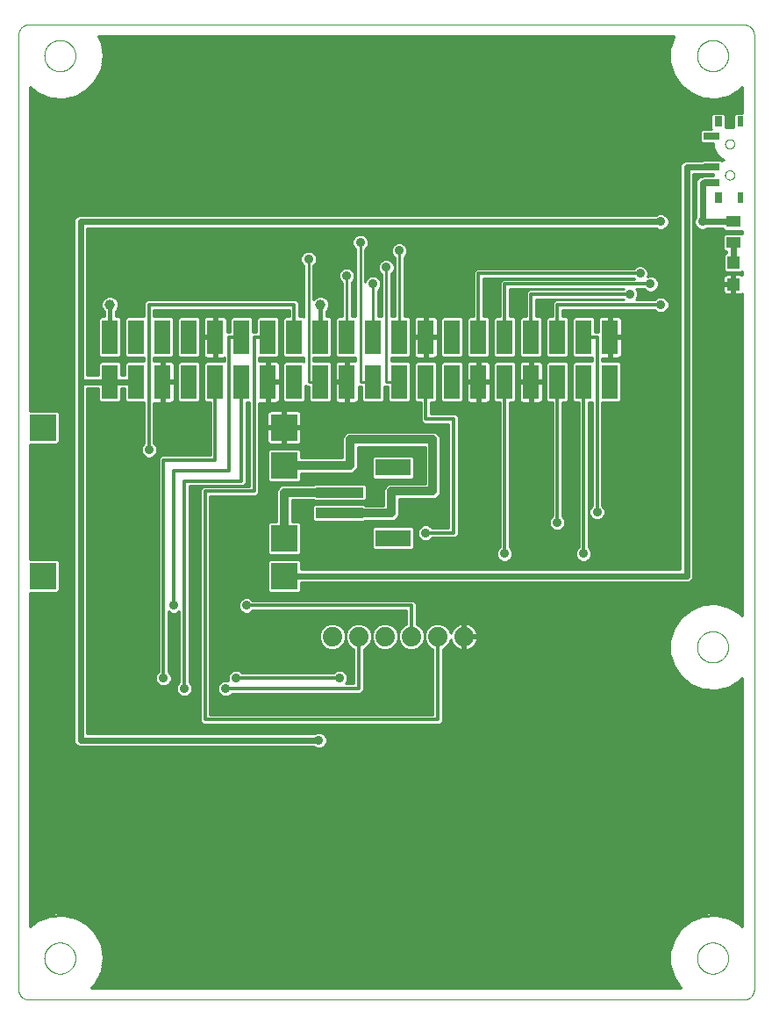
<source format=gbl>
G75*
%MOIN*%
%OFA0B0*%
%FSLAX25Y25*%
%IPPOS*%
%LPD*%
%AMOC8*
5,1,8,0,0,1.08239X$1,22.5*
%
%ADD10C,0.00000*%
%ADD11R,0.06000X0.13000*%
%ADD12R,0.10000X0.10000*%
%ADD13R,0.05512X0.04331*%
%ADD14R,0.04724X0.04724*%
%ADD15R,0.05906X0.02756*%
%ADD16R,0.02362X0.03937*%
%ADD17R,0.03150X0.03937*%
%ADD18R,0.18110X0.03937*%
%ADD19R,0.13386X0.06299*%
%ADD20C,0.07400*%
%ADD21C,0.01000*%
%ADD22C,0.03569*%
%ADD23C,0.03962*%
%ADD24C,0.01600*%
%ADD25C,0.01200*%
%ADD26C,0.02400*%
%ADD27C,0.03200*%
D10*
X0003248Y0006189D02*
X0003248Y0368394D01*
X0003250Y0368518D01*
X0003256Y0368641D01*
X0003265Y0368765D01*
X0003279Y0368887D01*
X0003296Y0369010D01*
X0003318Y0369132D01*
X0003343Y0369253D01*
X0003372Y0369373D01*
X0003404Y0369492D01*
X0003441Y0369611D01*
X0003481Y0369728D01*
X0003524Y0369843D01*
X0003572Y0369958D01*
X0003623Y0370070D01*
X0003677Y0370181D01*
X0003735Y0370291D01*
X0003796Y0370398D01*
X0003861Y0370504D01*
X0003929Y0370607D01*
X0004000Y0370708D01*
X0004074Y0370807D01*
X0004151Y0370904D01*
X0004232Y0370998D01*
X0004315Y0371089D01*
X0004401Y0371178D01*
X0004490Y0371264D01*
X0004581Y0371347D01*
X0004675Y0371428D01*
X0004772Y0371505D01*
X0004871Y0371579D01*
X0004972Y0371650D01*
X0005075Y0371718D01*
X0005181Y0371783D01*
X0005288Y0371844D01*
X0005398Y0371902D01*
X0005509Y0371956D01*
X0005621Y0372007D01*
X0005736Y0372055D01*
X0005851Y0372098D01*
X0005968Y0372138D01*
X0006087Y0372175D01*
X0006206Y0372207D01*
X0006326Y0372236D01*
X0006447Y0372261D01*
X0006569Y0372283D01*
X0006692Y0372300D01*
X0006814Y0372314D01*
X0006938Y0372323D01*
X0007061Y0372329D01*
X0007185Y0372331D01*
X0278839Y0372331D01*
X0278963Y0372329D01*
X0279086Y0372323D01*
X0279210Y0372314D01*
X0279332Y0372300D01*
X0279455Y0372283D01*
X0279577Y0372261D01*
X0279698Y0372236D01*
X0279818Y0372207D01*
X0279937Y0372175D01*
X0280056Y0372138D01*
X0280173Y0372098D01*
X0280288Y0372055D01*
X0280403Y0372007D01*
X0280515Y0371956D01*
X0280626Y0371902D01*
X0280736Y0371844D01*
X0280843Y0371783D01*
X0280949Y0371718D01*
X0281052Y0371650D01*
X0281153Y0371579D01*
X0281252Y0371505D01*
X0281349Y0371428D01*
X0281443Y0371347D01*
X0281534Y0371264D01*
X0281623Y0371178D01*
X0281709Y0371089D01*
X0281792Y0370998D01*
X0281873Y0370904D01*
X0281950Y0370807D01*
X0282024Y0370708D01*
X0282095Y0370607D01*
X0282163Y0370504D01*
X0282228Y0370398D01*
X0282289Y0370291D01*
X0282347Y0370181D01*
X0282401Y0370070D01*
X0282452Y0369958D01*
X0282500Y0369843D01*
X0282543Y0369728D01*
X0282583Y0369611D01*
X0282620Y0369492D01*
X0282652Y0369373D01*
X0282681Y0369253D01*
X0282706Y0369132D01*
X0282728Y0369010D01*
X0282745Y0368887D01*
X0282759Y0368765D01*
X0282768Y0368641D01*
X0282774Y0368518D01*
X0282776Y0368394D01*
X0282776Y0006189D01*
X0282774Y0006065D01*
X0282768Y0005942D01*
X0282759Y0005818D01*
X0282745Y0005696D01*
X0282728Y0005573D01*
X0282706Y0005451D01*
X0282681Y0005330D01*
X0282652Y0005210D01*
X0282620Y0005091D01*
X0282583Y0004972D01*
X0282543Y0004855D01*
X0282500Y0004740D01*
X0282452Y0004625D01*
X0282401Y0004513D01*
X0282347Y0004402D01*
X0282289Y0004292D01*
X0282228Y0004185D01*
X0282163Y0004079D01*
X0282095Y0003976D01*
X0282024Y0003875D01*
X0281950Y0003776D01*
X0281873Y0003679D01*
X0281792Y0003585D01*
X0281709Y0003494D01*
X0281623Y0003405D01*
X0281534Y0003319D01*
X0281443Y0003236D01*
X0281349Y0003155D01*
X0281252Y0003078D01*
X0281153Y0003004D01*
X0281052Y0002933D01*
X0280949Y0002865D01*
X0280843Y0002800D01*
X0280736Y0002739D01*
X0280626Y0002681D01*
X0280515Y0002627D01*
X0280403Y0002576D01*
X0280288Y0002528D01*
X0280173Y0002485D01*
X0280056Y0002445D01*
X0279937Y0002408D01*
X0279818Y0002376D01*
X0279698Y0002347D01*
X0279577Y0002322D01*
X0279455Y0002300D01*
X0279332Y0002283D01*
X0279210Y0002269D01*
X0279086Y0002260D01*
X0278963Y0002254D01*
X0278839Y0002252D01*
X0007185Y0002252D01*
X0007061Y0002254D01*
X0006938Y0002260D01*
X0006814Y0002269D01*
X0006692Y0002283D01*
X0006569Y0002300D01*
X0006447Y0002322D01*
X0006326Y0002347D01*
X0006206Y0002376D01*
X0006087Y0002408D01*
X0005968Y0002445D01*
X0005851Y0002485D01*
X0005736Y0002528D01*
X0005621Y0002576D01*
X0005509Y0002627D01*
X0005398Y0002681D01*
X0005288Y0002739D01*
X0005181Y0002800D01*
X0005075Y0002865D01*
X0004972Y0002933D01*
X0004871Y0003004D01*
X0004772Y0003078D01*
X0004675Y0003155D01*
X0004581Y0003236D01*
X0004490Y0003319D01*
X0004401Y0003405D01*
X0004315Y0003494D01*
X0004232Y0003585D01*
X0004151Y0003679D01*
X0004074Y0003776D01*
X0004000Y0003875D01*
X0003929Y0003976D01*
X0003861Y0004079D01*
X0003796Y0004185D01*
X0003735Y0004292D01*
X0003677Y0004402D01*
X0003623Y0004513D01*
X0003572Y0004625D01*
X0003524Y0004740D01*
X0003481Y0004855D01*
X0003441Y0004972D01*
X0003404Y0005091D01*
X0003372Y0005210D01*
X0003343Y0005330D01*
X0003318Y0005451D01*
X0003296Y0005573D01*
X0003279Y0005696D01*
X0003265Y0005818D01*
X0003256Y0005942D01*
X0003250Y0006065D01*
X0003248Y0006189D01*
X0013090Y0018000D02*
X0013092Y0018153D01*
X0013098Y0018307D01*
X0013108Y0018460D01*
X0013122Y0018612D01*
X0013140Y0018765D01*
X0013162Y0018916D01*
X0013187Y0019067D01*
X0013217Y0019218D01*
X0013251Y0019368D01*
X0013288Y0019516D01*
X0013329Y0019664D01*
X0013374Y0019810D01*
X0013423Y0019956D01*
X0013476Y0020100D01*
X0013532Y0020242D01*
X0013592Y0020383D01*
X0013656Y0020523D01*
X0013723Y0020661D01*
X0013794Y0020797D01*
X0013869Y0020931D01*
X0013946Y0021063D01*
X0014028Y0021193D01*
X0014112Y0021321D01*
X0014200Y0021447D01*
X0014291Y0021570D01*
X0014385Y0021691D01*
X0014483Y0021809D01*
X0014583Y0021925D01*
X0014687Y0022038D01*
X0014793Y0022149D01*
X0014902Y0022257D01*
X0015014Y0022362D01*
X0015128Y0022463D01*
X0015246Y0022562D01*
X0015365Y0022658D01*
X0015487Y0022751D01*
X0015612Y0022840D01*
X0015739Y0022927D01*
X0015868Y0023009D01*
X0015999Y0023089D01*
X0016132Y0023165D01*
X0016267Y0023238D01*
X0016404Y0023307D01*
X0016543Y0023372D01*
X0016683Y0023434D01*
X0016825Y0023492D01*
X0016968Y0023547D01*
X0017113Y0023598D01*
X0017259Y0023645D01*
X0017406Y0023688D01*
X0017554Y0023727D01*
X0017703Y0023763D01*
X0017853Y0023794D01*
X0018004Y0023822D01*
X0018155Y0023846D01*
X0018308Y0023866D01*
X0018460Y0023882D01*
X0018613Y0023894D01*
X0018766Y0023902D01*
X0018919Y0023906D01*
X0019073Y0023906D01*
X0019226Y0023902D01*
X0019379Y0023894D01*
X0019532Y0023882D01*
X0019684Y0023866D01*
X0019837Y0023846D01*
X0019988Y0023822D01*
X0020139Y0023794D01*
X0020289Y0023763D01*
X0020438Y0023727D01*
X0020586Y0023688D01*
X0020733Y0023645D01*
X0020879Y0023598D01*
X0021024Y0023547D01*
X0021167Y0023492D01*
X0021309Y0023434D01*
X0021449Y0023372D01*
X0021588Y0023307D01*
X0021725Y0023238D01*
X0021860Y0023165D01*
X0021993Y0023089D01*
X0022124Y0023009D01*
X0022253Y0022927D01*
X0022380Y0022840D01*
X0022505Y0022751D01*
X0022627Y0022658D01*
X0022746Y0022562D01*
X0022864Y0022463D01*
X0022978Y0022362D01*
X0023090Y0022257D01*
X0023199Y0022149D01*
X0023305Y0022038D01*
X0023409Y0021925D01*
X0023509Y0021809D01*
X0023607Y0021691D01*
X0023701Y0021570D01*
X0023792Y0021447D01*
X0023880Y0021321D01*
X0023964Y0021193D01*
X0024046Y0021063D01*
X0024123Y0020931D01*
X0024198Y0020797D01*
X0024269Y0020661D01*
X0024336Y0020523D01*
X0024400Y0020383D01*
X0024460Y0020242D01*
X0024516Y0020100D01*
X0024569Y0019956D01*
X0024618Y0019810D01*
X0024663Y0019664D01*
X0024704Y0019516D01*
X0024741Y0019368D01*
X0024775Y0019218D01*
X0024805Y0019067D01*
X0024830Y0018916D01*
X0024852Y0018765D01*
X0024870Y0018612D01*
X0024884Y0018460D01*
X0024894Y0018307D01*
X0024900Y0018153D01*
X0024902Y0018000D01*
X0024900Y0017847D01*
X0024894Y0017693D01*
X0024884Y0017540D01*
X0024870Y0017388D01*
X0024852Y0017235D01*
X0024830Y0017084D01*
X0024805Y0016933D01*
X0024775Y0016782D01*
X0024741Y0016632D01*
X0024704Y0016484D01*
X0024663Y0016336D01*
X0024618Y0016190D01*
X0024569Y0016044D01*
X0024516Y0015900D01*
X0024460Y0015758D01*
X0024400Y0015617D01*
X0024336Y0015477D01*
X0024269Y0015339D01*
X0024198Y0015203D01*
X0024123Y0015069D01*
X0024046Y0014937D01*
X0023964Y0014807D01*
X0023880Y0014679D01*
X0023792Y0014553D01*
X0023701Y0014430D01*
X0023607Y0014309D01*
X0023509Y0014191D01*
X0023409Y0014075D01*
X0023305Y0013962D01*
X0023199Y0013851D01*
X0023090Y0013743D01*
X0022978Y0013638D01*
X0022864Y0013537D01*
X0022746Y0013438D01*
X0022627Y0013342D01*
X0022505Y0013249D01*
X0022380Y0013160D01*
X0022253Y0013073D01*
X0022124Y0012991D01*
X0021993Y0012911D01*
X0021860Y0012835D01*
X0021725Y0012762D01*
X0021588Y0012693D01*
X0021449Y0012628D01*
X0021309Y0012566D01*
X0021167Y0012508D01*
X0021024Y0012453D01*
X0020879Y0012402D01*
X0020733Y0012355D01*
X0020586Y0012312D01*
X0020438Y0012273D01*
X0020289Y0012237D01*
X0020139Y0012206D01*
X0019988Y0012178D01*
X0019837Y0012154D01*
X0019684Y0012134D01*
X0019532Y0012118D01*
X0019379Y0012106D01*
X0019226Y0012098D01*
X0019073Y0012094D01*
X0018919Y0012094D01*
X0018766Y0012098D01*
X0018613Y0012106D01*
X0018460Y0012118D01*
X0018308Y0012134D01*
X0018155Y0012154D01*
X0018004Y0012178D01*
X0017853Y0012206D01*
X0017703Y0012237D01*
X0017554Y0012273D01*
X0017406Y0012312D01*
X0017259Y0012355D01*
X0017113Y0012402D01*
X0016968Y0012453D01*
X0016825Y0012508D01*
X0016683Y0012566D01*
X0016543Y0012628D01*
X0016404Y0012693D01*
X0016267Y0012762D01*
X0016132Y0012835D01*
X0015999Y0012911D01*
X0015868Y0012991D01*
X0015739Y0013073D01*
X0015612Y0013160D01*
X0015487Y0013249D01*
X0015365Y0013342D01*
X0015246Y0013438D01*
X0015128Y0013537D01*
X0015014Y0013638D01*
X0014902Y0013743D01*
X0014793Y0013851D01*
X0014687Y0013962D01*
X0014583Y0014075D01*
X0014483Y0014191D01*
X0014385Y0014309D01*
X0014291Y0014430D01*
X0014200Y0014553D01*
X0014112Y0014679D01*
X0014028Y0014807D01*
X0013946Y0014937D01*
X0013869Y0015069D01*
X0013794Y0015203D01*
X0013723Y0015339D01*
X0013656Y0015477D01*
X0013592Y0015617D01*
X0013532Y0015758D01*
X0013476Y0015900D01*
X0013423Y0016044D01*
X0013374Y0016190D01*
X0013329Y0016336D01*
X0013288Y0016484D01*
X0013251Y0016632D01*
X0013217Y0016782D01*
X0013187Y0016933D01*
X0013162Y0017084D01*
X0013140Y0017235D01*
X0013122Y0017388D01*
X0013108Y0017540D01*
X0013098Y0017693D01*
X0013092Y0017847D01*
X0013090Y0018000D01*
X0261122Y0018000D02*
X0261124Y0018153D01*
X0261130Y0018307D01*
X0261140Y0018460D01*
X0261154Y0018612D01*
X0261172Y0018765D01*
X0261194Y0018916D01*
X0261219Y0019067D01*
X0261249Y0019218D01*
X0261283Y0019368D01*
X0261320Y0019516D01*
X0261361Y0019664D01*
X0261406Y0019810D01*
X0261455Y0019956D01*
X0261508Y0020100D01*
X0261564Y0020242D01*
X0261624Y0020383D01*
X0261688Y0020523D01*
X0261755Y0020661D01*
X0261826Y0020797D01*
X0261901Y0020931D01*
X0261978Y0021063D01*
X0262060Y0021193D01*
X0262144Y0021321D01*
X0262232Y0021447D01*
X0262323Y0021570D01*
X0262417Y0021691D01*
X0262515Y0021809D01*
X0262615Y0021925D01*
X0262719Y0022038D01*
X0262825Y0022149D01*
X0262934Y0022257D01*
X0263046Y0022362D01*
X0263160Y0022463D01*
X0263278Y0022562D01*
X0263397Y0022658D01*
X0263519Y0022751D01*
X0263644Y0022840D01*
X0263771Y0022927D01*
X0263900Y0023009D01*
X0264031Y0023089D01*
X0264164Y0023165D01*
X0264299Y0023238D01*
X0264436Y0023307D01*
X0264575Y0023372D01*
X0264715Y0023434D01*
X0264857Y0023492D01*
X0265000Y0023547D01*
X0265145Y0023598D01*
X0265291Y0023645D01*
X0265438Y0023688D01*
X0265586Y0023727D01*
X0265735Y0023763D01*
X0265885Y0023794D01*
X0266036Y0023822D01*
X0266187Y0023846D01*
X0266340Y0023866D01*
X0266492Y0023882D01*
X0266645Y0023894D01*
X0266798Y0023902D01*
X0266951Y0023906D01*
X0267105Y0023906D01*
X0267258Y0023902D01*
X0267411Y0023894D01*
X0267564Y0023882D01*
X0267716Y0023866D01*
X0267869Y0023846D01*
X0268020Y0023822D01*
X0268171Y0023794D01*
X0268321Y0023763D01*
X0268470Y0023727D01*
X0268618Y0023688D01*
X0268765Y0023645D01*
X0268911Y0023598D01*
X0269056Y0023547D01*
X0269199Y0023492D01*
X0269341Y0023434D01*
X0269481Y0023372D01*
X0269620Y0023307D01*
X0269757Y0023238D01*
X0269892Y0023165D01*
X0270025Y0023089D01*
X0270156Y0023009D01*
X0270285Y0022927D01*
X0270412Y0022840D01*
X0270537Y0022751D01*
X0270659Y0022658D01*
X0270778Y0022562D01*
X0270896Y0022463D01*
X0271010Y0022362D01*
X0271122Y0022257D01*
X0271231Y0022149D01*
X0271337Y0022038D01*
X0271441Y0021925D01*
X0271541Y0021809D01*
X0271639Y0021691D01*
X0271733Y0021570D01*
X0271824Y0021447D01*
X0271912Y0021321D01*
X0271996Y0021193D01*
X0272078Y0021063D01*
X0272155Y0020931D01*
X0272230Y0020797D01*
X0272301Y0020661D01*
X0272368Y0020523D01*
X0272432Y0020383D01*
X0272492Y0020242D01*
X0272548Y0020100D01*
X0272601Y0019956D01*
X0272650Y0019810D01*
X0272695Y0019664D01*
X0272736Y0019516D01*
X0272773Y0019368D01*
X0272807Y0019218D01*
X0272837Y0019067D01*
X0272862Y0018916D01*
X0272884Y0018765D01*
X0272902Y0018612D01*
X0272916Y0018460D01*
X0272926Y0018307D01*
X0272932Y0018153D01*
X0272934Y0018000D01*
X0272932Y0017847D01*
X0272926Y0017693D01*
X0272916Y0017540D01*
X0272902Y0017388D01*
X0272884Y0017235D01*
X0272862Y0017084D01*
X0272837Y0016933D01*
X0272807Y0016782D01*
X0272773Y0016632D01*
X0272736Y0016484D01*
X0272695Y0016336D01*
X0272650Y0016190D01*
X0272601Y0016044D01*
X0272548Y0015900D01*
X0272492Y0015758D01*
X0272432Y0015617D01*
X0272368Y0015477D01*
X0272301Y0015339D01*
X0272230Y0015203D01*
X0272155Y0015069D01*
X0272078Y0014937D01*
X0271996Y0014807D01*
X0271912Y0014679D01*
X0271824Y0014553D01*
X0271733Y0014430D01*
X0271639Y0014309D01*
X0271541Y0014191D01*
X0271441Y0014075D01*
X0271337Y0013962D01*
X0271231Y0013851D01*
X0271122Y0013743D01*
X0271010Y0013638D01*
X0270896Y0013537D01*
X0270778Y0013438D01*
X0270659Y0013342D01*
X0270537Y0013249D01*
X0270412Y0013160D01*
X0270285Y0013073D01*
X0270156Y0012991D01*
X0270025Y0012911D01*
X0269892Y0012835D01*
X0269757Y0012762D01*
X0269620Y0012693D01*
X0269481Y0012628D01*
X0269341Y0012566D01*
X0269199Y0012508D01*
X0269056Y0012453D01*
X0268911Y0012402D01*
X0268765Y0012355D01*
X0268618Y0012312D01*
X0268470Y0012273D01*
X0268321Y0012237D01*
X0268171Y0012206D01*
X0268020Y0012178D01*
X0267869Y0012154D01*
X0267716Y0012134D01*
X0267564Y0012118D01*
X0267411Y0012106D01*
X0267258Y0012098D01*
X0267105Y0012094D01*
X0266951Y0012094D01*
X0266798Y0012098D01*
X0266645Y0012106D01*
X0266492Y0012118D01*
X0266340Y0012134D01*
X0266187Y0012154D01*
X0266036Y0012178D01*
X0265885Y0012206D01*
X0265735Y0012237D01*
X0265586Y0012273D01*
X0265438Y0012312D01*
X0265291Y0012355D01*
X0265145Y0012402D01*
X0265000Y0012453D01*
X0264857Y0012508D01*
X0264715Y0012566D01*
X0264575Y0012628D01*
X0264436Y0012693D01*
X0264299Y0012762D01*
X0264164Y0012835D01*
X0264031Y0012911D01*
X0263900Y0012991D01*
X0263771Y0013073D01*
X0263644Y0013160D01*
X0263519Y0013249D01*
X0263397Y0013342D01*
X0263278Y0013438D01*
X0263160Y0013537D01*
X0263046Y0013638D01*
X0262934Y0013743D01*
X0262825Y0013851D01*
X0262719Y0013962D01*
X0262615Y0014075D01*
X0262515Y0014191D01*
X0262417Y0014309D01*
X0262323Y0014430D01*
X0262232Y0014553D01*
X0262144Y0014679D01*
X0262060Y0014807D01*
X0261978Y0014937D01*
X0261901Y0015069D01*
X0261826Y0015203D01*
X0261755Y0015339D01*
X0261688Y0015477D01*
X0261624Y0015617D01*
X0261564Y0015758D01*
X0261508Y0015900D01*
X0261455Y0016044D01*
X0261406Y0016190D01*
X0261361Y0016336D01*
X0261320Y0016484D01*
X0261283Y0016632D01*
X0261249Y0016782D01*
X0261219Y0016933D01*
X0261194Y0017084D01*
X0261172Y0017235D01*
X0261154Y0017388D01*
X0261140Y0017540D01*
X0261130Y0017693D01*
X0261124Y0017847D01*
X0261122Y0018000D01*
X0261122Y0136110D02*
X0261124Y0136263D01*
X0261130Y0136417D01*
X0261140Y0136570D01*
X0261154Y0136722D01*
X0261172Y0136875D01*
X0261194Y0137026D01*
X0261219Y0137177D01*
X0261249Y0137328D01*
X0261283Y0137478D01*
X0261320Y0137626D01*
X0261361Y0137774D01*
X0261406Y0137920D01*
X0261455Y0138066D01*
X0261508Y0138210D01*
X0261564Y0138352D01*
X0261624Y0138493D01*
X0261688Y0138633D01*
X0261755Y0138771D01*
X0261826Y0138907D01*
X0261901Y0139041D01*
X0261978Y0139173D01*
X0262060Y0139303D01*
X0262144Y0139431D01*
X0262232Y0139557D01*
X0262323Y0139680D01*
X0262417Y0139801D01*
X0262515Y0139919D01*
X0262615Y0140035D01*
X0262719Y0140148D01*
X0262825Y0140259D01*
X0262934Y0140367D01*
X0263046Y0140472D01*
X0263160Y0140573D01*
X0263278Y0140672D01*
X0263397Y0140768D01*
X0263519Y0140861D01*
X0263644Y0140950D01*
X0263771Y0141037D01*
X0263900Y0141119D01*
X0264031Y0141199D01*
X0264164Y0141275D01*
X0264299Y0141348D01*
X0264436Y0141417D01*
X0264575Y0141482D01*
X0264715Y0141544D01*
X0264857Y0141602D01*
X0265000Y0141657D01*
X0265145Y0141708D01*
X0265291Y0141755D01*
X0265438Y0141798D01*
X0265586Y0141837D01*
X0265735Y0141873D01*
X0265885Y0141904D01*
X0266036Y0141932D01*
X0266187Y0141956D01*
X0266340Y0141976D01*
X0266492Y0141992D01*
X0266645Y0142004D01*
X0266798Y0142012D01*
X0266951Y0142016D01*
X0267105Y0142016D01*
X0267258Y0142012D01*
X0267411Y0142004D01*
X0267564Y0141992D01*
X0267716Y0141976D01*
X0267869Y0141956D01*
X0268020Y0141932D01*
X0268171Y0141904D01*
X0268321Y0141873D01*
X0268470Y0141837D01*
X0268618Y0141798D01*
X0268765Y0141755D01*
X0268911Y0141708D01*
X0269056Y0141657D01*
X0269199Y0141602D01*
X0269341Y0141544D01*
X0269481Y0141482D01*
X0269620Y0141417D01*
X0269757Y0141348D01*
X0269892Y0141275D01*
X0270025Y0141199D01*
X0270156Y0141119D01*
X0270285Y0141037D01*
X0270412Y0140950D01*
X0270537Y0140861D01*
X0270659Y0140768D01*
X0270778Y0140672D01*
X0270896Y0140573D01*
X0271010Y0140472D01*
X0271122Y0140367D01*
X0271231Y0140259D01*
X0271337Y0140148D01*
X0271441Y0140035D01*
X0271541Y0139919D01*
X0271639Y0139801D01*
X0271733Y0139680D01*
X0271824Y0139557D01*
X0271912Y0139431D01*
X0271996Y0139303D01*
X0272078Y0139173D01*
X0272155Y0139041D01*
X0272230Y0138907D01*
X0272301Y0138771D01*
X0272368Y0138633D01*
X0272432Y0138493D01*
X0272492Y0138352D01*
X0272548Y0138210D01*
X0272601Y0138066D01*
X0272650Y0137920D01*
X0272695Y0137774D01*
X0272736Y0137626D01*
X0272773Y0137478D01*
X0272807Y0137328D01*
X0272837Y0137177D01*
X0272862Y0137026D01*
X0272884Y0136875D01*
X0272902Y0136722D01*
X0272916Y0136570D01*
X0272926Y0136417D01*
X0272932Y0136263D01*
X0272934Y0136110D01*
X0272932Y0135957D01*
X0272926Y0135803D01*
X0272916Y0135650D01*
X0272902Y0135498D01*
X0272884Y0135345D01*
X0272862Y0135194D01*
X0272837Y0135043D01*
X0272807Y0134892D01*
X0272773Y0134742D01*
X0272736Y0134594D01*
X0272695Y0134446D01*
X0272650Y0134300D01*
X0272601Y0134154D01*
X0272548Y0134010D01*
X0272492Y0133868D01*
X0272432Y0133727D01*
X0272368Y0133587D01*
X0272301Y0133449D01*
X0272230Y0133313D01*
X0272155Y0133179D01*
X0272078Y0133047D01*
X0271996Y0132917D01*
X0271912Y0132789D01*
X0271824Y0132663D01*
X0271733Y0132540D01*
X0271639Y0132419D01*
X0271541Y0132301D01*
X0271441Y0132185D01*
X0271337Y0132072D01*
X0271231Y0131961D01*
X0271122Y0131853D01*
X0271010Y0131748D01*
X0270896Y0131647D01*
X0270778Y0131548D01*
X0270659Y0131452D01*
X0270537Y0131359D01*
X0270412Y0131270D01*
X0270285Y0131183D01*
X0270156Y0131101D01*
X0270025Y0131021D01*
X0269892Y0130945D01*
X0269757Y0130872D01*
X0269620Y0130803D01*
X0269481Y0130738D01*
X0269341Y0130676D01*
X0269199Y0130618D01*
X0269056Y0130563D01*
X0268911Y0130512D01*
X0268765Y0130465D01*
X0268618Y0130422D01*
X0268470Y0130383D01*
X0268321Y0130347D01*
X0268171Y0130316D01*
X0268020Y0130288D01*
X0267869Y0130264D01*
X0267716Y0130244D01*
X0267564Y0130228D01*
X0267411Y0130216D01*
X0267258Y0130208D01*
X0267105Y0130204D01*
X0266951Y0130204D01*
X0266798Y0130208D01*
X0266645Y0130216D01*
X0266492Y0130228D01*
X0266340Y0130244D01*
X0266187Y0130264D01*
X0266036Y0130288D01*
X0265885Y0130316D01*
X0265735Y0130347D01*
X0265586Y0130383D01*
X0265438Y0130422D01*
X0265291Y0130465D01*
X0265145Y0130512D01*
X0265000Y0130563D01*
X0264857Y0130618D01*
X0264715Y0130676D01*
X0264575Y0130738D01*
X0264436Y0130803D01*
X0264299Y0130872D01*
X0264164Y0130945D01*
X0264031Y0131021D01*
X0263900Y0131101D01*
X0263771Y0131183D01*
X0263644Y0131270D01*
X0263519Y0131359D01*
X0263397Y0131452D01*
X0263278Y0131548D01*
X0263160Y0131647D01*
X0263046Y0131748D01*
X0262934Y0131853D01*
X0262825Y0131961D01*
X0262719Y0132072D01*
X0262615Y0132185D01*
X0262515Y0132301D01*
X0262417Y0132419D01*
X0262323Y0132540D01*
X0262232Y0132663D01*
X0262144Y0132789D01*
X0262060Y0132917D01*
X0261978Y0133047D01*
X0261901Y0133179D01*
X0261826Y0133313D01*
X0261755Y0133449D01*
X0261688Y0133587D01*
X0261624Y0133727D01*
X0261564Y0133868D01*
X0261508Y0134010D01*
X0261455Y0134154D01*
X0261406Y0134300D01*
X0261361Y0134446D01*
X0261320Y0134594D01*
X0261283Y0134742D01*
X0261249Y0134892D01*
X0261219Y0135043D01*
X0261194Y0135194D01*
X0261172Y0135345D01*
X0261154Y0135498D01*
X0261140Y0135650D01*
X0261130Y0135803D01*
X0261124Y0135957D01*
X0261122Y0136110D01*
X0271752Y0315244D02*
X0271754Y0315328D01*
X0271760Y0315411D01*
X0271770Y0315494D01*
X0271784Y0315577D01*
X0271801Y0315659D01*
X0271823Y0315740D01*
X0271848Y0315819D01*
X0271877Y0315898D01*
X0271910Y0315975D01*
X0271946Y0316050D01*
X0271986Y0316124D01*
X0272029Y0316196D01*
X0272076Y0316265D01*
X0272126Y0316332D01*
X0272179Y0316397D01*
X0272235Y0316459D01*
X0272293Y0316519D01*
X0272355Y0316576D01*
X0272419Y0316629D01*
X0272486Y0316680D01*
X0272555Y0316727D01*
X0272626Y0316772D01*
X0272699Y0316812D01*
X0272774Y0316849D01*
X0272851Y0316883D01*
X0272929Y0316913D01*
X0273008Y0316939D01*
X0273089Y0316962D01*
X0273171Y0316980D01*
X0273253Y0316995D01*
X0273336Y0317006D01*
X0273419Y0317013D01*
X0273503Y0317016D01*
X0273587Y0317015D01*
X0273670Y0317010D01*
X0273754Y0317001D01*
X0273836Y0316988D01*
X0273918Y0316972D01*
X0273999Y0316951D01*
X0274080Y0316927D01*
X0274158Y0316899D01*
X0274236Y0316867D01*
X0274312Y0316831D01*
X0274386Y0316792D01*
X0274458Y0316750D01*
X0274528Y0316704D01*
X0274596Y0316655D01*
X0274661Y0316603D01*
X0274724Y0316548D01*
X0274784Y0316490D01*
X0274842Y0316429D01*
X0274896Y0316365D01*
X0274948Y0316299D01*
X0274996Y0316231D01*
X0275041Y0316160D01*
X0275082Y0316087D01*
X0275121Y0316013D01*
X0275155Y0315937D01*
X0275186Y0315859D01*
X0275213Y0315780D01*
X0275237Y0315699D01*
X0275256Y0315618D01*
X0275272Y0315536D01*
X0275284Y0315453D01*
X0275292Y0315369D01*
X0275296Y0315286D01*
X0275296Y0315202D01*
X0275292Y0315119D01*
X0275284Y0315035D01*
X0275272Y0314952D01*
X0275256Y0314870D01*
X0275237Y0314789D01*
X0275213Y0314708D01*
X0275186Y0314629D01*
X0275155Y0314551D01*
X0275121Y0314475D01*
X0275082Y0314401D01*
X0275041Y0314328D01*
X0274996Y0314257D01*
X0274948Y0314189D01*
X0274896Y0314123D01*
X0274842Y0314059D01*
X0274784Y0313998D01*
X0274724Y0313940D01*
X0274661Y0313885D01*
X0274596Y0313833D01*
X0274528Y0313784D01*
X0274458Y0313738D01*
X0274386Y0313696D01*
X0274312Y0313657D01*
X0274236Y0313621D01*
X0274158Y0313589D01*
X0274080Y0313561D01*
X0273999Y0313537D01*
X0273918Y0313516D01*
X0273836Y0313500D01*
X0273754Y0313487D01*
X0273670Y0313478D01*
X0273587Y0313473D01*
X0273503Y0313472D01*
X0273419Y0313475D01*
X0273336Y0313482D01*
X0273253Y0313493D01*
X0273171Y0313508D01*
X0273089Y0313526D01*
X0273008Y0313549D01*
X0272929Y0313575D01*
X0272851Y0313605D01*
X0272774Y0313639D01*
X0272699Y0313676D01*
X0272626Y0313716D01*
X0272555Y0313761D01*
X0272486Y0313808D01*
X0272419Y0313859D01*
X0272355Y0313912D01*
X0272293Y0313969D01*
X0272235Y0314029D01*
X0272179Y0314091D01*
X0272126Y0314156D01*
X0272076Y0314223D01*
X0272029Y0314292D01*
X0271986Y0314364D01*
X0271946Y0314438D01*
X0271910Y0314513D01*
X0271877Y0314590D01*
X0271848Y0314669D01*
X0271823Y0314748D01*
X0271801Y0314829D01*
X0271784Y0314911D01*
X0271770Y0314994D01*
X0271760Y0315077D01*
X0271754Y0315160D01*
X0271752Y0315244D01*
X0271752Y0327055D02*
X0271754Y0327139D01*
X0271760Y0327222D01*
X0271770Y0327305D01*
X0271784Y0327388D01*
X0271801Y0327470D01*
X0271823Y0327551D01*
X0271848Y0327630D01*
X0271877Y0327709D01*
X0271910Y0327786D01*
X0271946Y0327861D01*
X0271986Y0327935D01*
X0272029Y0328007D01*
X0272076Y0328076D01*
X0272126Y0328143D01*
X0272179Y0328208D01*
X0272235Y0328270D01*
X0272293Y0328330D01*
X0272355Y0328387D01*
X0272419Y0328440D01*
X0272486Y0328491D01*
X0272555Y0328538D01*
X0272626Y0328583D01*
X0272699Y0328623D01*
X0272774Y0328660D01*
X0272851Y0328694D01*
X0272929Y0328724D01*
X0273008Y0328750D01*
X0273089Y0328773D01*
X0273171Y0328791D01*
X0273253Y0328806D01*
X0273336Y0328817D01*
X0273419Y0328824D01*
X0273503Y0328827D01*
X0273587Y0328826D01*
X0273670Y0328821D01*
X0273754Y0328812D01*
X0273836Y0328799D01*
X0273918Y0328783D01*
X0273999Y0328762D01*
X0274080Y0328738D01*
X0274158Y0328710D01*
X0274236Y0328678D01*
X0274312Y0328642D01*
X0274386Y0328603D01*
X0274458Y0328561D01*
X0274528Y0328515D01*
X0274596Y0328466D01*
X0274661Y0328414D01*
X0274724Y0328359D01*
X0274784Y0328301D01*
X0274842Y0328240D01*
X0274896Y0328176D01*
X0274948Y0328110D01*
X0274996Y0328042D01*
X0275041Y0327971D01*
X0275082Y0327898D01*
X0275121Y0327824D01*
X0275155Y0327748D01*
X0275186Y0327670D01*
X0275213Y0327591D01*
X0275237Y0327510D01*
X0275256Y0327429D01*
X0275272Y0327347D01*
X0275284Y0327264D01*
X0275292Y0327180D01*
X0275296Y0327097D01*
X0275296Y0327013D01*
X0275292Y0326930D01*
X0275284Y0326846D01*
X0275272Y0326763D01*
X0275256Y0326681D01*
X0275237Y0326600D01*
X0275213Y0326519D01*
X0275186Y0326440D01*
X0275155Y0326362D01*
X0275121Y0326286D01*
X0275082Y0326212D01*
X0275041Y0326139D01*
X0274996Y0326068D01*
X0274948Y0326000D01*
X0274896Y0325934D01*
X0274842Y0325870D01*
X0274784Y0325809D01*
X0274724Y0325751D01*
X0274661Y0325696D01*
X0274596Y0325644D01*
X0274528Y0325595D01*
X0274458Y0325549D01*
X0274386Y0325507D01*
X0274312Y0325468D01*
X0274236Y0325432D01*
X0274158Y0325400D01*
X0274080Y0325372D01*
X0273999Y0325348D01*
X0273918Y0325327D01*
X0273836Y0325311D01*
X0273754Y0325298D01*
X0273670Y0325289D01*
X0273587Y0325284D01*
X0273503Y0325283D01*
X0273419Y0325286D01*
X0273336Y0325293D01*
X0273253Y0325304D01*
X0273171Y0325319D01*
X0273089Y0325337D01*
X0273008Y0325360D01*
X0272929Y0325386D01*
X0272851Y0325416D01*
X0272774Y0325450D01*
X0272699Y0325487D01*
X0272626Y0325527D01*
X0272555Y0325572D01*
X0272486Y0325619D01*
X0272419Y0325670D01*
X0272355Y0325723D01*
X0272293Y0325780D01*
X0272235Y0325840D01*
X0272179Y0325902D01*
X0272126Y0325967D01*
X0272076Y0326034D01*
X0272029Y0326103D01*
X0271986Y0326175D01*
X0271946Y0326249D01*
X0271910Y0326324D01*
X0271877Y0326401D01*
X0271848Y0326480D01*
X0271823Y0326559D01*
X0271801Y0326640D01*
X0271784Y0326722D01*
X0271770Y0326805D01*
X0271760Y0326888D01*
X0271754Y0326971D01*
X0271752Y0327055D01*
X0261122Y0360520D02*
X0261124Y0360673D01*
X0261130Y0360827D01*
X0261140Y0360980D01*
X0261154Y0361132D01*
X0261172Y0361285D01*
X0261194Y0361436D01*
X0261219Y0361587D01*
X0261249Y0361738D01*
X0261283Y0361888D01*
X0261320Y0362036D01*
X0261361Y0362184D01*
X0261406Y0362330D01*
X0261455Y0362476D01*
X0261508Y0362620D01*
X0261564Y0362762D01*
X0261624Y0362903D01*
X0261688Y0363043D01*
X0261755Y0363181D01*
X0261826Y0363317D01*
X0261901Y0363451D01*
X0261978Y0363583D01*
X0262060Y0363713D01*
X0262144Y0363841D01*
X0262232Y0363967D01*
X0262323Y0364090D01*
X0262417Y0364211D01*
X0262515Y0364329D01*
X0262615Y0364445D01*
X0262719Y0364558D01*
X0262825Y0364669D01*
X0262934Y0364777D01*
X0263046Y0364882D01*
X0263160Y0364983D01*
X0263278Y0365082D01*
X0263397Y0365178D01*
X0263519Y0365271D01*
X0263644Y0365360D01*
X0263771Y0365447D01*
X0263900Y0365529D01*
X0264031Y0365609D01*
X0264164Y0365685D01*
X0264299Y0365758D01*
X0264436Y0365827D01*
X0264575Y0365892D01*
X0264715Y0365954D01*
X0264857Y0366012D01*
X0265000Y0366067D01*
X0265145Y0366118D01*
X0265291Y0366165D01*
X0265438Y0366208D01*
X0265586Y0366247D01*
X0265735Y0366283D01*
X0265885Y0366314D01*
X0266036Y0366342D01*
X0266187Y0366366D01*
X0266340Y0366386D01*
X0266492Y0366402D01*
X0266645Y0366414D01*
X0266798Y0366422D01*
X0266951Y0366426D01*
X0267105Y0366426D01*
X0267258Y0366422D01*
X0267411Y0366414D01*
X0267564Y0366402D01*
X0267716Y0366386D01*
X0267869Y0366366D01*
X0268020Y0366342D01*
X0268171Y0366314D01*
X0268321Y0366283D01*
X0268470Y0366247D01*
X0268618Y0366208D01*
X0268765Y0366165D01*
X0268911Y0366118D01*
X0269056Y0366067D01*
X0269199Y0366012D01*
X0269341Y0365954D01*
X0269481Y0365892D01*
X0269620Y0365827D01*
X0269757Y0365758D01*
X0269892Y0365685D01*
X0270025Y0365609D01*
X0270156Y0365529D01*
X0270285Y0365447D01*
X0270412Y0365360D01*
X0270537Y0365271D01*
X0270659Y0365178D01*
X0270778Y0365082D01*
X0270896Y0364983D01*
X0271010Y0364882D01*
X0271122Y0364777D01*
X0271231Y0364669D01*
X0271337Y0364558D01*
X0271441Y0364445D01*
X0271541Y0364329D01*
X0271639Y0364211D01*
X0271733Y0364090D01*
X0271824Y0363967D01*
X0271912Y0363841D01*
X0271996Y0363713D01*
X0272078Y0363583D01*
X0272155Y0363451D01*
X0272230Y0363317D01*
X0272301Y0363181D01*
X0272368Y0363043D01*
X0272432Y0362903D01*
X0272492Y0362762D01*
X0272548Y0362620D01*
X0272601Y0362476D01*
X0272650Y0362330D01*
X0272695Y0362184D01*
X0272736Y0362036D01*
X0272773Y0361888D01*
X0272807Y0361738D01*
X0272837Y0361587D01*
X0272862Y0361436D01*
X0272884Y0361285D01*
X0272902Y0361132D01*
X0272916Y0360980D01*
X0272926Y0360827D01*
X0272932Y0360673D01*
X0272934Y0360520D01*
X0272932Y0360367D01*
X0272926Y0360213D01*
X0272916Y0360060D01*
X0272902Y0359908D01*
X0272884Y0359755D01*
X0272862Y0359604D01*
X0272837Y0359453D01*
X0272807Y0359302D01*
X0272773Y0359152D01*
X0272736Y0359004D01*
X0272695Y0358856D01*
X0272650Y0358710D01*
X0272601Y0358564D01*
X0272548Y0358420D01*
X0272492Y0358278D01*
X0272432Y0358137D01*
X0272368Y0357997D01*
X0272301Y0357859D01*
X0272230Y0357723D01*
X0272155Y0357589D01*
X0272078Y0357457D01*
X0271996Y0357327D01*
X0271912Y0357199D01*
X0271824Y0357073D01*
X0271733Y0356950D01*
X0271639Y0356829D01*
X0271541Y0356711D01*
X0271441Y0356595D01*
X0271337Y0356482D01*
X0271231Y0356371D01*
X0271122Y0356263D01*
X0271010Y0356158D01*
X0270896Y0356057D01*
X0270778Y0355958D01*
X0270659Y0355862D01*
X0270537Y0355769D01*
X0270412Y0355680D01*
X0270285Y0355593D01*
X0270156Y0355511D01*
X0270025Y0355431D01*
X0269892Y0355355D01*
X0269757Y0355282D01*
X0269620Y0355213D01*
X0269481Y0355148D01*
X0269341Y0355086D01*
X0269199Y0355028D01*
X0269056Y0354973D01*
X0268911Y0354922D01*
X0268765Y0354875D01*
X0268618Y0354832D01*
X0268470Y0354793D01*
X0268321Y0354757D01*
X0268171Y0354726D01*
X0268020Y0354698D01*
X0267869Y0354674D01*
X0267716Y0354654D01*
X0267564Y0354638D01*
X0267411Y0354626D01*
X0267258Y0354618D01*
X0267105Y0354614D01*
X0266951Y0354614D01*
X0266798Y0354618D01*
X0266645Y0354626D01*
X0266492Y0354638D01*
X0266340Y0354654D01*
X0266187Y0354674D01*
X0266036Y0354698D01*
X0265885Y0354726D01*
X0265735Y0354757D01*
X0265586Y0354793D01*
X0265438Y0354832D01*
X0265291Y0354875D01*
X0265145Y0354922D01*
X0265000Y0354973D01*
X0264857Y0355028D01*
X0264715Y0355086D01*
X0264575Y0355148D01*
X0264436Y0355213D01*
X0264299Y0355282D01*
X0264164Y0355355D01*
X0264031Y0355431D01*
X0263900Y0355511D01*
X0263771Y0355593D01*
X0263644Y0355680D01*
X0263519Y0355769D01*
X0263397Y0355862D01*
X0263278Y0355958D01*
X0263160Y0356057D01*
X0263046Y0356158D01*
X0262934Y0356263D01*
X0262825Y0356371D01*
X0262719Y0356482D01*
X0262615Y0356595D01*
X0262515Y0356711D01*
X0262417Y0356829D01*
X0262323Y0356950D01*
X0262232Y0357073D01*
X0262144Y0357199D01*
X0262060Y0357327D01*
X0261978Y0357457D01*
X0261901Y0357589D01*
X0261826Y0357723D01*
X0261755Y0357859D01*
X0261688Y0357997D01*
X0261624Y0358137D01*
X0261564Y0358278D01*
X0261508Y0358420D01*
X0261455Y0358564D01*
X0261406Y0358710D01*
X0261361Y0358856D01*
X0261320Y0359004D01*
X0261283Y0359152D01*
X0261249Y0359302D01*
X0261219Y0359453D01*
X0261194Y0359604D01*
X0261172Y0359755D01*
X0261154Y0359908D01*
X0261140Y0360060D01*
X0261130Y0360213D01*
X0261124Y0360367D01*
X0261122Y0360520D01*
X0013090Y0360520D02*
X0013092Y0360673D01*
X0013098Y0360827D01*
X0013108Y0360980D01*
X0013122Y0361132D01*
X0013140Y0361285D01*
X0013162Y0361436D01*
X0013187Y0361587D01*
X0013217Y0361738D01*
X0013251Y0361888D01*
X0013288Y0362036D01*
X0013329Y0362184D01*
X0013374Y0362330D01*
X0013423Y0362476D01*
X0013476Y0362620D01*
X0013532Y0362762D01*
X0013592Y0362903D01*
X0013656Y0363043D01*
X0013723Y0363181D01*
X0013794Y0363317D01*
X0013869Y0363451D01*
X0013946Y0363583D01*
X0014028Y0363713D01*
X0014112Y0363841D01*
X0014200Y0363967D01*
X0014291Y0364090D01*
X0014385Y0364211D01*
X0014483Y0364329D01*
X0014583Y0364445D01*
X0014687Y0364558D01*
X0014793Y0364669D01*
X0014902Y0364777D01*
X0015014Y0364882D01*
X0015128Y0364983D01*
X0015246Y0365082D01*
X0015365Y0365178D01*
X0015487Y0365271D01*
X0015612Y0365360D01*
X0015739Y0365447D01*
X0015868Y0365529D01*
X0015999Y0365609D01*
X0016132Y0365685D01*
X0016267Y0365758D01*
X0016404Y0365827D01*
X0016543Y0365892D01*
X0016683Y0365954D01*
X0016825Y0366012D01*
X0016968Y0366067D01*
X0017113Y0366118D01*
X0017259Y0366165D01*
X0017406Y0366208D01*
X0017554Y0366247D01*
X0017703Y0366283D01*
X0017853Y0366314D01*
X0018004Y0366342D01*
X0018155Y0366366D01*
X0018308Y0366386D01*
X0018460Y0366402D01*
X0018613Y0366414D01*
X0018766Y0366422D01*
X0018919Y0366426D01*
X0019073Y0366426D01*
X0019226Y0366422D01*
X0019379Y0366414D01*
X0019532Y0366402D01*
X0019684Y0366386D01*
X0019837Y0366366D01*
X0019988Y0366342D01*
X0020139Y0366314D01*
X0020289Y0366283D01*
X0020438Y0366247D01*
X0020586Y0366208D01*
X0020733Y0366165D01*
X0020879Y0366118D01*
X0021024Y0366067D01*
X0021167Y0366012D01*
X0021309Y0365954D01*
X0021449Y0365892D01*
X0021588Y0365827D01*
X0021725Y0365758D01*
X0021860Y0365685D01*
X0021993Y0365609D01*
X0022124Y0365529D01*
X0022253Y0365447D01*
X0022380Y0365360D01*
X0022505Y0365271D01*
X0022627Y0365178D01*
X0022746Y0365082D01*
X0022864Y0364983D01*
X0022978Y0364882D01*
X0023090Y0364777D01*
X0023199Y0364669D01*
X0023305Y0364558D01*
X0023409Y0364445D01*
X0023509Y0364329D01*
X0023607Y0364211D01*
X0023701Y0364090D01*
X0023792Y0363967D01*
X0023880Y0363841D01*
X0023964Y0363713D01*
X0024046Y0363583D01*
X0024123Y0363451D01*
X0024198Y0363317D01*
X0024269Y0363181D01*
X0024336Y0363043D01*
X0024400Y0362903D01*
X0024460Y0362762D01*
X0024516Y0362620D01*
X0024569Y0362476D01*
X0024618Y0362330D01*
X0024663Y0362184D01*
X0024704Y0362036D01*
X0024741Y0361888D01*
X0024775Y0361738D01*
X0024805Y0361587D01*
X0024830Y0361436D01*
X0024852Y0361285D01*
X0024870Y0361132D01*
X0024884Y0360980D01*
X0024894Y0360827D01*
X0024900Y0360673D01*
X0024902Y0360520D01*
X0024900Y0360367D01*
X0024894Y0360213D01*
X0024884Y0360060D01*
X0024870Y0359908D01*
X0024852Y0359755D01*
X0024830Y0359604D01*
X0024805Y0359453D01*
X0024775Y0359302D01*
X0024741Y0359152D01*
X0024704Y0359004D01*
X0024663Y0358856D01*
X0024618Y0358710D01*
X0024569Y0358564D01*
X0024516Y0358420D01*
X0024460Y0358278D01*
X0024400Y0358137D01*
X0024336Y0357997D01*
X0024269Y0357859D01*
X0024198Y0357723D01*
X0024123Y0357589D01*
X0024046Y0357457D01*
X0023964Y0357327D01*
X0023880Y0357199D01*
X0023792Y0357073D01*
X0023701Y0356950D01*
X0023607Y0356829D01*
X0023509Y0356711D01*
X0023409Y0356595D01*
X0023305Y0356482D01*
X0023199Y0356371D01*
X0023090Y0356263D01*
X0022978Y0356158D01*
X0022864Y0356057D01*
X0022746Y0355958D01*
X0022627Y0355862D01*
X0022505Y0355769D01*
X0022380Y0355680D01*
X0022253Y0355593D01*
X0022124Y0355511D01*
X0021993Y0355431D01*
X0021860Y0355355D01*
X0021725Y0355282D01*
X0021588Y0355213D01*
X0021449Y0355148D01*
X0021309Y0355086D01*
X0021167Y0355028D01*
X0021024Y0354973D01*
X0020879Y0354922D01*
X0020733Y0354875D01*
X0020586Y0354832D01*
X0020438Y0354793D01*
X0020289Y0354757D01*
X0020139Y0354726D01*
X0019988Y0354698D01*
X0019837Y0354674D01*
X0019684Y0354654D01*
X0019532Y0354638D01*
X0019379Y0354626D01*
X0019226Y0354618D01*
X0019073Y0354614D01*
X0018919Y0354614D01*
X0018766Y0354618D01*
X0018613Y0354626D01*
X0018460Y0354638D01*
X0018308Y0354654D01*
X0018155Y0354674D01*
X0018004Y0354698D01*
X0017853Y0354726D01*
X0017703Y0354757D01*
X0017554Y0354793D01*
X0017406Y0354832D01*
X0017259Y0354875D01*
X0017113Y0354922D01*
X0016968Y0354973D01*
X0016825Y0355028D01*
X0016683Y0355086D01*
X0016543Y0355148D01*
X0016404Y0355213D01*
X0016267Y0355282D01*
X0016132Y0355355D01*
X0015999Y0355431D01*
X0015868Y0355511D01*
X0015739Y0355593D01*
X0015612Y0355680D01*
X0015487Y0355769D01*
X0015365Y0355862D01*
X0015246Y0355958D01*
X0015128Y0356057D01*
X0015014Y0356158D01*
X0014902Y0356263D01*
X0014793Y0356371D01*
X0014687Y0356482D01*
X0014583Y0356595D01*
X0014483Y0356711D01*
X0014385Y0356829D01*
X0014291Y0356950D01*
X0014200Y0357073D01*
X0014112Y0357199D01*
X0014028Y0357327D01*
X0013946Y0357457D01*
X0013869Y0357589D01*
X0013794Y0357723D01*
X0013723Y0357859D01*
X0013656Y0357997D01*
X0013592Y0358137D01*
X0013532Y0358278D01*
X0013476Y0358420D01*
X0013423Y0358564D01*
X0013374Y0358710D01*
X0013329Y0358856D01*
X0013288Y0359004D01*
X0013251Y0359152D01*
X0013217Y0359302D01*
X0013187Y0359453D01*
X0013162Y0359604D01*
X0013140Y0359755D01*
X0013122Y0359908D01*
X0013108Y0360060D01*
X0013098Y0360213D01*
X0013092Y0360367D01*
X0013090Y0360520D01*
D11*
X0038000Y0253772D03*
X0048000Y0253772D03*
X0058000Y0253772D03*
X0068000Y0253772D03*
X0078000Y0253772D03*
X0088000Y0253772D03*
X0098000Y0253772D03*
X0108000Y0253772D03*
X0118000Y0253772D03*
X0128000Y0253772D03*
X0138000Y0253772D03*
X0148000Y0253772D03*
X0158000Y0253772D03*
X0168000Y0253772D03*
X0178000Y0253772D03*
X0188000Y0253772D03*
X0198000Y0253772D03*
X0208000Y0253772D03*
X0218000Y0253772D03*
X0228000Y0253772D03*
X0228000Y0236772D03*
X0218000Y0236772D03*
X0208000Y0236772D03*
X0198000Y0236772D03*
X0188000Y0236772D03*
X0178000Y0236772D03*
X0168000Y0236772D03*
X0158000Y0236772D03*
X0148000Y0236772D03*
X0138000Y0236772D03*
X0128000Y0236772D03*
X0118000Y0236772D03*
X0108000Y0236772D03*
X0098000Y0236772D03*
X0088000Y0236772D03*
X0078000Y0236772D03*
X0068000Y0236772D03*
X0058000Y0236772D03*
X0048000Y0236772D03*
X0038000Y0236772D03*
D12*
X0012500Y0219378D03*
X0012500Y0163079D03*
X0104232Y0163079D03*
X0104232Y0177449D03*
X0104232Y0205008D03*
X0104232Y0219378D03*
D13*
X0274902Y0289654D03*
X0274902Y0297528D03*
D14*
X0274902Y0281976D03*
X0274902Y0273709D03*
D15*
X0266634Y0312291D03*
X0266634Y0318197D03*
X0266634Y0330008D03*
D16*
X0277461Y0335520D03*
X0277461Y0306780D03*
D17*
X0269193Y0306780D03*
X0269193Y0335520D03*
D18*
X0125114Y0194780D03*
X0125114Y0186906D03*
D19*
X0145587Y0177457D03*
X0145587Y0204228D03*
D20*
X0142539Y0140047D03*
X0132539Y0140047D03*
X0122539Y0140047D03*
X0152539Y0140047D03*
X0162539Y0140047D03*
X0172539Y0140047D03*
D21*
X0173039Y0140047D02*
X0251167Y0140047D01*
X0251475Y0141045D02*
X0177646Y0141045D01*
X0177611Y0141265D02*
X0177358Y0142043D01*
X0176987Y0142773D01*
X0176506Y0143435D01*
X0175927Y0144014D01*
X0175265Y0144495D01*
X0174535Y0144866D01*
X0173757Y0145119D01*
X0173039Y0145233D01*
X0173039Y0140547D01*
X0172039Y0140547D01*
X0172039Y0145233D01*
X0171322Y0145119D01*
X0170543Y0144866D01*
X0169814Y0144495D01*
X0169152Y0144014D01*
X0168573Y0143435D01*
X0168092Y0142773D01*
X0167720Y0142043D01*
X0167467Y0141265D01*
X0167462Y0141229D01*
X0166778Y0142880D01*
X0165372Y0144286D01*
X0163534Y0145047D01*
X0161545Y0145047D01*
X0159707Y0144286D01*
X0158301Y0142880D01*
X0157539Y0141042D01*
X0156778Y0142880D01*
X0155372Y0144286D01*
X0154439Y0144672D01*
X0154439Y0152645D01*
X0153326Y0153758D01*
X0092324Y0153758D01*
X0091609Y0154473D01*
X0090476Y0154943D01*
X0089249Y0154943D01*
X0088115Y0154473D01*
X0087248Y0153605D01*
X0086778Y0152472D01*
X0086778Y0151245D01*
X0087248Y0150111D01*
X0088115Y0149244D01*
X0089249Y0148774D01*
X0090476Y0148774D01*
X0091609Y0149244D01*
X0092324Y0149958D01*
X0150639Y0149958D01*
X0150639Y0144672D01*
X0149707Y0144286D01*
X0148301Y0142880D01*
X0147539Y0141042D01*
X0146778Y0142880D01*
X0145372Y0144286D01*
X0143534Y0145047D01*
X0141545Y0145047D01*
X0139707Y0144286D01*
X0138301Y0142880D01*
X0137539Y0141042D01*
X0136778Y0142880D01*
X0135372Y0144286D01*
X0133534Y0145047D01*
X0131545Y0145047D01*
X0129707Y0144286D01*
X0128301Y0142880D01*
X0127539Y0141042D01*
X0126778Y0142880D01*
X0125372Y0144286D01*
X0123534Y0145047D01*
X0121545Y0145047D01*
X0119707Y0144286D01*
X0118301Y0142880D01*
X0117539Y0141042D01*
X0117539Y0139053D01*
X0118301Y0137215D01*
X0119707Y0135808D01*
X0121545Y0135047D01*
X0123534Y0135047D01*
X0125372Y0135808D01*
X0126778Y0137215D01*
X0127539Y0139053D01*
X0127539Y0141042D01*
X0127539Y0139053D01*
X0128301Y0137215D01*
X0129707Y0135808D01*
X0130639Y0135422D01*
X0130639Y0122262D01*
X0127620Y0122262D01*
X0127910Y0122552D01*
X0128380Y0123686D01*
X0128380Y0124913D01*
X0127910Y0126046D01*
X0127042Y0126914D01*
X0125909Y0127383D01*
X0124682Y0127383D01*
X0123548Y0126914D01*
X0122833Y0126199D01*
X0088387Y0126199D01*
X0087672Y0126914D01*
X0086539Y0127383D01*
X0085312Y0127383D01*
X0084178Y0126914D01*
X0083310Y0126046D01*
X0082841Y0124913D01*
X0082841Y0123686D01*
X0083010Y0123277D01*
X0082602Y0123446D01*
X0081375Y0123446D01*
X0080241Y0122977D01*
X0079373Y0122109D01*
X0078904Y0120976D01*
X0078904Y0119749D01*
X0079373Y0118615D01*
X0080241Y0117748D01*
X0081375Y0117278D01*
X0082602Y0117278D01*
X0083735Y0117748D01*
X0084450Y0118462D01*
X0133326Y0118462D01*
X0134439Y0119575D01*
X0134439Y0135422D01*
X0135372Y0135808D01*
X0136778Y0137215D01*
X0137539Y0139053D01*
X0137539Y0141042D01*
X0137539Y0139053D01*
X0138301Y0137215D01*
X0139707Y0135808D01*
X0141545Y0135047D01*
X0143534Y0135047D01*
X0145372Y0135808D01*
X0146778Y0137215D01*
X0147539Y0139053D01*
X0147539Y0141042D01*
X0147539Y0139053D01*
X0148301Y0137215D01*
X0149707Y0135808D01*
X0151545Y0135047D01*
X0153534Y0135047D01*
X0155372Y0135808D01*
X0156778Y0137215D01*
X0157539Y0139053D01*
X0157539Y0141042D01*
X0157539Y0139053D01*
X0158301Y0137215D01*
X0159707Y0135808D01*
X0160639Y0135422D01*
X0160639Y0110451D01*
X0076014Y0110451D01*
X0076014Y0193265D01*
X0093602Y0193265D01*
X0094715Y0194378D01*
X0094715Y0228795D01*
X0094803Y0228772D01*
X0097500Y0228772D01*
X0097500Y0236272D01*
X0098500Y0236272D01*
X0098500Y0237272D01*
X0097500Y0237272D01*
X0097500Y0244772D01*
X0094803Y0244772D01*
X0094715Y0244748D01*
X0094715Y0245972D01*
X0101538Y0245972D01*
X0102300Y0246733D01*
X0102300Y0260810D01*
X0101538Y0261572D01*
X0094462Y0261572D01*
X0093700Y0260810D01*
X0093700Y0255672D01*
X0092300Y0255672D01*
X0092300Y0260810D01*
X0091538Y0261572D01*
X0084462Y0261572D01*
X0083700Y0260810D01*
X0083700Y0255672D01*
X0082579Y0255672D01*
X0082500Y0255592D01*
X0082500Y0260469D01*
X0082398Y0260851D01*
X0082200Y0261193D01*
X0081921Y0261472D01*
X0081579Y0261669D01*
X0081197Y0261772D01*
X0078500Y0261772D01*
X0078500Y0254272D01*
X0077500Y0254272D01*
X0077500Y0261772D01*
X0074803Y0261772D01*
X0074421Y0261669D01*
X0074079Y0261472D01*
X0073800Y0261193D01*
X0073602Y0260851D01*
X0073500Y0260469D01*
X0073500Y0254272D01*
X0077500Y0254272D01*
X0077500Y0253272D01*
X0073500Y0253272D01*
X0073500Y0247074D01*
X0073602Y0246693D01*
X0073800Y0246351D01*
X0074079Y0246071D01*
X0074421Y0245874D01*
X0074803Y0245772D01*
X0077500Y0245772D01*
X0077500Y0253272D01*
X0078500Y0253272D01*
X0078500Y0245772D01*
X0081197Y0245772D01*
X0081466Y0245844D01*
X0081466Y0244572D01*
X0074462Y0244572D01*
X0073700Y0243810D01*
X0073700Y0229733D01*
X0074462Y0228972D01*
X0076100Y0228972D01*
X0076100Y0208876D01*
X0057579Y0208876D01*
X0056466Y0207763D01*
X0056466Y0126761D01*
X0055751Y0126046D01*
X0055282Y0124913D01*
X0055282Y0123686D01*
X0055751Y0122552D01*
X0056619Y0121685D01*
X0057753Y0121215D01*
X0058980Y0121215D01*
X0060113Y0121685D01*
X0060981Y0122552D01*
X0061450Y0123686D01*
X0061450Y0124913D01*
X0060981Y0126046D01*
X0060266Y0126761D01*
X0060266Y0149534D01*
X0060556Y0149244D01*
X0061690Y0148774D01*
X0062917Y0148774D01*
X0064050Y0149244D01*
X0064340Y0149534D01*
X0064340Y0122824D01*
X0063625Y0122109D01*
X0063156Y0120976D01*
X0063156Y0119749D01*
X0063625Y0118615D01*
X0064493Y0117748D01*
X0065627Y0117278D01*
X0066854Y0117278D01*
X0067987Y0117748D01*
X0068855Y0118615D01*
X0069324Y0119749D01*
X0069324Y0120976D01*
X0068855Y0122109D01*
X0068140Y0122824D01*
X0068140Y0197202D01*
X0088787Y0197202D01*
X0089900Y0198315D01*
X0089900Y0228972D01*
X0090915Y0228972D01*
X0090915Y0197065D01*
X0073327Y0197065D01*
X0072214Y0195952D01*
X0072214Y0107764D01*
X0073327Y0106651D01*
X0163326Y0106651D01*
X0164439Y0107764D01*
X0164439Y0135422D01*
X0165372Y0135808D01*
X0166778Y0137215D01*
X0167462Y0138865D01*
X0167467Y0138830D01*
X0167720Y0138051D01*
X0168092Y0137322D01*
X0168573Y0136660D01*
X0169152Y0136081D01*
X0169814Y0135600D01*
X0170543Y0135228D01*
X0171322Y0134975D01*
X0172039Y0134862D01*
X0172039Y0139547D01*
X0173039Y0139547D01*
X0173039Y0134862D01*
X0173757Y0134975D01*
X0174535Y0135228D01*
X0175265Y0135600D01*
X0175927Y0136081D01*
X0176506Y0136660D01*
X0176987Y0137322D01*
X0177358Y0138051D01*
X0177611Y0138830D01*
X0177725Y0139547D01*
X0173039Y0139547D01*
X0173039Y0140547D01*
X0177725Y0140547D01*
X0177611Y0141265D01*
X0177358Y0142044D02*
X0251783Y0142044D01*
X0252091Y0143042D02*
X0176791Y0143042D01*
X0175890Y0144041D02*
X0252687Y0144041D01*
X0252162Y0143269D02*
X0252162Y0143269D01*
X0250712Y0138569D01*
X0250712Y0133651D01*
X0252162Y0128951D01*
X0254932Y0124887D01*
X0254932Y0124887D01*
X0258778Y0121821D01*
X0263356Y0120024D01*
X0263356Y0120024D01*
X0268261Y0119656D01*
X0273056Y0120751D01*
X0277315Y0123210D01*
X0277315Y0123210D01*
X0278276Y0124245D01*
X0278276Y0029865D01*
X0277315Y0030900D01*
X0273056Y0033359D01*
X0268261Y0034454D01*
X0268261Y0034454D01*
X0263356Y0034086D01*
X0258778Y0032289D01*
X0258778Y0032289D01*
X0254932Y0029223D01*
X0252162Y0025159D01*
X0250712Y0020459D01*
X0250712Y0015541D01*
X0252162Y0010841D01*
X0254932Y0006777D01*
X0254932Y0006777D01*
X0254932Y0006777D01*
X0254964Y0006752D01*
X0030817Y0006752D01*
X0032629Y0008705D01*
X0032629Y0008705D01*
X0034763Y0013137D01*
X0035496Y0018000D01*
X0034763Y0022863D01*
X0034763Y0022863D01*
X0032629Y0027295D01*
X0029284Y0030900D01*
X0029284Y0030900D01*
X0025024Y0033359D01*
X0020229Y0034454D01*
X0015324Y0034086D01*
X0010746Y0032289D01*
X0007748Y0029899D01*
X0007748Y0156779D01*
X0018038Y0156779D01*
X0018800Y0157540D01*
X0018800Y0168617D01*
X0018038Y0169379D01*
X0007748Y0169379D01*
X0007748Y0213078D01*
X0018038Y0213078D01*
X0018800Y0213839D01*
X0018800Y0224916D01*
X0018038Y0225678D01*
X0007748Y0225678D01*
X0007748Y0348621D01*
X0010746Y0346230D01*
X0015324Y0344433D01*
X0015324Y0344433D01*
X0020229Y0344066D01*
X0025024Y0345160D01*
X0029284Y0347619D01*
X0032629Y0351225D01*
X0034763Y0355656D01*
X0034763Y0355656D01*
X0035496Y0360520D01*
X0034763Y0365383D01*
X0033584Y0367831D01*
X0252265Y0367831D01*
X0252162Y0367679D01*
X0252162Y0367679D01*
X0250712Y0362979D01*
X0250712Y0358060D01*
X0252162Y0353361D01*
X0252162Y0353361D01*
X0254932Y0349297D01*
X0254932Y0349297D01*
X0254932Y0349297D01*
X0258778Y0346230D01*
X0263356Y0344433D01*
X0268261Y0344066D01*
X0273056Y0345160D01*
X0277315Y0347619D01*
X0277315Y0347619D01*
X0277315Y0347619D01*
X0278276Y0348655D01*
X0278276Y0338788D01*
X0275741Y0338788D01*
X0274980Y0338027D01*
X0274980Y0333240D01*
X0274771Y0333327D01*
X0272276Y0333327D01*
X0272068Y0333240D01*
X0272068Y0338027D01*
X0271306Y0338788D01*
X0267080Y0338788D01*
X0266318Y0338027D01*
X0266318Y0333013D01*
X0266645Y0332686D01*
X0263143Y0332686D01*
X0262381Y0331924D01*
X0262381Y0328091D01*
X0263143Y0327330D01*
X0267252Y0327330D01*
X0267252Y0325808D01*
X0268207Y0323503D01*
X0269971Y0321738D01*
X0271392Y0321150D01*
X0270302Y0320698D01*
X0270125Y0320875D01*
X0263143Y0320875D01*
X0262965Y0320697D01*
X0256688Y0320697D01*
X0255769Y0320316D01*
X0255066Y0319613D01*
X0254685Y0318694D01*
X0254685Y0165579D01*
X0110532Y0165579D01*
X0110532Y0168617D01*
X0109771Y0169379D01*
X0098694Y0169379D01*
X0097932Y0168617D01*
X0097932Y0157540D01*
X0098694Y0156779D01*
X0109771Y0156779D01*
X0110532Y0157540D01*
X0110532Y0160579D01*
X0257682Y0160579D01*
X0258601Y0160959D01*
X0259304Y0161663D01*
X0259685Y0162581D01*
X0259685Y0315697D01*
X0262965Y0315697D01*
X0263143Y0315519D01*
X0267252Y0315519D01*
X0267252Y0314969D01*
X0263143Y0314969D01*
X0262965Y0314791D01*
X0262593Y0314791D01*
X0261674Y0314411D01*
X0260971Y0313707D01*
X0260591Y0312789D01*
X0259685Y0312789D01*
X0260591Y0312789D02*
X0260591Y0299389D01*
X0260476Y0299275D01*
X0260006Y0298141D01*
X0260006Y0296914D01*
X0260476Y0295780D01*
X0261343Y0294913D01*
X0262477Y0294443D01*
X0263704Y0294443D01*
X0264838Y0294913D01*
X0264952Y0295028D01*
X0270846Y0295028D01*
X0270846Y0294824D01*
X0271607Y0294062D01*
X0278196Y0294062D01*
X0278276Y0294142D01*
X0278276Y0293039D01*
X0278196Y0293119D01*
X0271607Y0293119D01*
X0270846Y0292357D01*
X0270846Y0286950D01*
X0271607Y0286188D01*
X0272402Y0286188D01*
X0272402Y0285639D01*
X0272001Y0285639D01*
X0271239Y0284877D01*
X0271239Y0279076D01*
X0272001Y0278314D01*
X0277802Y0278314D01*
X0278276Y0278788D01*
X0278276Y0277180D01*
X0278185Y0277271D01*
X0277843Y0277469D01*
X0277461Y0277571D01*
X0275402Y0277571D01*
X0275402Y0274209D01*
X0274402Y0274209D01*
X0274402Y0277571D01*
X0272342Y0277571D01*
X0271960Y0277469D01*
X0271618Y0277271D01*
X0271339Y0276992D01*
X0271142Y0276650D01*
X0271039Y0276268D01*
X0271039Y0274209D01*
X0274402Y0274209D01*
X0274402Y0273209D01*
X0275402Y0273209D01*
X0275402Y0269846D01*
X0277461Y0269846D01*
X0277843Y0269949D01*
X0278185Y0270146D01*
X0278276Y0270237D01*
X0278276Y0147975D01*
X0277315Y0149010D01*
X0273056Y0151470D01*
X0273056Y0151470D01*
X0268261Y0152564D01*
X0268261Y0152564D01*
X0263356Y0152197D01*
X0258778Y0150400D01*
X0258778Y0150400D01*
X0254932Y0147333D01*
X0252162Y0143269D01*
X0253368Y0145039D02*
X0174004Y0145039D01*
X0173039Y0145039D02*
X0172039Y0145039D01*
X0171075Y0145039D02*
X0163554Y0145039D01*
X0161525Y0145039D02*
X0154439Y0145039D01*
X0154439Y0146038D02*
X0254049Y0146038D01*
X0254730Y0147036D02*
X0154439Y0147036D01*
X0154439Y0148035D02*
X0255812Y0148035D01*
X0254932Y0147333D02*
X0254932Y0147333D01*
X0257064Y0149033D02*
X0154439Y0149033D01*
X0154439Y0150032D02*
X0258316Y0150032D01*
X0260384Y0151030D02*
X0154439Y0151030D01*
X0154439Y0152029D02*
X0262928Y0152029D01*
X0263356Y0152197D02*
X0263356Y0152197D01*
X0270606Y0152029D02*
X0278276Y0152029D01*
X0278276Y0153027D02*
X0154057Y0153027D01*
X0150639Y0149033D02*
X0091101Y0149033D01*
X0088623Y0149033D02*
X0076014Y0149033D01*
X0076014Y0148035D02*
X0150639Y0148035D01*
X0150639Y0147036D02*
X0076014Y0147036D01*
X0076014Y0146038D02*
X0150639Y0146038D01*
X0150639Y0145039D02*
X0143554Y0145039D01*
X0141525Y0145039D02*
X0133554Y0145039D01*
X0131525Y0145039D02*
X0123554Y0145039D01*
X0121525Y0145039D02*
X0076014Y0145039D01*
X0076014Y0144041D02*
X0119462Y0144041D01*
X0118463Y0143042D02*
X0076014Y0143042D01*
X0076014Y0142044D02*
X0117954Y0142044D01*
X0117541Y0141045D02*
X0076014Y0141045D01*
X0076014Y0140047D02*
X0117539Y0140047D01*
X0117541Y0139048D02*
X0076014Y0139048D01*
X0076014Y0138050D02*
X0117955Y0138050D01*
X0118465Y0137051D02*
X0076014Y0137051D01*
X0076014Y0136052D02*
X0119463Y0136052D01*
X0121529Y0135054D02*
X0076014Y0135054D01*
X0076014Y0134055D02*
X0130639Y0134055D01*
X0130639Y0133057D02*
X0076014Y0133057D01*
X0076014Y0132058D02*
X0130639Y0132058D01*
X0130639Y0131060D02*
X0076014Y0131060D01*
X0076014Y0130061D02*
X0130639Y0130061D01*
X0130639Y0129063D02*
X0076014Y0129063D01*
X0076014Y0128064D02*
X0130639Y0128064D01*
X0130639Y0127066D02*
X0126675Y0127066D01*
X0127889Y0126067D02*
X0130639Y0126067D01*
X0130639Y0125069D02*
X0128315Y0125069D01*
X0128380Y0124070D02*
X0130639Y0124070D01*
X0130639Y0123072D02*
X0128125Y0123072D01*
X0123915Y0127066D02*
X0087305Y0127066D01*
X0084545Y0127066D02*
X0076014Y0127066D01*
X0076014Y0126067D02*
X0083332Y0126067D01*
X0082906Y0125069D02*
X0076014Y0125069D01*
X0076014Y0124070D02*
X0082841Y0124070D01*
X0080470Y0123072D02*
X0076014Y0123072D01*
X0076014Y0122073D02*
X0079359Y0122073D01*
X0078945Y0121075D02*
X0076014Y0121075D01*
X0076014Y0120076D02*
X0078904Y0120076D01*
X0079182Y0119078D02*
X0076014Y0119078D01*
X0076014Y0118079D02*
X0079909Y0118079D01*
X0076014Y0117081D02*
X0160639Y0117081D01*
X0160639Y0118079D02*
X0084067Y0118079D01*
X0076014Y0116082D02*
X0160639Y0116082D01*
X0160639Y0115084D02*
X0076014Y0115084D01*
X0076014Y0114085D02*
X0160639Y0114085D01*
X0160639Y0113087D02*
X0076014Y0113087D01*
X0076014Y0112088D02*
X0160639Y0112088D01*
X0160639Y0111090D02*
X0076014Y0111090D01*
X0072214Y0111090D02*
X0029370Y0111090D01*
X0029370Y0112088D02*
X0072214Y0112088D01*
X0072214Y0113087D02*
X0029370Y0113087D01*
X0029370Y0114085D02*
X0072214Y0114085D01*
X0072214Y0115084D02*
X0029370Y0115084D01*
X0029370Y0116082D02*
X0072214Y0116082D01*
X0072214Y0117081D02*
X0029370Y0117081D01*
X0029370Y0118079D02*
X0064161Y0118079D01*
X0063434Y0119078D02*
X0029370Y0119078D01*
X0029370Y0120076D02*
X0063156Y0120076D01*
X0063197Y0121075D02*
X0029370Y0121075D01*
X0029370Y0122073D02*
X0056230Y0122073D01*
X0055536Y0123072D02*
X0029370Y0123072D01*
X0029370Y0124070D02*
X0055282Y0124070D01*
X0055347Y0125069D02*
X0029370Y0125069D01*
X0029370Y0126067D02*
X0055773Y0126067D01*
X0056466Y0127066D02*
X0029370Y0127066D01*
X0029370Y0128064D02*
X0056466Y0128064D01*
X0056466Y0129063D02*
X0029370Y0129063D01*
X0029370Y0130061D02*
X0056466Y0130061D01*
X0056466Y0131060D02*
X0029370Y0131060D01*
X0029370Y0132058D02*
X0056466Y0132058D01*
X0056466Y0133057D02*
X0029370Y0133057D01*
X0029370Y0134055D02*
X0056466Y0134055D01*
X0056466Y0135054D02*
X0029370Y0135054D01*
X0029370Y0136052D02*
X0056466Y0136052D01*
X0056466Y0137051D02*
X0029370Y0137051D01*
X0029370Y0138050D02*
X0056466Y0138050D01*
X0056466Y0139048D02*
X0029370Y0139048D01*
X0029370Y0140047D02*
X0056466Y0140047D01*
X0056466Y0141045D02*
X0029370Y0141045D01*
X0029370Y0142044D02*
X0056466Y0142044D01*
X0056466Y0143042D02*
X0029370Y0143042D01*
X0029370Y0144041D02*
X0056466Y0144041D01*
X0056466Y0145039D02*
X0029370Y0145039D01*
X0029370Y0146038D02*
X0056466Y0146038D01*
X0056466Y0147036D02*
X0029370Y0147036D01*
X0029370Y0148035D02*
X0056466Y0148035D01*
X0056466Y0149033D02*
X0029370Y0149033D01*
X0029370Y0150032D02*
X0056466Y0150032D01*
X0056466Y0151030D02*
X0029370Y0151030D01*
X0029370Y0152029D02*
X0056466Y0152029D01*
X0056466Y0153027D02*
X0029370Y0153027D01*
X0029370Y0154026D02*
X0056466Y0154026D01*
X0056466Y0155024D02*
X0029370Y0155024D01*
X0029370Y0156023D02*
X0056466Y0156023D01*
X0056466Y0157021D02*
X0029370Y0157021D01*
X0029370Y0158020D02*
X0056466Y0158020D01*
X0056466Y0159018D02*
X0029370Y0159018D01*
X0029370Y0160017D02*
X0056466Y0160017D01*
X0056466Y0161015D02*
X0029370Y0161015D01*
X0029370Y0162014D02*
X0056466Y0162014D01*
X0056466Y0163012D02*
X0029370Y0163012D01*
X0029370Y0164011D02*
X0056466Y0164011D01*
X0056466Y0165009D02*
X0029370Y0165009D01*
X0029370Y0166008D02*
X0056466Y0166008D01*
X0056466Y0167006D02*
X0029370Y0167006D01*
X0029370Y0168005D02*
X0056466Y0168005D01*
X0056466Y0169003D02*
X0029370Y0169003D01*
X0029370Y0170002D02*
X0056466Y0170002D01*
X0056466Y0171000D02*
X0029370Y0171000D01*
X0029370Y0171999D02*
X0056466Y0171999D01*
X0056466Y0172997D02*
X0029370Y0172997D01*
X0029370Y0173996D02*
X0056466Y0173996D01*
X0056466Y0174994D02*
X0029370Y0174994D01*
X0029370Y0175993D02*
X0056466Y0175993D01*
X0056466Y0176991D02*
X0029370Y0176991D01*
X0029370Y0177990D02*
X0056466Y0177990D01*
X0056466Y0178988D02*
X0029370Y0178988D01*
X0029370Y0179987D02*
X0056466Y0179987D01*
X0056466Y0180985D02*
X0029370Y0180985D01*
X0029370Y0181984D02*
X0056466Y0181984D01*
X0056466Y0182983D02*
X0029370Y0182983D01*
X0029370Y0183981D02*
X0056466Y0183981D01*
X0056466Y0184980D02*
X0029370Y0184980D01*
X0029370Y0185978D02*
X0056466Y0185978D01*
X0056466Y0186977D02*
X0029370Y0186977D01*
X0029370Y0187975D02*
X0056466Y0187975D01*
X0056466Y0188974D02*
X0029370Y0188974D01*
X0029370Y0189972D02*
X0056466Y0189972D01*
X0056466Y0190971D02*
X0029370Y0190971D01*
X0029370Y0191969D02*
X0056466Y0191969D01*
X0056466Y0192968D02*
X0029370Y0192968D01*
X0029370Y0193966D02*
X0056466Y0193966D01*
X0056466Y0194965D02*
X0029370Y0194965D01*
X0029370Y0195963D02*
X0056466Y0195963D01*
X0056466Y0196962D02*
X0029370Y0196962D01*
X0029370Y0197960D02*
X0056466Y0197960D01*
X0056466Y0198959D02*
X0029370Y0198959D01*
X0029370Y0199957D02*
X0056466Y0199957D01*
X0056466Y0200956D02*
X0029370Y0200956D01*
X0029370Y0201954D02*
X0056466Y0201954D01*
X0056466Y0202953D02*
X0029370Y0202953D01*
X0029370Y0203951D02*
X0056466Y0203951D01*
X0056466Y0204950D02*
X0029370Y0204950D01*
X0029370Y0205948D02*
X0056466Y0205948D01*
X0056466Y0206947D02*
X0029370Y0206947D01*
X0029370Y0207945D02*
X0051960Y0207945D01*
X0052241Y0207829D02*
X0053468Y0207829D01*
X0054601Y0208299D01*
X0055469Y0209166D01*
X0055939Y0210300D01*
X0055939Y0211527D01*
X0055469Y0212660D01*
X0054754Y0213375D01*
X0054754Y0228785D01*
X0054803Y0228772D01*
X0057500Y0228772D01*
X0057500Y0236272D01*
X0058500Y0236272D01*
X0058500Y0237272D01*
X0057500Y0237272D01*
X0057500Y0244772D01*
X0054803Y0244772D01*
X0054754Y0244759D01*
X0054754Y0245972D01*
X0061538Y0245972D01*
X0062300Y0246733D01*
X0062300Y0260810D01*
X0061538Y0261572D01*
X0054754Y0261572D01*
X0054754Y0264131D01*
X0106100Y0264131D01*
X0106100Y0261572D01*
X0104462Y0261572D01*
X0103700Y0260810D01*
X0103700Y0246733D01*
X0104462Y0245972D01*
X0111538Y0245972D01*
X0111684Y0246117D01*
X0111684Y0244426D01*
X0111538Y0244572D01*
X0104462Y0244572D01*
X0103700Y0243810D01*
X0103700Y0229733D01*
X0104462Y0228972D01*
X0111538Y0228972D01*
X0112300Y0229733D01*
X0112300Y0235410D01*
X0112739Y0234972D01*
X0113700Y0234972D01*
X0113700Y0229733D01*
X0114462Y0228972D01*
X0121538Y0228972D01*
X0122300Y0229733D01*
X0122300Y0243810D01*
X0121538Y0244572D01*
X0115284Y0244572D01*
X0115284Y0245972D01*
X0121538Y0245972D01*
X0122300Y0246733D01*
X0122300Y0260810D01*
X0121538Y0261572D01*
X0120100Y0261572D01*
X0120100Y0263491D01*
X0120782Y0264173D01*
X0121281Y0265379D01*
X0121281Y0266684D01*
X0120782Y0267890D01*
X0119859Y0268813D01*
X0118653Y0269313D01*
X0117347Y0269313D01*
X0116141Y0268813D01*
X0115284Y0267956D01*
X0115284Y0280793D01*
X0116099Y0281607D01*
X0116568Y0282741D01*
X0116568Y0283968D01*
X0116099Y0285101D01*
X0115231Y0285969D01*
X0114098Y0286439D01*
X0112871Y0286439D01*
X0111737Y0285969D01*
X0110870Y0285101D01*
X0110400Y0283968D01*
X0110400Y0282741D01*
X0110870Y0281607D01*
X0111684Y0280793D01*
X0111684Y0261426D01*
X0111538Y0261572D01*
X0109900Y0261572D01*
X0109900Y0266818D01*
X0108787Y0267931D01*
X0052067Y0267931D01*
X0050954Y0266818D01*
X0050954Y0261572D01*
X0044462Y0261572D01*
X0043700Y0260810D01*
X0043700Y0246733D01*
X0044462Y0245972D01*
X0050954Y0245972D01*
X0050954Y0244572D01*
X0044462Y0244572D01*
X0043700Y0243810D01*
X0043700Y0239272D01*
X0042300Y0239272D01*
X0042300Y0243810D01*
X0041538Y0244572D01*
X0034462Y0244572D01*
X0033700Y0243810D01*
X0033700Y0239272D01*
X0029370Y0239272D01*
X0029370Y0295028D01*
X0245481Y0295028D01*
X0245595Y0294913D01*
X0246729Y0294443D01*
X0247956Y0294443D01*
X0249090Y0294913D01*
X0249957Y0295780D01*
X0250427Y0296914D01*
X0250427Y0298141D01*
X0249957Y0299275D01*
X0249090Y0300142D01*
X0247956Y0300612D01*
X0246729Y0300612D01*
X0245595Y0300142D01*
X0245481Y0300028D01*
X0026373Y0300028D01*
X0025454Y0299647D01*
X0024751Y0298944D01*
X0024370Y0298025D01*
X0024370Y0100180D01*
X0024751Y0099261D01*
X0025454Y0098558D01*
X0026373Y0098177D01*
X0115559Y0098177D01*
X0115674Y0098062D01*
X0116808Y0097593D01*
X0118035Y0097593D01*
X0119168Y0098062D01*
X0120036Y0098930D01*
X0120505Y0100064D01*
X0120505Y0101291D01*
X0120036Y0102424D01*
X0119168Y0103292D01*
X0118035Y0103761D01*
X0116808Y0103761D01*
X0115674Y0103292D01*
X0115559Y0103177D01*
X0029370Y0103177D01*
X0029370Y0234272D01*
X0033700Y0234272D01*
X0033700Y0229733D01*
X0034462Y0228972D01*
X0041538Y0228972D01*
X0042300Y0229733D01*
X0042300Y0234272D01*
X0043700Y0234272D01*
X0043700Y0229733D01*
X0044462Y0228972D01*
X0050954Y0228972D01*
X0050954Y0213375D01*
X0050240Y0212660D01*
X0049770Y0211527D01*
X0049770Y0210300D01*
X0050240Y0209166D01*
X0051107Y0208299D01*
X0052241Y0207829D01*
X0053748Y0207945D02*
X0056648Y0207945D01*
X0055247Y0208944D02*
X0076100Y0208944D01*
X0076100Y0209942D02*
X0055790Y0209942D01*
X0055939Y0210941D02*
X0076100Y0210941D01*
X0076100Y0211939D02*
X0055768Y0211939D01*
X0055192Y0212938D02*
X0076100Y0212938D01*
X0076100Y0213936D02*
X0054754Y0213936D01*
X0054754Y0214935D02*
X0076100Y0214935D01*
X0076100Y0215933D02*
X0054754Y0215933D01*
X0054754Y0216932D02*
X0076100Y0216932D01*
X0076100Y0217930D02*
X0054754Y0217930D01*
X0054754Y0218929D02*
X0076100Y0218929D01*
X0076100Y0219927D02*
X0054754Y0219927D01*
X0054754Y0220926D02*
X0076100Y0220926D01*
X0076100Y0221924D02*
X0054754Y0221924D01*
X0054754Y0222923D02*
X0076100Y0222923D01*
X0076100Y0223921D02*
X0054754Y0223921D01*
X0054754Y0224920D02*
X0076100Y0224920D01*
X0076100Y0225919D02*
X0054754Y0225919D01*
X0054754Y0226917D02*
X0076100Y0226917D01*
X0076100Y0227916D02*
X0054754Y0227916D01*
X0057500Y0228914D02*
X0058500Y0228914D01*
X0058500Y0228772D02*
X0061197Y0228772D01*
X0061579Y0228874D01*
X0061921Y0229071D01*
X0062200Y0229351D01*
X0062398Y0229693D01*
X0062500Y0230074D01*
X0062500Y0236272D01*
X0058500Y0236272D01*
X0058500Y0228772D01*
X0058500Y0229913D02*
X0057500Y0229913D01*
X0057500Y0230911D02*
X0058500Y0230911D01*
X0058500Y0231910D02*
X0057500Y0231910D01*
X0057500Y0232908D02*
X0058500Y0232908D01*
X0058500Y0233907D02*
X0057500Y0233907D01*
X0057500Y0234905D02*
X0058500Y0234905D01*
X0058500Y0235904D02*
X0057500Y0235904D01*
X0058500Y0236902D02*
X0063700Y0236902D01*
X0063700Y0235904D02*
X0062500Y0235904D01*
X0062500Y0234905D02*
X0063700Y0234905D01*
X0063700Y0233907D02*
X0062500Y0233907D01*
X0062500Y0232908D02*
X0063700Y0232908D01*
X0063700Y0231910D02*
X0062500Y0231910D01*
X0062500Y0230911D02*
X0063700Y0230911D01*
X0063700Y0229913D02*
X0062457Y0229913D01*
X0063700Y0229733D02*
X0064462Y0228972D01*
X0071538Y0228972D01*
X0072300Y0229733D01*
X0072300Y0243810D01*
X0071538Y0244572D01*
X0064462Y0244572D01*
X0063700Y0243810D01*
X0063700Y0229733D01*
X0061649Y0228914D02*
X0076100Y0228914D01*
X0073700Y0229913D02*
X0072300Y0229913D01*
X0072300Y0230911D02*
X0073700Y0230911D01*
X0073700Y0231910D02*
X0072300Y0231910D01*
X0072300Y0232908D02*
X0073700Y0232908D01*
X0073700Y0233907D02*
X0072300Y0233907D01*
X0072300Y0234905D02*
X0073700Y0234905D01*
X0073700Y0235904D02*
X0072300Y0235904D01*
X0072300Y0236902D02*
X0073700Y0236902D01*
X0073700Y0237901D02*
X0072300Y0237901D01*
X0072300Y0238899D02*
X0073700Y0238899D01*
X0073700Y0239898D02*
X0072300Y0239898D01*
X0072300Y0240896D02*
X0073700Y0240896D01*
X0073700Y0241895D02*
X0072300Y0241895D01*
X0072300Y0242893D02*
X0073700Y0242893D01*
X0073782Y0243892D02*
X0072218Y0243892D01*
X0071538Y0245972D02*
X0072300Y0246733D01*
X0072300Y0260810D01*
X0071538Y0261572D01*
X0064462Y0261572D01*
X0063700Y0260810D01*
X0063700Y0246733D01*
X0064462Y0245972D01*
X0071538Y0245972D01*
X0072300Y0246887D02*
X0073550Y0246887D01*
X0073500Y0247886D02*
X0072300Y0247886D01*
X0072300Y0248884D02*
X0073500Y0248884D01*
X0073500Y0249883D02*
X0072300Y0249883D01*
X0072300Y0250881D02*
X0073500Y0250881D01*
X0073500Y0251880D02*
X0072300Y0251880D01*
X0072300Y0252878D02*
X0073500Y0252878D01*
X0072300Y0253877D02*
X0077500Y0253877D01*
X0077500Y0254875D02*
X0078500Y0254875D01*
X0078500Y0255874D02*
X0077500Y0255874D01*
X0077500Y0256872D02*
X0078500Y0256872D01*
X0078500Y0257871D02*
X0077500Y0257871D01*
X0077500Y0258869D02*
X0078500Y0258869D01*
X0078500Y0259868D02*
X0077500Y0259868D01*
X0077500Y0260866D02*
X0078500Y0260866D01*
X0082389Y0260866D02*
X0083756Y0260866D01*
X0083700Y0259868D02*
X0082500Y0259868D01*
X0082500Y0258869D02*
X0083700Y0258869D01*
X0083700Y0257871D02*
X0082500Y0257871D01*
X0082500Y0256872D02*
X0083700Y0256872D01*
X0083700Y0255874D02*
X0082500Y0255874D01*
X0078500Y0252878D02*
X0077500Y0252878D01*
X0077500Y0251880D02*
X0078500Y0251880D01*
X0078500Y0250881D02*
X0077500Y0250881D01*
X0077500Y0249883D02*
X0078500Y0249883D01*
X0078500Y0248884D02*
X0077500Y0248884D01*
X0077500Y0247886D02*
X0078500Y0247886D01*
X0078500Y0246887D02*
X0077500Y0246887D01*
X0077500Y0245889D02*
X0078500Y0245889D01*
X0081466Y0244890D02*
X0054754Y0244890D01*
X0054754Y0245889D02*
X0074395Y0245889D01*
X0073500Y0254875D02*
X0072300Y0254875D01*
X0072300Y0255874D02*
X0073500Y0255874D01*
X0073500Y0256872D02*
X0072300Y0256872D01*
X0072300Y0257871D02*
X0073500Y0257871D01*
X0073500Y0258869D02*
X0072300Y0258869D01*
X0072300Y0259868D02*
X0073500Y0259868D01*
X0073611Y0260866D02*
X0072244Y0260866D01*
X0063756Y0260866D02*
X0062244Y0260866D01*
X0062300Y0259868D02*
X0063700Y0259868D01*
X0063700Y0258869D02*
X0062300Y0258869D01*
X0062300Y0257871D02*
X0063700Y0257871D01*
X0063700Y0256872D02*
X0062300Y0256872D01*
X0062300Y0255874D02*
X0063700Y0255874D01*
X0063700Y0254875D02*
X0062300Y0254875D01*
X0062300Y0253877D02*
X0063700Y0253877D01*
X0063700Y0252878D02*
X0062300Y0252878D01*
X0062300Y0251880D02*
X0063700Y0251880D01*
X0063700Y0250881D02*
X0062300Y0250881D01*
X0062300Y0249883D02*
X0063700Y0249883D01*
X0063700Y0248884D02*
X0062300Y0248884D01*
X0062300Y0247886D02*
X0063700Y0247886D01*
X0063700Y0246887D02*
X0062300Y0246887D01*
X0061579Y0244669D02*
X0061197Y0244772D01*
X0058500Y0244772D01*
X0058500Y0237272D01*
X0062500Y0237272D01*
X0062500Y0243469D01*
X0062398Y0243851D01*
X0062200Y0244193D01*
X0061921Y0244472D01*
X0061579Y0244669D01*
X0062374Y0243892D02*
X0063782Y0243892D01*
X0063700Y0242893D02*
X0062500Y0242893D01*
X0062500Y0241895D02*
X0063700Y0241895D01*
X0063700Y0240896D02*
X0062500Y0240896D01*
X0062500Y0239898D02*
X0063700Y0239898D01*
X0063700Y0238899D02*
X0062500Y0238899D01*
X0062500Y0237901D02*
X0063700Y0237901D01*
X0058500Y0237901D02*
X0057500Y0237901D01*
X0057500Y0238899D02*
X0058500Y0238899D01*
X0058500Y0239898D02*
X0057500Y0239898D01*
X0057500Y0240896D02*
X0058500Y0240896D01*
X0058500Y0241895D02*
X0057500Y0241895D01*
X0057500Y0242893D02*
X0058500Y0242893D01*
X0058500Y0243892D02*
X0057500Y0243892D01*
X0050954Y0244890D02*
X0029370Y0244890D01*
X0029370Y0243892D02*
X0033782Y0243892D01*
X0033700Y0242893D02*
X0029370Y0242893D01*
X0029370Y0241895D02*
X0033700Y0241895D01*
X0033700Y0240896D02*
X0029370Y0240896D01*
X0029370Y0239898D02*
X0033700Y0239898D01*
X0038000Y0236772D02*
X0038000Y0233772D01*
X0042300Y0233907D02*
X0043700Y0233907D01*
X0043700Y0232908D02*
X0042300Y0232908D01*
X0042300Y0231910D02*
X0043700Y0231910D01*
X0043700Y0230911D02*
X0042300Y0230911D01*
X0042300Y0229913D02*
X0043700Y0229913D01*
X0048000Y0233772D02*
X0048000Y0236772D01*
X0043700Y0239898D02*
X0042300Y0239898D01*
X0042300Y0240896D02*
X0043700Y0240896D01*
X0043700Y0241895D02*
X0042300Y0241895D01*
X0042300Y0242893D02*
X0043700Y0242893D01*
X0043782Y0243892D02*
X0042218Y0243892D01*
X0041538Y0245972D02*
X0042300Y0246733D01*
X0042300Y0260810D01*
X0041538Y0261572D01*
X0040100Y0261572D01*
X0040100Y0263491D01*
X0040782Y0264173D01*
X0041281Y0265379D01*
X0041281Y0266684D01*
X0040782Y0267890D01*
X0039859Y0268813D01*
X0038653Y0269313D01*
X0037347Y0269313D01*
X0036141Y0268813D01*
X0035218Y0267890D01*
X0034719Y0266684D01*
X0034719Y0265379D01*
X0035218Y0264173D01*
X0035900Y0263491D01*
X0035900Y0261572D01*
X0034462Y0261572D01*
X0033700Y0260810D01*
X0033700Y0246733D01*
X0034462Y0245972D01*
X0041538Y0245972D01*
X0042300Y0246887D02*
X0043700Y0246887D01*
X0043700Y0247886D02*
X0042300Y0247886D01*
X0042300Y0248884D02*
X0043700Y0248884D01*
X0043700Y0249883D02*
X0042300Y0249883D01*
X0042300Y0250881D02*
X0043700Y0250881D01*
X0043700Y0251880D02*
X0042300Y0251880D01*
X0042300Y0252878D02*
X0043700Y0252878D01*
X0043700Y0253877D02*
X0042300Y0253877D01*
X0042300Y0254875D02*
X0043700Y0254875D01*
X0043700Y0255874D02*
X0042300Y0255874D01*
X0042300Y0256872D02*
X0043700Y0256872D01*
X0043700Y0257871D02*
X0042300Y0257871D01*
X0042300Y0258869D02*
X0043700Y0258869D01*
X0043700Y0259868D02*
X0042300Y0259868D01*
X0042244Y0260866D02*
X0043756Y0260866D01*
X0040100Y0261865D02*
X0050954Y0261865D01*
X0050954Y0262863D02*
X0040100Y0262863D01*
X0040471Y0263862D02*
X0050954Y0263862D01*
X0050954Y0264860D02*
X0041066Y0264860D01*
X0041281Y0265859D02*
X0050954Y0265859D01*
X0050993Y0266857D02*
X0041209Y0266857D01*
X0040796Y0267856D02*
X0051992Y0267856D01*
X0054754Y0263862D02*
X0106100Y0263862D01*
X0106100Y0262863D02*
X0054754Y0262863D01*
X0054754Y0261865D02*
X0106100Y0261865D01*
X0103756Y0260866D02*
X0102244Y0260866D01*
X0102300Y0259868D02*
X0103700Y0259868D01*
X0103700Y0258869D02*
X0102300Y0258869D01*
X0102300Y0257871D02*
X0103700Y0257871D01*
X0103700Y0256872D02*
X0102300Y0256872D01*
X0102300Y0255874D02*
X0103700Y0255874D01*
X0103700Y0254875D02*
X0102300Y0254875D01*
X0102300Y0253877D02*
X0103700Y0253877D01*
X0103700Y0252878D02*
X0102300Y0252878D01*
X0102300Y0251880D02*
X0103700Y0251880D01*
X0103700Y0250881D02*
X0102300Y0250881D01*
X0102300Y0249883D02*
X0103700Y0249883D01*
X0103700Y0248884D02*
X0102300Y0248884D01*
X0102300Y0247886D02*
X0103700Y0247886D01*
X0103700Y0246887D02*
X0102300Y0246887D01*
X0101579Y0244669D02*
X0101197Y0244772D01*
X0098500Y0244772D01*
X0098500Y0237272D01*
X0102500Y0237272D01*
X0102500Y0243469D01*
X0102398Y0243851D01*
X0102200Y0244193D01*
X0101921Y0244472D01*
X0101579Y0244669D01*
X0102374Y0243892D02*
X0103782Y0243892D01*
X0103700Y0242893D02*
X0102500Y0242893D01*
X0102500Y0241895D02*
X0103700Y0241895D01*
X0103700Y0240896D02*
X0102500Y0240896D01*
X0102500Y0239898D02*
X0103700Y0239898D01*
X0103700Y0238899D02*
X0102500Y0238899D01*
X0102500Y0237901D02*
X0103700Y0237901D01*
X0103700Y0236902D02*
X0098500Y0236902D01*
X0098500Y0236272D02*
X0102500Y0236272D01*
X0102500Y0230074D01*
X0102398Y0229693D01*
X0102200Y0229351D01*
X0101921Y0229071D01*
X0101579Y0228874D01*
X0101197Y0228772D01*
X0098500Y0228772D01*
X0098500Y0236272D01*
X0098500Y0235904D02*
X0097500Y0235904D01*
X0097500Y0234905D02*
X0098500Y0234905D01*
X0098500Y0233907D02*
X0097500Y0233907D01*
X0097500Y0232908D02*
X0098500Y0232908D01*
X0098500Y0231910D02*
X0097500Y0231910D01*
X0097500Y0230911D02*
X0098500Y0230911D01*
X0098500Y0229913D02*
X0097500Y0229913D01*
X0097500Y0228914D02*
X0098500Y0228914D01*
X0099035Y0225878D02*
X0098653Y0225776D01*
X0098311Y0225578D01*
X0098032Y0225299D01*
X0097835Y0224957D01*
X0097732Y0224575D01*
X0097732Y0219878D01*
X0103732Y0219878D01*
X0103732Y0218878D01*
X0097732Y0218878D01*
X0097732Y0214180D01*
X0097835Y0213799D01*
X0098032Y0213457D01*
X0098311Y0213178D01*
X0098653Y0212980D01*
X0099035Y0212878D01*
X0103732Y0212878D01*
X0103732Y0218878D01*
X0104732Y0218878D01*
X0104732Y0212878D01*
X0109430Y0212878D01*
X0109811Y0212980D01*
X0110153Y0213178D01*
X0110433Y0213457D01*
X0110630Y0213799D01*
X0110732Y0214180D01*
X0110732Y0218878D01*
X0104732Y0218878D01*
X0104732Y0219878D01*
X0103732Y0219878D01*
X0103732Y0225878D01*
X0099035Y0225878D01*
X0097825Y0224920D02*
X0094715Y0224920D01*
X0094715Y0225919D02*
X0156100Y0225919D01*
X0156100Y0226917D02*
X0094715Y0226917D01*
X0094715Y0227916D02*
X0156100Y0227916D01*
X0156100Y0228914D02*
X0131649Y0228914D01*
X0131579Y0228874D02*
X0131921Y0229071D01*
X0132200Y0229351D01*
X0132398Y0229693D01*
X0132500Y0230074D01*
X0132500Y0234972D01*
X0133700Y0234972D01*
X0133700Y0229733D01*
X0134462Y0228972D01*
X0141538Y0228972D01*
X0142300Y0229733D01*
X0142300Y0234972D01*
X0143700Y0234972D01*
X0143700Y0229733D01*
X0144462Y0228972D01*
X0151538Y0228972D01*
X0152300Y0229733D01*
X0152300Y0243810D01*
X0151538Y0244572D01*
X0144812Y0244572D01*
X0144812Y0245972D01*
X0151538Y0245972D01*
X0152300Y0246733D01*
X0152300Y0260810D01*
X0151538Y0261572D01*
X0149800Y0261572D01*
X0149800Y0283942D01*
X0150615Y0284757D01*
X0151084Y0285890D01*
X0151084Y0287117D01*
X0150615Y0288251D01*
X0149747Y0289119D01*
X0148613Y0289588D01*
X0147386Y0289588D01*
X0146253Y0289119D01*
X0145385Y0288251D01*
X0144916Y0287117D01*
X0144916Y0285890D01*
X0145385Y0284757D01*
X0146200Y0283942D01*
X0146200Y0261572D01*
X0144812Y0261572D01*
X0144812Y0277643D01*
X0145627Y0278458D01*
X0146096Y0279591D01*
X0146096Y0280818D01*
X0145627Y0281952D01*
X0144759Y0282819D01*
X0143625Y0283289D01*
X0142398Y0283289D01*
X0141265Y0282819D01*
X0140397Y0281952D01*
X0139928Y0280818D01*
X0139928Y0279591D01*
X0140397Y0278458D01*
X0141212Y0277643D01*
X0141212Y0261572D01*
X0139800Y0261572D01*
X0139800Y0271344D01*
X0140615Y0272158D01*
X0141084Y0273292D01*
X0141084Y0274519D01*
X0140615Y0275653D01*
X0139747Y0276520D01*
X0138613Y0276990D01*
X0137386Y0276990D01*
X0136253Y0276520D01*
X0135385Y0275653D01*
X0134969Y0274648D01*
X0134969Y0287092D01*
X0135784Y0287906D01*
X0136254Y0289040D01*
X0136254Y0290267D01*
X0135784Y0291401D01*
X0134916Y0292268D01*
X0133783Y0292738D01*
X0132556Y0292738D01*
X0131422Y0292268D01*
X0130555Y0291401D01*
X0130085Y0290267D01*
X0130085Y0289040D01*
X0130555Y0287906D01*
X0131369Y0287092D01*
X0131369Y0261572D01*
X0129800Y0261572D01*
X0129800Y0274493D01*
X0130615Y0275308D01*
X0131084Y0276442D01*
X0131084Y0277669D01*
X0130615Y0278802D01*
X0129747Y0279670D01*
X0128613Y0280139D01*
X0127386Y0280139D01*
X0126253Y0279670D01*
X0125385Y0278802D01*
X0124916Y0277669D01*
X0124916Y0276442D01*
X0125385Y0275308D01*
X0126200Y0274493D01*
X0126200Y0261572D01*
X0124462Y0261572D01*
X0123700Y0260810D01*
X0123700Y0246733D01*
X0124462Y0245972D01*
X0131369Y0245972D01*
X0131369Y0244726D01*
X0131197Y0244772D01*
X0128500Y0244772D01*
X0128500Y0237272D01*
X0127500Y0237272D01*
X0127500Y0244772D01*
X0124803Y0244772D01*
X0124421Y0244669D01*
X0124079Y0244472D01*
X0123800Y0244193D01*
X0123602Y0243851D01*
X0123500Y0243469D01*
X0123500Y0237272D01*
X0127500Y0237272D01*
X0127500Y0236272D01*
X0123500Y0236272D01*
X0123500Y0230074D01*
X0123602Y0229693D01*
X0123800Y0229351D01*
X0124079Y0229071D01*
X0124421Y0228874D01*
X0124803Y0228772D01*
X0127500Y0228772D01*
X0127500Y0236272D01*
X0128500Y0236272D01*
X0128500Y0228772D01*
X0131197Y0228772D01*
X0131579Y0228874D01*
X0132457Y0229913D02*
X0133700Y0229913D01*
X0133700Y0230911D02*
X0132500Y0230911D01*
X0132500Y0231910D02*
X0133700Y0231910D01*
X0133700Y0232908D02*
X0132500Y0232908D01*
X0132500Y0233907D02*
X0133700Y0233907D01*
X0133700Y0234905D02*
X0132500Y0234905D01*
X0133169Y0236772D02*
X0138000Y0236772D01*
X0138000Y0233772D01*
X0142300Y0233907D02*
X0143700Y0233907D01*
X0143700Y0234905D02*
X0142300Y0234905D01*
X0142300Y0232908D02*
X0143700Y0232908D01*
X0143700Y0231910D02*
X0142300Y0231910D01*
X0142300Y0230911D02*
X0143700Y0230911D01*
X0143700Y0229913D02*
X0142300Y0229913D01*
X0148000Y0233772D02*
X0148000Y0236772D01*
X0143012Y0236772D01*
X0143012Y0280205D01*
X0145785Y0278840D02*
X0146200Y0278840D01*
X0146200Y0279838D02*
X0146096Y0279838D01*
X0146088Y0280837D02*
X0146200Y0280837D01*
X0146200Y0281835D02*
X0145675Y0281835D01*
X0146200Y0282834D02*
X0144725Y0282834D01*
X0146200Y0283832D02*
X0134969Y0283832D01*
X0134969Y0282834D02*
X0141299Y0282834D01*
X0140349Y0281835D02*
X0134969Y0281835D01*
X0134969Y0280837D02*
X0139935Y0280837D01*
X0139928Y0279838D02*
X0134969Y0279838D01*
X0134969Y0278840D02*
X0140239Y0278840D01*
X0141014Y0277841D02*
X0134969Y0277841D01*
X0134969Y0276843D02*
X0137031Y0276843D01*
X0135577Y0275844D02*
X0134969Y0275844D01*
X0134969Y0274846D02*
X0135051Y0274846D01*
X0138000Y0273906D02*
X0138000Y0256772D01*
X0138000Y0253772D01*
X0139800Y0261865D02*
X0141212Y0261865D01*
X0141212Y0262863D02*
X0139800Y0262863D01*
X0139800Y0263862D02*
X0141212Y0263862D01*
X0141212Y0264860D02*
X0139800Y0264860D01*
X0139800Y0265859D02*
X0141212Y0265859D01*
X0141212Y0266857D02*
X0139800Y0266857D01*
X0139800Y0267856D02*
X0141212Y0267856D01*
X0141212Y0268854D02*
X0139800Y0268854D01*
X0139800Y0269853D02*
X0141212Y0269853D01*
X0141212Y0270852D02*
X0139800Y0270852D01*
X0140306Y0271850D02*
X0141212Y0271850D01*
X0141212Y0272849D02*
X0140901Y0272849D01*
X0141084Y0273847D02*
X0141212Y0273847D01*
X0141212Y0274846D02*
X0140949Y0274846D01*
X0141212Y0275844D02*
X0140423Y0275844D01*
X0141212Y0276843D02*
X0138969Y0276843D01*
X0144812Y0276843D02*
X0146200Y0276843D01*
X0146200Y0277841D02*
X0145010Y0277841D01*
X0144812Y0275844D02*
X0146200Y0275844D01*
X0146200Y0274846D02*
X0144812Y0274846D01*
X0144812Y0273847D02*
X0146200Y0273847D01*
X0146200Y0272849D02*
X0144812Y0272849D01*
X0144812Y0271850D02*
X0146200Y0271850D01*
X0146200Y0270852D02*
X0144812Y0270852D01*
X0144812Y0269853D02*
X0146200Y0269853D01*
X0146200Y0268854D02*
X0144812Y0268854D01*
X0144812Y0267856D02*
X0146200Y0267856D01*
X0146200Y0266857D02*
X0144812Y0266857D01*
X0144812Y0265859D02*
X0146200Y0265859D01*
X0146200Y0264860D02*
X0144812Y0264860D01*
X0144812Y0263862D02*
X0146200Y0263862D01*
X0146200Y0262863D02*
X0144812Y0262863D01*
X0144812Y0261865D02*
X0146200Y0261865D01*
X0149800Y0261865D02*
X0176100Y0261865D01*
X0176100Y0261572D02*
X0174462Y0261572D01*
X0173700Y0260810D01*
X0173700Y0246733D01*
X0174462Y0245972D01*
X0181538Y0245972D01*
X0182300Y0246733D01*
X0182300Y0260810D01*
X0181538Y0261572D01*
X0179900Y0261572D01*
X0179900Y0275943D01*
X0237007Y0275943D01*
X0237144Y0275805D01*
X0187213Y0275805D01*
X0186100Y0274693D01*
X0186100Y0261572D01*
X0184462Y0261572D01*
X0183700Y0260810D01*
X0183700Y0246733D01*
X0184462Y0245972D01*
X0191538Y0245972D01*
X0192300Y0246733D01*
X0192300Y0260810D01*
X0191538Y0261572D01*
X0189900Y0261572D01*
X0189900Y0272006D01*
X0233207Y0272006D01*
X0233070Y0271868D01*
X0197213Y0271868D01*
X0196100Y0270755D01*
X0196100Y0261572D01*
X0194462Y0261572D01*
X0193700Y0260810D01*
X0193700Y0246733D01*
X0194462Y0245972D01*
X0201538Y0245972D01*
X0202300Y0246733D01*
X0202300Y0260810D01*
X0201538Y0261572D01*
X0199900Y0261572D01*
X0199900Y0268069D01*
X0233070Y0268069D01*
X0233207Y0267931D01*
X0207213Y0267931D01*
X0206100Y0266818D01*
X0206100Y0261572D01*
X0204462Y0261572D01*
X0203700Y0260810D01*
X0203700Y0246733D01*
X0204462Y0245972D01*
X0211538Y0245972D01*
X0212300Y0246733D01*
X0212300Y0260810D01*
X0211538Y0261572D01*
X0209900Y0261572D01*
X0209900Y0264131D01*
X0244881Y0264131D01*
X0245595Y0263417D01*
X0246729Y0262947D01*
X0247956Y0262947D01*
X0249090Y0263417D01*
X0249957Y0264284D01*
X0250427Y0265418D01*
X0250427Y0266645D01*
X0249957Y0267779D01*
X0249090Y0268646D01*
X0247956Y0269116D01*
X0246729Y0269116D01*
X0245595Y0268646D01*
X0244881Y0267931D01*
X0237856Y0267931D01*
X0238146Y0268221D01*
X0238616Y0269355D01*
X0238616Y0270582D01*
X0238146Y0271716D01*
X0237856Y0272006D01*
X0240944Y0272006D01*
X0241658Y0271291D01*
X0242792Y0270821D01*
X0244019Y0270821D01*
X0245153Y0271291D01*
X0246020Y0272158D01*
X0246490Y0273292D01*
X0246490Y0274519D01*
X0246020Y0275653D01*
X0245153Y0276520D01*
X0244019Y0276990D01*
X0242792Y0276990D01*
X0242384Y0276821D01*
X0242553Y0277229D01*
X0242553Y0278456D01*
X0242083Y0279590D01*
X0241216Y0280457D01*
X0240082Y0280927D01*
X0238855Y0280927D01*
X0237721Y0280457D01*
X0237007Y0279743D01*
X0177213Y0279743D01*
X0176100Y0278630D01*
X0176100Y0261572D01*
X0176100Y0262863D02*
X0149800Y0262863D01*
X0149800Y0263862D02*
X0176100Y0263862D01*
X0176100Y0264860D02*
X0149800Y0264860D01*
X0149800Y0265859D02*
X0176100Y0265859D01*
X0176100Y0266857D02*
X0149800Y0266857D01*
X0149800Y0267856D02*
X0176100Y0267856D01*
X0176100Y0268854D02*
X0149800Y0268854D01*
X0149800Y0269853D02*
X0176100Y0269853D01*
X0176100Y0270852D02*
X0149800Y0270852D01*
X0149800Y0271850D02*
X0176100Y0271850D01*
X0176100Y0272849D02*
X0149800Y0272849D01*
X0149800Y0273847D02*
X0176100Y0273847D01*
X0176100Y0274846D02*
X0149800Y0274846D01*
X0149800Y0275844D02*
X0176100Y0275844D01*
X0176100Y0276843D02*
X0149800Y0276843D01*
X0149800Y0277841D02*
X0176100Y0277841D01*
X0176310Y0278840D02*
X0149800Y0278840D01*
X0149800Y0279838D02*
X0237102Y0279838D01*
X0238637Y0280837D02*
X0149800Y0280837D01*
X0149800Y0281835D02*
X0254685Y0281835D01*
X0254685Y0280837D02*
X0240300Y0280837D01*
X0241835Y0279838D02*
X0254685Y0279838D01*
X0254685Y0278840D02*
X0242394Y0278840D01*
X0242553Y0277841D02*
X0254685Y0277841D01*
X0254685Y0276843D02*
X0244374Y0276843D01*
X0245829Y0275844D02*
X0254685Y0275844D01*
X0254685Y0274846D02*
X0246354Y0274846D01*
X0246490Y0273847D02*
X0254685Y0273847D01*
X0254685Y0272849D02*
X0246306Y0272849D01*
X0245712Y0271850D02*
X0254685Y0271850D01*
X0254685Y0270852D02*
X0244092Y0270852D01*
X0242719Y0270852D02*
X0238504Y0270852D01*
X0238616Y0269853D02*
X0254685Y0269853D01*
X0254685Y0268854D02*
X0248587Y0268854D01*
X0249880Y0267856D02*
X0254685Y0267856D01*
X0254685Y0266857D02*
X0250339Y0266857D01*
X0250427Y0265859D02*
X0254685Y0265859D01*
X0254685Y0264860D02*
X0250196Y0264860D01*
X0249535Y0263862D02*
X0254685Y0263862D01*
X0254685Y0262863D02*
X0209900Y0262863D01*
X0209900Y0261865D02*
X0254685Y0261865D01*
X0254685Y0260866D02*
X0232389Y0260866D01*
X0232398Y0260851D02*
X0232200Y0261193D01*
X0231921Y0261472D01*
X0231579Y0261669D01*
X0231197Y0261772D01*
X0228500Y0261772D01*
X0228500Y0254272D01*
X0227500Y0254272D01*
X0227500Y0261772D01*
X0224803Y0261772D01*
X0224421Y0261669D01*
X0224079Y0261472D01*
X0223800Y0261193D01*
X0223602Y0260851D01*
X0223500Y0260469D01*
X0223500Y0255672D01*
X0222300Y0255672D01*
X0222300Y0260810D01*
X0221538Y0261572D01*
X0214462Y0261572D01*
X0213700Y0260810D01*
X0213700Y0246733D01*
X0214462Y0245972D01*
X0221230Y0245972D01*
X0221230Y0244572D01*
X0214462Y0244572D01*
X0213700Y0243810D01*
X0213700Y0229733D01*
X0214462Y0228972D01*
X0216100Y0228972D01*
X0216100Y0174005D01*
X0215385Y0173290D01*
X0214916Y0172157D01*
X0214916Y0170930D01*
X0215385Y0169796D01*
X0216253Y0168929D01*
X0217386Y0168459D01*
X0218613Y0168459D01*
X0219747Y0168929D01*
X0220615Y0169796D01*
X0221084Y0170930D01*
X0221084Y0172157D01*
X0220615Y0173290D01*
X0219900Y0174005D01*
X0219900Y0228972D01*
X0221230Y0228972D01*
X0221230Y0189753D01*
X0220515Y0189038D01*
X0220046Y0187905D01*
X0220046Y0186678D01*
X0220515Y0185544D01*
X0221383Y0184677D01*
X0222516Y0184207D01*
X0223743Y0184207D01*
X0224877Y0184677D01*
X0225745Y0185544D01*
X0226214Y0186678D01*
X0226214Y0187905D01*
X0225745Y0189038D01*
X0225030Y0189753D01*
X0225030Y0228972D01*
X0231538Y0228972D01*
X0232300Y0229733D01*
X0232300Y0243810D01*
X0231538Y0244572D01*
X0225030Y0244572D01*
X0225030Y0245772D01*
X0227500Y0245772D01*
X0227500Y0253272D01*
X0228500Y0253272D01*
X0228500Y0254272D01*
X0232500Y0254272D01*
X0232500Y0260469D01*
X0232398Y0260851D01*
X0232500Y0259868D02*
X0254685Y0259868D01*
X0254685Y0258869D02*
X0232500Y0258869D01*
X0232500Y0257871D02*
X0254685Y0257871D01*
X0254685Y0256872D02*
X0232500Y0256872D01*
X0232500Y0255874D02*
X0254685Y0255874D01*
X0254685Y0254875D02*
X0232500Y0254875D01*
X0232500Y0253272D02*
X0228500Y0253272D01*
X0228500Y0245772D01*
X0231197Y0245772D01*
X0231579Y0245874D01*
X0231921Y0246071D01*
X0232200Y0246351D01*
X0232398Y0246693D01*
X0232500Y0247074D01*
X0232500Y0253272D01*
X0232500Y0252878D02*
X0254685Y0252878D01*
X0254685Y0251880D02*
X0232500Y0251880D01*
X0232500Y0250881D02*
X0254685Y0250881D01*
X0254685Y0249883D02*
X0232500Y0249883D01*
X0232500Y0248884D02*
X0254685Y0248884D01*
X0254685Y0247886D02*
X0232500Y0247886D01*
X0232450Y0246887D02*
X0254685Y0246887D01*
X0254685Y0245889D02*
X0231605Y0245889D01*
X0232218Y0243892D02*
X0254685Y0243892D01*
X0254685Y0244890D02*
X0225030Y0244890D01*
X0227500Y0245889D02*
X0228500Y0245889D01*
X0228500Y0246887D02*
X0227500Y0246887D01*
X0227500Y0247886D02*
X0228500Y0247886D01*
X0228500Y0248884D02*
X0227500Y0248884D01*
X0227500Y0249883D02*
X0228500Y0249883D01*
X0228500Y0250881D02*
X0227500Y0250881D01*
X0227500Y0251880D02*
X0228500Y0251880D01*
X0228500Y0252878D02*
X0227500Y0252878D01*
X0228500Y0253877D02*
X0254685Y0253877D01*
X0259685Y0253877D02*
X0278276Y0253877D01*
X0278276Y0254875D02*
X0259685Y0254875D01*
X0259685Y0255874D02*
X0278276Y0255874D01*
X0278276Y0256872D02*
X0259685Y0256872D01*
X0259685Y0257871D02*
X0278276Y0257871D01*
X0278276Y0258869D02*
X0259685Y0258869D01*
X0259685Y0259868D02*
X0278276Y0259868D01*
X0278276Y0260866D02*
X0259685Y0260866D01*
X0259685Y0261865D02*
X0278276Y0261865D01*
X0278276Y0262863D02*
X0259685Y0262863D01*
X0259685Y0263862D02*
X0278276Y0263862D01*
X0278276Y0264860D02*
X0259685Y0264860D01*
X0259685Y0265859D02*
X0278276Y0265859D01*
X0278276Y0266857D02*
X0259685Y0266857D01*
X0259685Y0267856D02*
X0278276Y0267856D01*
X0278276Y0268854D02*
X0259685Y0268854D01*
X0259685Y0269853D02*
X0272317Y0269853D01*
X0272342Y0269846D02*
X0274402Y0269846D01*
X0274402Y0273209D01*
X0271039Y0273209D01*
X0271039Y0271149D01*
X0271142Y0270767D01*
X0271339Y0270425D01*
X0271618Y0270146D01*
X0271960Y0269949D01*
X0272342Y0269846D01*
X0271119Y0270852D02*
X0259685Y0270852D01*
X0259685Y0271850D02*
X0271039Y0271850D01*
X0271039Y0272849D02*
X0259685Y0272849D01*
X0259685Y0273847D02*
X0274402Y0273847D01*
X0274402Y0272849D02*
X0275402Y0272849D01*
X0275402Y0271850D02*
X0274402Y0271850D01*
X0274402Y0270852D02*
X0275402Y0270852D01*
X0275402Y0269853D02*
X0274402Y0269853D01*
X0277486Y0269853D02*
X0278276Y0269853D01*
X0275402Y0274846D02*
X0274402Y0274846D01*
X0274402Y0275844D02*
X0275402Y0275844D01*
X0275402Y0276843D02*
X0274402Y0276843D01*
X0278276Y0277841D02*
X0259685Y0277841D01*
X0259685Y0276843D02*
X0271253Y0276843D01*
X0271039Y0275844D02*
X0259685Y0275844D01*
X0259685Y0274846D02*
X0271039Y0274846D01*
X0271475Y0278840D02*
X0259685Y0278840D01*
X0259685Y0279838D02*
X0271239Y0279838D01*
X0271239Y0280837D02*
X0259685Y0280837D01*
X0259685Y0281835D02*
X0271239Y0281835D01*
X0271239Y0282834D02*
X0259685Y0282834D01*
X0259685Y0283832D02*
X0271239Y0283832D01*
X0271239Y0284831D02*
X0259685Y0284831D01*
X0259685Y0285829D02*
X0272402Y0285829D01*
X0270968Y0286828D02*
X0259685Y0286828D01*
X0259685Y0287826D02*
X0270846Y0287826D01*
X0270846Y0288825D02*
X0259685Y0288825D01*
X0259685Y0289823D02*
X0270846Y0289823D01*
X0270846Y0290822D02*
X0259685Y0290822D01*
X0259685Y0291820D02*
X0270846Y0291820D01*
X0271307Y0292819D02*
X0259685Y0292819D01*
X0259685Y0293817D02*
X0278276Y0293817D01*
X0270854Y0294816D02*
X0264603Y0294816D01*
X0261578Y0294816D02*
X0259685Y0294816D01*
X0259685Y0295814D02*
X0260462Y0295814D01*
X0260048Y0296813D02*
X0259685Y0296813D01*
X0259685Y0297811D02*
X0260006Y0297811D01*
X0260283Y0298810D02*
X0259685Y0298810D01*
X0259685Y0299808D02*
X0260591Y0299808D01*
X0260591Y0300807D02*
X0259685Y0300807D01*
X0259685Y0301805D02*
X0260591Y0301805D01*
X0260591Y0302804D02*
X0259685Y0302804D01*
X0259685Y0303802D02*
X0260591Y0303802D01*
X0260591Y0304801D02*
X0259685Y0304801D01*
X0259685Y0305799D02*
X0260591Y0305799D01*
X0260591Y0306798D02*
X0259685Y0306798D01*
X0259685Y0307796D02*
X0260591Y0307796D01*
X0260591Y0308795D02*
X0259685Y0308795D01*
X0259685Y0309793D02*
X0260591Y0309793D01*
X0260591Y0310792D02*
X0259685Y0310792D01*
X0259685Y0311790D02*
X0260591Y0311790D01*
X0261051Y0313788D02*
X0259685Y0313788D01*
X0259685Y0314786D02*
X0262580Y0314786D01*
X0263045Y0320777D02*
X0007748Y0320777D01*
X0007748Y0319779D02*
X0255231Y0319779D01*
X0254721Y0318780D02*
X0007748Y0318780D01*
X0007748Y0317782D02*
X0254685Y0317782D01*
X0254685Y0316783D02*
X0007748Y0316783D01*
X0007748Y0315785D02*
X0254685Y0315785D01*
X0254685Y0314786D02*
X0007748Y0314786D01*
X0007748Y0313788D02*
X0254685Y0313788D01*
X0254685Y0312789D02*
X0007748Y0312789D01*
X0007748Y0311790D02*
X0254685Y0311790D01*
X0254685Y0310792D02*
X0007748Y0310792D01*
X0007748Y0309793D02*
X0254685Y0309793D01*
X0254685Y0308795D02*
X0007748Y0308795D01*
X0007748Y0307796D02*
X0254685Y0307796D01*
X0254685Y0306798D02*
X0007748Y0306798D01*
X0007748Y0305799D02*
X0254685Y0305799D01*
X0254685Y0304801D02*
X0007748Y0304801D01*
X0007748Y0303802D02*
X0254685Y0303802D01*
X0254685Y0302804D02*
X0007748Y0302804D01*
X0007748Y0301805D02*
X0254685Y0301805D01*
X0254685Y0300807D02*
X0007748Y0300807D01*
X0007748Y0299808D02*
X0025844Y0299808D01*
X0024695Y0298810D02*
X0007748Y0298810D01*
X0007748Y0297811D02*
X0024370Y0297811D01*
X0024370Y0296813D02*
X0007748Y0296813D01*
X0007748Y0295814D02*
X0024370Y0295814D01*
X0024370Y0294816D02*
X0007748Y0294816D01*
X0007748Y0293817D02*
X0024370Y0293817D01*
X0024370Y0292819D02*
X0007748Y0292819D01*
X0007748Y0291820D02*
X0024370Y0291820D01*
X0024370Y0290822D02*
X0007748Y0290822D01*
X0007748Y0289823D02*
X0024370Y0289823D01*
X0024370Y0288825D02*
X0007748Y0288825D01*
X0007748Y0287826D02*
X0024370Y0287826D01*
X0024370Y0286828D02*
X0007748Y0286828D01*
X0007748Y0285829D02*
X0024370Y0285829D01*
X0024370Y0284831D02*
X0007748Y0284831D01*
X0007748Y0283832D02*
X0024370Y0283832D01*
X0024370Y0282834D02*
X0007748Y0282834D01*
X0007748Y0281835D02*
X0024370Y0281835D01*
X0024370Y0280837D02*
X0007748Y0280837D01*
X0007748Y0279838D02*
X0024370Y0279838D01*
X0024370Y0278840D02*
X0007748Y0278840D01*
X0007748Y0277841D02*
X0024370Y0277841D01*
X0024370Y0276843D02*
X0007748Y0276843D01*
X0007748Y0275844D02*
X0024370Y0275844D01*
X0024370Y0274846D02*
X0007748Y0274846D01*
X0007748Y0273847D02*
X0024370Y0273847D01*
X0024370Y0272849D02*
X0007748Y0272849D01*
X0007748Y0271850D02*
X0024370Y0271850D01*
X0024370Y0270852D02*
X0007748Y0270852D01*
X0007748Y0269853D02*
X0024370Y0269853D01*
X0024370Y0268854D02*
X0007748Y0268854D01*
X0007748Y0267856D02*
X0024370Y0267856D01*
X0024370Y0266857D02*
X0007748Y0266857D01*
X0007748Y0265859D02*
X0024370Y0265859D01*
X0024370Y0264860D02*
X0007748Y0264860D01*
X0007748Y0263862D02*
X0024370Y0263862D01*
X0024370Y0262863D02*
X0007748Y0262863D01*
X0007748Y0261865D02*
X0024370Y0261865D01*
X0024370Y0260866D02*
X0007748Y0260866D01*
X0007748Y0259868D02*
X0024370Y0259868D01*
X0024370Y0258869D02*
X0007748Y0258869D01*
X0007748Y0257871D02*
X0024370Y0257871D01*
X0024370Y0256872D02*
X0007748Y0256872D01*
X0007748Y0255874D02*
X0024370Y0255874D01*
X0024370Y0254875D02*
X0007748Y0254875D01*
X0007748Y0253877D02*
X0024370Y0253877D01*
X0024370Y0252878D02*
X0007748Y0252878D01*
X0007748Y0251880D02*
X0024370Y0251880D01*
X0024370Y0250881D02*
X0007748Y0250881D01*
X0007748Y0249883D02*
X0024370Y0249883D01*
X0024370Y0248884D02*
X0007748Y0248884D01*
X0007748Y0247886D02*
X0024370Y0247886D01*
X0024370Y0246887D02*
X0007748Y0246887D01*
X0007748Y0245889D02*
X0024370Y0245889D01*
X0024370Y0244890D02*
X0007748Y0244890D01*
X0007748Y0243892D02*
X0024370Y0243892D01*
X0024370Y0242893D02*
X0007748Y0242893D01*
X0007748Y0241895D02*
X0024370Y0241895D01*
X0024370Y0240896D02*
X0007748Y0240896D01*
X0007748Y0239898D02*
X0024370Y0239898D01*
X0024370Y0238899D02*
X0007748Y0238899D01*
X0007748Y0237901D02*
X0024370Y0237901D01*
X0024370Y0236902D02*
X0007748Y0236902D01*
X0007748Y0235904D02*
X0024370Y0235904D01*
X0024370Y0234905D02*
X0007748Y0234905D01*
X0007748Y0233907D02*
X0024370Y0233907D01*
X0024370Y0232908D02*
X0007748Y0232908D01*
X0007748Y0231910D02*
X0024370Y0231910D01*
X0024370Y0230911D02*
X0007748Y0230911D01*
X0007748Y0229913D02*
X0024370Y0229913D01*
X0024370Y0228914D02*
X0007748Y0228914D01*
X0007748Y0227916D02*
X0024370Y0227916D01*
X0024370Y0226917D02*
X0007748Y0226917D01*
X0007748Y0225919D02*
X0024370Y0225919D01*
X0024370Y0224920D02*
X0018796Y0224920D01*
X0018800Y0223921D02*
X0024370Y0223921D01*
X0024370Y0222923D02*
X0018800Y0222923D01*
X0018800Y0221924D02*
X0024370Y0221924D01*
X0024370Y0220926D02*
X0018800Y0220926D01*
X0018800Y0219927D02*
X0024370Y0219927D01*
X0024370Y0218929D02*
X0018800Y0218929D01*
X0018800Y0217930D02*
X0024370Y0217930D01*
X0024370Y0216932D02*
X0018800Y0216932D01*
X0018800Y0215933D02*
X0024370Y0215933D01*
X0024370Y0214935D02*
X0018800Y0214935D01*
X0018800Y0213936D02*
X0024370Y0213936D01*
X0024370Y0212938D02*
X0007748Y0212938D01*
X0007748Y0211939D02*
X0024370Y0211939D01*
X0024370Y0210941D02*
X0007748Y0210941D01*
X0007748Y0209942D02*
X0024370Y0209942D01*
X0024370Y0208944D02*
X0007748Y0208944D01*
X0007748Y0207945D02*
X0024370Y0207945D01*
X0024370Y0206947D02*
X0007748Y0206947D01*
X0007748Y0205948D02*
X0024370Y0205948D01*
X0024370Y0204950D02*
X0007748Y0204950D01*
X0007748Y0203951D02*
X0024370Y0203951D01*
X0024370Y0202953D02*
X0007748Y0202953D01*
X0007748Y0201954D02*
X0024370Y0201954D01*
X0024370Y0200956D02*
X0007748Y0200956D01*
X0007748Y0199957D02*
X0024370Y0199957D01*
X0024370Y0198959D02*
X0007748Y0198959D01*
X0007748Y0197960D02*
X0024370Y0197960D01*
X0024370Y0196962D02*
X0007748Y0196962D01*
X0007748Y0195963D02*
X0024370Y0195963D01*
X0024370Y0194965D02*
X0007748Y0194965D01*
X0007748Y0193966D02*
X0024370Y0193966D01*
X0024370Y0192968D02*
X0007748Y0192968D01*
X0007748Y0191969D02*
X0024370Y0191969D01*
X0024370Y0190971D02*
X0007748Y0190971D01*
X0007748Y0189972D02*
X0024370Y0189972D01*
X0024370Y0188974D02*
X0007748Y0188974D01*
X0007748Y0187975D02*
X0024370Y0187975D01*
X0024370Y0186977D02*
X0007748Y0186977D01*
X0007748Y0185978D02*
X0024370Y0185978D01*
X0024370Y0184980D02*
X0007748Y0184980D01*
X0007748Y0183981D02*
X0024370Y0183981D01*
X0024370Y0182983D02*
X0007748Y0182983D01*
X0007748Y0181984D02*
X0024370Y0181984D01*
X0024370Y0180985D02*
X0007748Y0180985D01*
X0007748Y0179987D02*
X0024370Y0179987D01*
X0024370Y0178988D02*
X0007748Y0178988D01*
X0007748Y0177990D02*
X0024370Y0177990D01*
X0024370Y0176991D02*
X0007748Y0176991D01*
X0007748Y0175993D02*
X0024370Y0175993D01*
X0024370Y0174994D02*
X0007748Y0174994D01*
X0007748Y0173996D02*
X0024370Y0173996D01*
X0024370Y0172997D02*
X0007748Y0172997D01*
X0007748Y0171999D02*
X0024370Y0171999D01*
X0024370Y0171000D02*
X0007748Y0171000D01*
X0007748Y0170002D02*
X0024370Y0170002D01*
X0024370Y0169003D02*
X0018414Y0169003D01*
X0018800Y0168005D02*
X0024370Y0168005D01*
X0024370Y0167006D02*
X0018800Y0167006D01*
X0018800Y0166008D02*
X0024370Y0166008D01*
X0024370Y0165009D02*
X0018800Y0165009D01*
X0018800Y0164011D02*
X0024370Y0164011D01*
X0024370Y0163012D02*
X0018800Y0163012D01*
X0018800Y0162014D02*
X0024370Y0162014D01*
X0024370Y0161015D02*
X0018800Y0161015D01*
X0018800Y0160017D02*
X0024370Y0160017D01*
X0024370Y0159018D02*
X0018800Y0159018D01*
X0018800Y0158020D02*
X0024370Y0158020D01*
X0024370Y0157021D02*
X0018281Y0157021D01*
X0024370Y0156023D02*
X0007748Y0156023D01*
X0007748Y0155024D02*
X0024370Y0155024D01*
X0024370Y0154026D02*
X0007748Y0154026D01*
X0007748Y0153027D02*
X0024370Y0153027D01*
X0024370Y0152029D02*
X0007748Y0152029D01*
X0007748Y0151030D02*
X0024370Y0151030D01*
X0024370Y0150032D02*
X0007748Y0150032D01*
X0007748Y0149033D02*
X0024370Y0149033D01*
X0024370Y0148035D02*
X0007748Y0148035D01*
X0007748Y0147036D02*
X0024370Y0147036D01*
X0024370Y0146038D02*
X0007748Y0146038D01*
X0007748Y0145039D02*
X0024370Y0145039D01*
X0024370Y0144041D02*
X0007748Y0144041D01*
X0007748Y0143042D02*
X0024370Y0143042D01*
X0024370Y0142044D02*
X0007748Y0142044D01*
X0007748Y0141045D02*
X0024370Y0141045D01*
X0024370Y0140047D02*
X0007748Y0140047D01*
X0007748Y0139048D02*
X0024370Y0139048D01*
X0024370Y0138050D02*
X0007748Y0138050D01*
X0007748Y0137051D02*
X0024370Y0137051D01*
X0024370Y0136052D02*
X0007748Y0136052D01*
X0007748Y0135054D02*
X0024370Y0135054D01*
X0024370Y0134055D02*
X0007748Y0134055D01*
X0007748Y0133057D02*
X0024370Y0133057D01*
X0024370Y0132058D02*
X0007748Y0132058D01*
X0007748Y0131060D02*
X0024370Y0131060D01*
X0024370Y0130061D02*
X0007748Y0130061D01*
X0007748Y0129063D02*
X0024370Y0129063D01*
X0024370Y0128064D02*
X0007748Y0128064D01*
X0007748Y0127066D02*
X0024370Y0127066D01*
X0024370Y0126067D02*
X0007748Y0126067D01*
X0007748Y0125069D02*
X0024370Y0125069D01*
X0024370Y0124070D02*
X0007748Y0124070D01*
X0007748Y0123072D02*
X0024370Y0123072D01*
X0024370Y0122073D02*
X0007748Y0122073D01*
X0007748Y0121075D02*
X0024370Y0121075D01*
X0024370Y0120076D02*
X0007748Y0120076D01*
X0007748Y0119078D02*
X0024370Y0119078D01*
X0024370Y0118079D02*
X0007748Y0118079D01*
X0007748Y0117081D02*
X0024370Y0117081D01*
X0024370Y0116082D02*
X0007748Y0116082D01*
X0007748Y0115084D02*
X0024370Y0115084D01*
X0024370Y0114085D02*
X0007748Y0114085D01*
X0007748Y0113087D02*
X0024370Y0113087D01*
X0024370Y0112088D02*
X0007748Y0112088D01*
X0007748Y0111090D02*
X0024370Y0111090D01*
X0024370Y0110091D02*
X0007748Y0110091D01*
X0007748Y0109093D02*
X0024370Y0109093D01*
X0024370Y0108094D02*
X0007748Y0108094D01*
X0007748Y0107096D02*
X0024370Y0107096D01*
X0024370Y0106097D02*
X0007748Y0106097D01*
X0007748Y0105099D02*
X0024370Y0105099D01*
X0024370Y0104100D02*
X0007748Y0104100D01*
X0007748Y0103102D02*
X0024370Y0103102D01*
X0024370Y0102103D02*
X0007748Y0102103D01*
X0007748Y0101105D02*
X0024370Y0101105D01*
X0024401Y0100106D02*
X0007748Y0100106D01*
X0007748Y0099108D02*
X0024904Y0099108D01*
X0029370Y0104100D02*
X0278276Y0104100D01*
X0278276Y0103102D02*
X0119359Y0103102D01*
X0120169Y0102103D02*
X0278276Y0102103D01*
X0278276Y0101105D02*
X0120505Y0101105D01*
X0120505Y0100106D02*
X0278276Y0100106D01*
X0278276Y0099108D02*
X0120109Y0099108D01*
X0119215Y0098109D02*
X0278276Y0098109D01*
X0278276Y0097111D02*
X0007748Y0097111D01*
X0007748Y0098109D02*
X0115628Y0098109D01*
X0133942Y0119078D02*
X0160639Y0119078D01*
X0160639Y0120076D02*
X0134439Y0120076D01*
X0134439Y0121075D02*
X0160639Y0121075D01*
X0160639Y0122073D02*
X0134439Y0122073D01*
X0134439Y0123072D02*
X0160639Y0123072D01*
X0160639Y0124070D02*
X0134439Y0124070D01*
X0134439Y0125069D02*
X0160639Y0125069D01*
X0160639Y0126067D02*
X0134439Y0126067D01*
X0134439Y0127066D02*
X0160639Y0127066D01*
X0160639Y0128064D02*
X0134439Y0128064D01*
X0134439Y0129063D02*
X0160639Y0129063D01*
X0160639Y0130061D02*
X0134439Y0130061D01*
X0134439Y0131060D02*
X0160639Y0131060D01*
X0160639Y0132058D02*
X0134439Y0132058D01*
X0134439Y0133057D02*
X0160639Y0133057D01*
X0160639Y0134055D02*
X0134439Y0134055D01*
X0134439Y0135054D02*
X0141529Y0135054D01*
X0143550Y0135054D02*
X0151529Y0135054D01*
X0153550Y0135054D02*
X0160639Y0135054D01*
X0159463Y0136052D02*
X0155616Y0136052D01*
X0156614Y0137051D02*
X0158465Y0137051D01*
X0157955Y0138050D02*
X0157124Y0138050D01*
X0157537Y0139048D02*
X0157541Y0139048D01*
X0157539Y0140047D02*
X0157539Y0140047D01*
X0157538Y0141045D02*
X0157541Y0141045D01*
X0157954Y0142044D02*
X0157124Y0142044D01*
X0156616Y0143042D02*
X0158463Y0143042D01*
X0159462Y0144041D02*
X0155617Y0144041D01*
X0149462Y0144041D02*
X0145617Y0144041D01*
X0146616Y0143042D02*
X0148463Y0143042D01*
X0147954Y0142044D02*
X0147124Y0142044D01*
X0147538Y0141045D02*
X0147541Y0141045D01*
X0147539Y0140047D02*
X0147539Y0140047D01*
X0147537Y0139048D02*
X0147541Y0139048D01*
X0147955Y0138050D02*
X0147124Y0138050D01*
X0146614Y0137051D02*
X0148465Y0137051D01*
X0149463Y0136052D02*
X0145616Y0136052D01*
X0139463Y0136052D02*
X0135616Y0136052D01*
X0136614Y0137051D02*
X0138465Y0137051D01*
X0137955Y0138050D02*
X0137124Y0138050D01*
X0137537Y0139048D02*
X0137541Y0139048D01*
X0137539Y0140047D02*
X0137539Y0140047D01*
X0137538Y0141045D02*
X0137541Y0141045D01*
X0137954Y0142044D02*
X0137124Y0142044D01*
X0136616Y0143042D02*
X0138463Y0143042D01*
X0139462Y0144041D02*
X0135617Y0144041D01*
X0129462Y0144041D02*
X0125617Y0144041D01*
X0126616Y0143042D02*
X0128463Y0143042D01*
X0127954Y0142044D02*
X0127124Y0142044D01*
X0127538Y0141045D02*
X0127541Y0141045D01*
X0127539Y0140047D02*
X0127539Y0140047D01*
X0127537Y0139048D02*
X0127541Y0139048D01*
X0127955Y0138050D02*
X0127124Y0138050D01*
X0126614Y0137051D02*
X0128465Y0137051D01*
X0129463Y0136052D02*
X0125616Y0136052D01*
X0123550Y0135054D02*
X0130639Y0135054D01*
X0110013Y0157021D02*
X0278276Y0157021D01*
X0278276Y0156023D02*
X0076014Y0156023D01*
X0076014Y0157021D02*
X0098451Y0157021D01*
X0097932Y0158020D02*
X0076014Y0158020D01*
X0076014Y0159018D02*
X0097932Y0159018D01*
X0097932Y0160017D02*
X0076014Y0160017D01*
X0076014Y0161015D02*
X0097932Y0161015D01*
X0097932Y0162014D02*
X0076014Y0162014D01*
X0076014Y0163012D02*
X0097932Y0163012D01*
X0097932Y0164011D02*
X0076014Y0164011D01*
X0076014Y0165009D02*
X0097932Y0165009D01*
X0097932Y0166008D02*
X0076014Y0166008D01*
X0076014Y0167006D02*
X0097932Y0167006D01*
X0097932Y0168005D02*
X0076014Y0168005D01*
X0076014Y0169003D02*
X0098318Y0169003D01*
X0098694Y0171149D02*
X0097932Y0171910D01*
X0097932Y0182987D01*
X0098694Y0183749D01*
X0101332Y0183749D01*
X0101332Y0195356D01*
X0101774Y0196422D01*
X0102590Y0197238D01*
X0103655Y0197680D01*
X0115152Y0197680D01*
X0115521Y0198048D01*
X0134708Y0198048D01*
X0135469Y0197287D01*
X0135469Y0192273D01*
X0134708Y0191511D01*
X0115521Y0191511D01*
X0115152Y0191880D01*
X0107132Y0191880D01*
X0107132Y0183749D01*
X0109771Y0183749D01*
X0110532Y0182987D01*
X0110532Y0171910D01*
X0109771Y0171149D01*
X0098694Y0171149D01*
X0097932Y0171999D02*
X0076014Y0171999D01*
X0076014Y0172997D02*
X0097932Y0172997D01*
X0097932Y0173996D02*
X0076014Y0173996D01*
X0076014Y0174994D02*
X0097932Y0174994D01*
X0097932Y0175993D02*
X0076014Y0175993D01*
X0076014Y0176991D02*
X0097932Y0176991D01*
X0097932Y0177990D02*
X0076014Y0177990D01*
X0076014Y0178988D02*
X0097932Y0178988D01*
X0097932Y0179987D02*
X0076014Y0179987D01*
X0076014Y0180985D02*
X0097932Y0180985D01*
X0097932Y0181984D02*
X0076014Y0181984D01*
X0076014Y0182983D02*
X0097932Y0182983D01*
X0101332Y0183981D02*
X0076014Y0183981D01*
X0076014Y0184980D02*
X0101332Y0184980D01*
X0101332Y0185978D02*
X0076014Y0185978D01*
X0076014Y0186977D02*
X0101332Y0186977D01*
X0101332Y0187975D02*
X0076014Y0187975D01*
X0076014Y0188974D02*
X0101332Y0188974D01*
X0101332Y0189972D02*
X0076014Y0189972D01*
X0076014Y0190971D02*
X0101332Y0190971D01*
X0101332Y0191969D02*
X0076014Y0191969D01*
X0076014Y0192968D02*
X0101332Y0192968D01*
X0101332Y0193966D02*
X0094303Y0193966D01*
X0094715Y0194965D02*
X0101332Y0194965D01*
X0101584Y0195963D02*
X0094715Y0195963D01*
X0094715Y0196962D02*
X0102313Y0196962D01*
X0098694Y0198708D02*
X0109771Y0198708D01*
X0110532Y0199469D01*
X0110532Y0202108D01*
X0129809Y0202108D01*
X0130875Y0202549D01*
X0131691Y0203365D01*
X0132132Y0204431D01*
X0132132Y0211950D01*
X0157828Y0211950D01*
X0157828Y0198065D01*
X0144403Y0198065D01*
X0143338Y0197624D01*
X0142522Y0196808D01*
X0142080Y0195742D01*
X0142080Y0189805D01*
X0135076Y0189805D01*
X0134708Y0190174D01*
X0115521Y0190174D01*
X0114759Y0189412D01*
X0114759Y0184399D01*
X0115521Y0183637D01*
X0134708Y0183637D01*
X0135076Y0184006D01*
X0145557Y0184006D01*
X0146623Y0184447D01*
X0147439Y0185263D01*
X0147880Y0186329D01*
X0147880Y0192265D01*
X0161305Y0192265D01*
X0162371Y0192707D01*
X0163187Y0193523D01*
X0163628Y0194588D01*
X0163628Y0215427D01*
X0163187Y0216493D01*
X0162371Y0217309D01*
X0161305Y0217750D01*
X0128655Y0217750D01*
X0127590Y0217309D01*
X0126774Y0216493D01*
X0126332Y0215427D01*
X0126332Y0207908D01*
X0110532Y0207908D01*
X0110532Y0210546D01*
X0109771Y0211308D01*
X0098694Y0211308D01*
X0097932Y0210546D01*
X0097932Y0199469D01*
X0098694Y0198708D01*
X0098443Y0198959D02*
X0094715Y0198959D01*
X0094715Y0199957D02*
X0097932Y0199957D01*
X0097932Y0200956D02*
X0094715Y0200956D01*
X0094715Y0201954D02*
X0097932Y0201954D01*
X0097932Y0202953D02*
X0094715Y0202953D01*
X0094715Y0203951D02*
X0097932Y0203951D01*
X0097932Y0204950D02*
X0094715Y0204950D01*
X0094715Y0205948D02*
X0097932Y0205948D01*
X0097932Y0206947D02*
X0094715Y0206947D01*
X0094715Y0207945D02*
X0097932Y0207945D01*
X0097932Y0208944D02*
X0094715Y0208944D01*
X0094715Y0209942D02*
X0097932Y0209942D01*
X0098327Y0210941D02*
X0094715Y0210941D01*
X0094715Y0211939D02*
X0126332Y0211939D01*
X0126332Y0210941D02*
X0110138Y0210941D01*
X0110532Y0209942D02*
X0126332Y0209942D01*
X0126332Y0208944D02*
X0110532Y0208944D01*
X0110532Y0207945D02*
X0126332Y0207945D01*
X0126332Y0212938D02*
X0109653Y0212938D01*
X0110667Y0213936D02*
X0126332Y0213936D01*
X0126332Y0214935D02*
X0110732Y0214935D01*
X0110732Y0215933D02*
X0126542Y0215933D01*
X0127213Y0216932D02*
X0110732Y0216932D01*
X0110732Y0217930D02*
X0166702Y0217930D01*
X0166702Y0216932D02*
X0162748Y0216932D01*
X0163419Y0215933D02*
X0166702Y0215933D01*
X0166702Y0214935D02*
X0163628Y0214935D01*
X0163628Y0213936D02*
X0166702Y0213936D01*
X0166702Y0212938D02*
X0163628Y0212938D01*
X0163628Y0211939D02*
X0166702Y0211939D01*
X0166702Y0210941D02*
X0163628Y0210941D01*
X0163628Y0209942D02*
X0166702Y0209942D01*
X0166702Y0208944D02*
X0163628Y0208944D01*
X0163628Y0207945D02*
X0166702Y0207945D01*
X0166702Y0206947D02*
X0163628Y0206947D01*
X0163628Y0205948D02*
X0166702Y0205948D01*
X0166702Y0204950D02*
X0163628Y0204950D01*
X0163628Y0203951D02*
X0166702Y0203951D01*
X0166702Y0202953D02*
X0163628Y0202953D01*
X0163628Y0201954D02*
X0166702Y0201954D01*
X0166702Y0200956D02*
X0163628Y0200956D01*
X0163628Y0199957D02*
X0166702Y0199957D01*
X0166702Y0198959D02*
X0163628Y0198959D01*
X0163628Y0197960D02*
X0166702Y0197960D01*
X0166702Y0196962D02*
X0163628Y0196962D01*
X0163628Y0195963D02*
X0166702Y0195963D01*
X0166702Y0194965D02*
X0163628Y0194965D01*
X0163371Y0193966D02*
X0166702Y0193966D01*
X0166702Y0192968D02*
X0162632Y0192968D01*
X0157828Y0198959D02*
X0110022Y0198959D01*
X0110532Y0199957D02*
X0138177Y0199957D01*
X0138355Y0199779D02*
X0152818Y0199779D01*
X0153580Y0200540D01*
X0153580Y0207916D01*
X0152818Y0208678D01*
X0138355Y0208678D01*
X0137594Y0207916D01*
X0137594Y0200540D01*
X0138355Y0199779D01*
X0137594Y0200956D02*
X0110532Y0200956D01*
X0110532Y0201954D02*
X0137594Y0201954D01*
X0137594Y0202953D02*
X0131278Y0202953D01*
X0131934Y0203951D02*
X0137594Y0203951D01*
X0137594Y0204950D02*
X0132132Y0204950D01*
X0132132Y0205948D02*
X0137594Y0205948D01*
X0137594Y0206947D02*
X0132132Y0206947D01*
X0132132Y0207945D02*
X0137623Y0207945D01*
X0132132Y0208944D02*
X0157828Y0208944D01*
X0157828Y0209942D02*
X0132132Y0209942D01*
X0132132Y0210941D02*
X0157828Y0210941D01*
X0157828Y0211939D02*
X0132132Y0211939D01*
X0134796Y0197960D02*
X0144150Y0197960D01*
X0142675Y0196962D02*
X0135469Y0196962D01*
X0135469Y0195963D02*
X0142172Y0195963D01*
X0142080Y0194965D02*
X0135469Y0194965D01*
X0135469Y0193966D02*
X0142080Y0193966D01*
X0142080Y0192968D02*
X0135469Y0192968D01*
X0135166Y0191969D02*
X0142080Y0191969D01*
X0142080Y0190971D02*
X0107132Y0190971D01*
X0107132Y0189972D02*
X0115319Y0189972D01*
X0114759Y0188974D02*
X0107132Y0188974D01*
X0107132Y0187975D02*
X0114759Y0187975D01*
X0114759Y0186977D02*
X0107132Y0186977D01*
X0107132Y0185978D02*
X0114759Y0185978D01*
X0114759Y0184980D02*
X0107132Y0184980D01*
X0107132Y0183981D02*
X0115177Y0183981D01*
X0110532Y0182983D02*
X0166702Y0182983D01*
X0166702Y0183981D02*
X0135052Y0183981D01*
X0137594Y0181145D02*
X0137594Y0173769D01*
X0138355Y0173007D01*
X0152818Y0173007D01*
X0153580Y0173769D01*
X0153580Y0181145D01*
X0152818Y0181906D01*
X0138355Y0181906D01*
X0137594Y0181145D01*
X0137594Y0180985D02*
X0110532Y0180985D01*
X0110532Y0179987D02*
X0137594Y0179987D01*
X0137594Y0178988D02*
X0110532Y0178988D01*
X0110532Y0177990D02*
X0137594Y0177990D01*
X0137594Y0176991D02*
X0110532Y0176991D01*
X0110532Y0175993D02*
X0137594Y0175993D01*
X0137594Y0174994D02*
X0110532Y0174994D01*
X0110532Y0173996D02*
X0137594Y0173996D01*
X0147156Y0184980D02*
X0166702Y0184980D01*
X0166702Y0185978D02*
X0147735Y0185978D01*
X0147880Y0186977D02*
X0166702Y0186977D01*
X0166702Y0187975D02*
X0147880Y0187975D01*
X0147880Y0188974D02*
X0166702Y0188974D01*
X0166702Y0189972D02*
X0147880Y0189972D01*
X0147880Y0190971D02*
X0166702Y0190971D01*
X0166702Y0191969D02*
X0147880Y0191969D01*
X0142080Y0189972D02*
X0134910Y0189972D01*
X0152996Y0199957D02*
X0157828Y0199957D01*
X0157828Y0200956D02*
X0153580Y0200956D01*
X0153580Y0201954D02*
X0157828Y0201954D01*
X0157828Y0202953D02*
X0153580Y0202953D01*
X0153580Y0203951D02*
X0157828Y0203951D01*
X0157828Y0204950D02*
X0153580Y0204950D01*
X0153580Y0205948D02*
X0157828Y0205948D01*
X0157828Y0206947D02*
X0153580Y0206947D01*
X0153551Y0207945D02*
X0157828Y0207945D01*
X0157213Y0220824D02*
X0156100Y0221937D01*
X0156100Y0228972D01*
X0154462Y0228972D01*
X0153700Y0229733D01*
X0153700Y0243810D01*
X0154462Y0244572D01*
X0161538Y0244572D01*
X0162300Y0243810D01*
X0162300Y0229733D01*
X0161538Y0228972D01*
X0159900Y0228972D01*
X0159900Y0224624D01*
X0169389Y0224624D01*
X0170502Y0223511D01*
X0170502Y0178630D01*
X0169389Y0177517D01*
X0160462Y0177517D01*
X0159747Y0176803D01*
X0158613Y0176333D01*
X0157386Y0176333D01*
X0156253Y0176803D01*
X0155385Y0177670D01*
X0154916Y0178804D01*
X0154916Y0180031D01*
X0155385Y0181164D01*
X0156253Y0182032D01*
X0157386Y0182502D01*
X0158613Y0182502D01*
X0159747Y0182032D01*
X0160462Y0181317D01*
X0166702Y0181317D01*
X0166702Y0220824D01*
X0157213Y0220824D01*
X0157111Y0220926D02*
X0110732Y0220926D01*
X0110732Y0221924D02*
X0156113Y0221924D01*
X0156100Y0222923D02*
X0110732Y0222923D01*
X0110732Y0223921D02*
X0156100Y0223921D01*
X0156100Y0224920D02*
X0110640Y0224920D01*
X0110630Y0224957D02*
X0110433Y0225299D01*
X0110153Y0225578D01*
X0109811Y0225776D01*
X0109430Y0225878D01*
X0104732Y0225878D01*
X0104732Y0219878D01*
X0110732Y0219878D01*
X0110732Y0224575D01*
X0110630Y0224957D01*
X0110732Y0219927D02*
X0166702Y0219927D01*
X0166702Y0218929D02*
X0104732Y0218929D01*
X0104732Y0219927D02*
X0103732Y0219927D01*
X0103732Y0218929D02*
X0094715Y0218929D01*
X0094715Y0219927D02*
X0097732Y0219927D01*
X0097732Y0220926D02*
X0094715Y0220926D01*
X0094715Y0221924D02*
X0097732Y0221924D01*
X0097732Y0222923D02*
X0094715Y0222923D01*
X0094715Y0223921D02*
X0097732Y0223921D01*
X0101649Y0228914D02*
X0124351Y0228914D01*
X0123543Y0229913D02*
X0122300Y0229913D01*
X0122300Y0230911D02*
X0123500Y0230911D01*
X0123500Y0231910D02*
X0122300Y0231910D01*
X0122300Y0232908D02*
X0123500Y0232908D01*
X0123500Y0233907D02*
X0122300Y0233907D01*
X0122300Y0234905D02*
X0123500Y0234905D01*
X0123500Y0235904D02*
X0122300Y0235904D01*
X0122300Y0236902D02*
X0127500Y0236902D01*
X0127500Y0235904D02*
X0128500Y0235904D01*
X0128500Y0234905D02*
X0127500Y0234905D01*
X0127500Y0233907D02*
X0128500Y0233907D01*
X0128500Y0232908D02*
X0127500Y0232908D01*
X0127500Y0231910D02*
X0128500Y0231910D01*
X0128500Y0230911D02*
X0127500Y0230911D01*
X0127500Y0229913D02*
X0128500Y0229913D01*
X0128500Y0228914D02*
X0127500Y0228914D01*
X0133169Y0236772D02*
X0133169Y0289654D01*
X0130974Y0291820D02*
X0029370Y0291820D01*
X0029370Y0290822D02*
X0130315Y0290822D01*
X0130085Y0289823D02*
X0029370Y0289823D01*
X0029370Y0288825D02*
X0130174Y0288825D01*
X0130635Y0287826D02*
X0029370Y0287826D01*
X0029370Y0286828D02*
X0131369Y0286828D01*
X0131369Y0285829D02*
X0115371Y0285829D01*
X0116211Y0284831D02*
X0131369Y0284831D01*
X0131369Y0283832D02*
X0116568Y0283832D01*
X0116568Y0282834D02*
X0131369Y0282834D01*
X0131369Y0281835D02*
X0116193Y0281835D01*
X0115328Y0280837D02*
X0131369Y0280837D01*
X0131369Y0279838D02*
X0129341Y0279838D01*
X0130577Y0278840D02*
X0131369Y0278840D01*
X0131369Y0277841D02*
X0131013Y0277841D01*
X0131084Y0276843D02*
X0131369Y0276843D01*
X0131369Y0275844D02*
X0130837Y0275844D01*
X0131369Y0274846D02*
X0130152Y0274846D01*
X0129800Y0273847D02*
X0131369Y0273847D01*
X0131369Y0272849D02*
X0129800Y0272849D01*
X0129800Y0271850D02*
X0131369Y0271850D01*
X0131369Y0270852D02*
X0129800Y0270852D01*
X0129800Y0269853D02*
X0131369Y0269853D01*
X0131369Y0268854D02*
X0129800Y0268854D01*
X0129800Y0267856D02*
X0131369Y0267856D01*
X0131369Y0266857D02*
X0129800Y0266857D01*
X0129800Y0265859D02*
X0131369Y0265859D01*
X0131369Y0264860D02*
X0129800Y0264860D01*
X0129800Y0263862D02*
X0131369Y0263862D01*
X0131369Y0262863D02*
X0129800Y0262863D01*
X0129800Y0261865D02*
X0131369Y0261865D01*
X0126200Y0261865D02*
X0120100Y0261865D01*
X0120100Y0262863D02*
X0126200Y0262863D01*
X0126200Y0263862D02*
X0120471Y0263862D01*
X0121066Y0264860D02*
X0126200Y0264860D01*
X0126200Y0265859D02*
X0121281Y0265859D01*
X0121209Y0266857D02*
X0126200Y0266857D01*
X0126200Y0267856D02*
X0120796Y0267856D01*
X0119759Y0268854D02*
X0126200Y0268854D01*
X0126200Y0269853D02*
X0115284Y0269853D01*
X0115284Y0270852D02*
X0126200Y0270852D01*
X0126200Y0271850D02*
X0115284Y0271850D01*
X0115284Y0272849D02*
X0126200Y0272849D01*
X0126200Y0273847D02*
X0115284Y0273847D01*
X0115284Y0274846D02*
X0125848Y0274846D01*
X0125163Y0275844D02*
X0115284Y0275844D01*
X0115284Y0276843D02*
X0124916Y0276843D01*
X0124987Y0277841D02*
X0115284Y0277841D01*
X0115284Y0278840D02*
X0125423Y0278840D01*
X0126659Y0279838D02*
X0115284Y0279838D01*
X0111684Y0279838D02*
X0029370Y0279838D01*
X0029370Y0278840D02*
X0111684Y0278840D01*
X0111684Y0277841D02*
X0029370Y0277841D01*
X0029370Y0276843D02*
X0111684Y0276843D01*
X0111684Y0275844D02*
X0029370Y0275844D01*
X0029370Y0274846D02*
X0111684Y0274846D01*
X0111684Y0273847D02*
X0029370Y0273847D01*
X0029370Y0272849D02*
X0111684Y0272849D01*
X0111684Y0271850D02*
X0029370Y0271850D01*
X0029370Y0270852D02*
X0111684Y0270852D01*
X0111684Y0269853D02*
X0029370Y0269853D01*
X0029370Y0268854D02*
X0036241Y0268854D01*
X0035204Y0267856D02*
X0029370Y0267856D01*
X0029370Y0266857D02*
X0034791Y0266857D01*
X0034719Y0265859D02*
X0029370Y0265859D01*
X0029370Y0264860D02*
X0034934Y0264860D01*
X0035529Y0263862D02*
X0029370Y0263862D01*
X0029370Y0262863D02*
X0035900Y0262863D01*
X0035900Y0261865D02*
X0029370Y0261865D01*
X0029370Y0260866D02*
X0033756Y0260866D01*
X0033700Y0259868D02*
X0029370Y0259868D01*
X0029370Y0258869D02*
X0033700Y0258869D01*
X0033700Y0257871D02*
X0029370Y0257871D01*
X0029370Y0256872D02*
X0033700Y0256872D01*
X0033700Y0255874D02*
X0029370Y0255874D01*
X0029370Y0254875D02*
X0033700Y0254875D01*
X0033700Y0253877D02*
X0029370Y0253877D01*
X0029370Y0252878D02*
X0033700Y0252878D01*
X0033700Y0251880D02*
X0029370Y0251880D01*
X0029370Y0250881D02*
X0033700Y0250881D01*
X0033700Y0249883D02*
X0029370Y0249883D01*
X0029370Y0248884D02*
X0033700Y0248884D01*
X0033700Y0247886D02*
X0029370Y0247886D01*
X0029370Y0246887D02*
X0033700Y0246887D01*
X0029370Y0245889D02*
X0050954Y0245889D01*
X0050954Y0228914D02*
X0029370Y0228914D01*
X0029370Y0227916D02*
X0050954Y0227916D01*
X0050954Y0226917D02*
X0029370Y0226917D01*
X0029370Y0225919D02*
X0050954Y0225919D01*
X0050954Y0224920D02*
X0029370Y0224920D01*
X0029370Y0223921D02*
X0050954Y0223921D01*
X0050954Y0222923D02*
X0029370Y0222923D01*
X0029370Y0221924D02*
X0050954Y0221924D01*
X0050954Y0220926D02*
X0029370Y0220926D01*
X0029370Y0219927D02*
X0050954Y0219927D01*
X0050954Y0218929D02*
X0029370Y0218929D01*
X0029370Y0217930D02*
X0050954Y0217930D01*
X0050954Y0216932D02*
X0029370Y0216932D01*
X0029370Y0215933D02*
X0050954Y0215933D01*
X0050954Y0214935D02*
X0029370Y0214935D01*
X0029370Y0213936D02*
X0050954Y0213936D01*
X0050517Y0212938D02*
X0029370Y0212938D01*
X0029370Y0211939D02*
X0049941Y0211939D01*
X0049770Y0210941D02*
X0029370Y0210941D01*
X0029370Y0209942D02*
X0049918Y0209942D01*
X0050462Y0208944D02*
X0029370Y0208944D01*
X0029370Y0229913D02*
X0033700Y0229913D01*
X0033700Y0230911D02*
X0029370Y0230911D01*
X0029370Y0231910D02*
X0033700Y0231910D01*
X0033700Y0232908D02*
X0029370Y0232908D01*
X0029370Y0233907D02*
X0033700Y0233907D01*
X0039759Y0268854D02*
X0111684Y0268854D01*
X0111684Y0267856D02*
X0108862Y0267856D01*
X0109861Y0266857D02*
X0111684Y0266857D01*
X0111684Y0265859D02*
X0109900Y0265859D01*
X0109900Y0264860D02*
X0111684Y0264860D01*
X0111684Y0263862D02*
X0109900Y0263862D01*
X0109900Y0262863D02*
X0111684Y0262863D01*
X0111684Y0261865D02*
X0109900Y0261865D01*
X0115284Y0268854D02*
X0116241Y0268854D01*
X0122244Y0260866D02*
X0123756Y0260866D01*
X0123700Y0259868D02*
X0122300Y0259868D01*
X0122300Y0258869D02*
X0123700Y0258869D01*
X0123700Y0257871D02*
X0122300Y0257871D01*
X0122300Y0256872D02*
X0123700Y0256872D01*
X0123700Y0255874D02*
X0122300Y0255874D01*
X0122300Y0254875D02*
X0123700Y0254875D01*
X0123700Y0253877D02*
X0122300Y0253877D01*
X0122300Y0252878D02*
X0123700Y0252878D01*
X0123700Y0251880D02*
X0122300Y0251880D01*
X0122300Y0250881D02*
X0123700Y0250881D01*
X0123700Y0249883D02*
X0122300Y0249883D01*
X0122300Y0248884D02*
X0123700Y0248884D01*
X0123700Y0247886D02*
X0122300Y0247886D01*
X0122300Y0246887D02*
X0123700Y0246887D01*
X0123626Y0243892D02*
X0122218Y0243892D01*
X0122300Y0242893D02*
X0123500Y0242893D01*
X0123500Y0241895D02*
X0122300Y0241895D01*
X0122300Y0240896D02*
X0123500Y0240896D01*
X0123500Y0239898D02*
X0122300Y0239898D01*
X0122300Y0238899D02*
X0123500Y0238899D01*
X0123500Y0237901D02*
X0122300Y0237901D01*
X0118000Y0236772D02*
X0118000Y0233772D01*
X0118000Y0236772D02*
X0113484Y0236772D01*
X0113484Y0283354D01*
X0110757Y0284831D02*
X0029370Y0284831D01*
X0029370Y0285829D02*
X0111597Y0285829D01*
X0110400Y0283832D02*
X0029370Y0283832D01*
X0029370Y0282834D02*
X0110400Y0282834D01*
X0110775Y0281835D02*
X0029370Y0281835D01*
X0029370Y0280837D02*
X0111640Y0280837D01*
X0128000Y0277055D02*
X0128000Y0256772D01*
X0128000Y0253772D01*
X0131369Y0245889D02*
X0115284Y0245889D01*
X0115284Y0244890D02*
X0131369Y0244890D01*
X0128500Y0243892D02*
X0127500Y0243892D01*
X0127500Y0242893D02*
X0128500Y0242893D01*
X0128500Y0241895D02*
X0127500Y0241895D01*
X0127500Y0240896D02*
X0128500Y0240896D01*
X0128500Y0239898D02*
X0127500Y0239898D01*
X0127500Y0238899D02*
X0128500Y0238899D01*
X0128500Y0237901D02*
X0127500Y0237901D01*
X0113700Y0234905D02*
X0112300Y0234905D01*
X0112300Y0233907D02*
X0113700Y0233907D01*
X0113700Y0232908D02*
X0112300Y0232908D01*
X0112300Y0231910D02*
X0113700Y0231910D01*
X0113700Y0230911D02*
X0112300Y0230911D01*
X0112300Y0229913D02*
X0113700Y0229913D01*
X0103700Y0229913D02*
X0102457Y0229913D01*
X0102500Y0230911D02*
X0103700Y0230911D01*
X0103700Y0231910D02*
X0102500Y0231910D01*
X0102500Y0232908D02*
X0103700Y0232908D01*
X0103700Y0233907D02*
X0102500Y0233907D01*
X0102500Y0234905D02*
X0103700Y0234905D01*
X0103700Y0235904D02*
X0102500Y0235904D01*
X0098500Y0237901D02*
X0097500Y0237901D01*
X0097500Y0238899D02*
X0098500Y0238899D01*
X0098500Y0239898D02*
X0097500Y0239898D01*
X0097500Y0240896D02*
X0098500Y0240896D01*
X0098500Y0241895D02*
X0097500Y0241895D01*
X0097500Y0242893D02*
X0098500Y0242893D01*
X0098500Y0243892D02*
X0097500Y0243892D01*
X0094715Y0244890D02*
X0111684Y0244890D01*
X0111684Y0245889D02*
X0094715Y0245889D01*
X0098000Y0253772D02*
X0098000Y0256772D01*
X0093700Y0256872D02*
X0092300Y0256872D01*
X0092300Y0255874D02*
X0093700Y0255874D01*
X0093700Y0257871D02*
X0092300Y0257871D01*
X0092300Y0258869D02*
X0093700Y0258869D01*
X0093700Y0259868D02*
X0092300Y0259868D01*
X0092244Y0260866D02*
X0093756Y0260866D01*
X0088000Y0256772D02*
X0088000Y0253772D01*
X0089900Y0228914D02*
X0090915Y0228914D01*
X0090915Y0227916D02*
X0089900Y0227916D01*
X0089900Y0226917D02*
X0090915Y0226917D01*
X0090915Y0225919D02*
X0089900Y0225919D01*
X0089900Y0224920D02*
X0090915Y0224920D01*
X0090915Y0223921D02*
X0089900Y0223921D01*
X0089900Y0222923D02*
X0090915Y0222923D01*
X0090915Y0221924D02*
X0089900Y0221924D01*
X0089900Y0220926D02*
X0090915Y0220926D01*
X0090915Y0219927D02*
X0089900Y0219927D01*
X0089900Y0218929D02*
X0090915Y0218929D01*
X0090915Y0217930D02*
X0089900Y0217930D01*
X0089900Y0216932D02*
X0090915Y0216932D01*
X0090915Y0215933D02*
X0089900Y0215933D01*
X0089900Y0214935D02*
X0090915Y0214935D01*
X0090915Y0213936D02*
X0089900Y0213936D01*
X0089900Y0212938D02*
X0090915Y0212938D01*
X0090915Y0211939D02*
X0089900Y0211939D01*
X0089900Y0210941D02*
X0090915Y0210941D01*
X0090915Y0209942D02*
X0089900Y0209942D01*
X0089900Y0208944D02*
X0090915Y0208944D01*
X0090915Y0207945D02*
X0089900Y0207945D01*
X0089900Y0206947D02*
X0090915Y0206947D01*
X0090915Y0205948D02*
X0089900Y0205948D01*
X0089900Y0204950D02*
X0090915Y0204950D01*
X0090915Y0203951D02*
X0089900Y0203951D01*
X0089900Y0202953D02*
X0090915Y0202953D01*
X0090915Y0201954D02*
X0089900Y0201954D01*
X0089900Y0200956D02*
X0090915Y0200956D01*
X0090915Y0199957D02*
X0089900Y0199957D01*
X0089900Y0198959D02*
X0090915Y0198959D01*
X0090915Y0197960D02*
X0089545Y0197960D01*
X0094715Y0197960D02*
X0115433Y0197960D01*
X0110532Y0181984D02*
X0156205Y0181984D01*
X0155311Y0180985D02*
X0153580Y0180985D01*
X0153580Y0179987D02*
X0154916Y0179987D01*
X0154916Y0178988D02*
X0153580Y0178988D01*
X0153580Y0177990D02*
X0155253Y0177990D01*
X0156064Y0176991D02*
X0153580Y0176991D01*
X0153580Y0175993D02*
X0186100Y0175993D01*
X0186100Y0176991D02*
X0159936Y0176991D01*
X0159795Y0181984D02*
X0166702Y0181984D01*
X0170502Y0181984D02*
X0186100Y0181984D01*
X0186100Y0182983D02*
X0170502Y0182983D01*
X0170502Y0183981D02*
X0186100Y0183981D01*
X0186100Y0184980D02*
X0170502Y0184980D01*
X0170502Y0185978D02*
X0186100Y0185978D01*
X0186100Y0186977D02*
X0170502Y0186977D01*
X0170502Y0187975D02*
X0186100Y0187975D01*
X0186100Y0188974D02*
X0170502Y0188974D01*
X0170502Y0189972D02*
X0186100Y0189972D01*
X0186100Y0190971D02*
X0170502Y0190971D01*
X0170502Y0191969D02*
X0186100Y0191969D01*
X0186100Y0192968D02*
X0170502Y0192968D01*
X0170502Y0193966D02*
X0186100Y0193966D01*
X0186100Y0194965D02*
X0170502Y0194965D01*
X0170502Y0195963D02*
X0186100Y0195963D01*
X0186100Y0196962D02*
X0170502Y0196962D01*
X0170502Y0197960D02*
X0186100Y0197960D01*
X0186100Y0198959D02*
X0170502Y0198959D01*
X0170502Y0199957D02*
X0186100Y0199957D01*
X0186100Y0200956D02*
X0170502Y0200956D01*
X0170502Y0201954D02*
X0186100Y0201954D01*
X0186100Y0202953D02*
X0170502Y0202953D01*
X0170502Y0203951D02*
X0186100Y0203951D01*
X0186100Y0204950D02*
X0170502Y0204950D01*
X0170502Y0205948D02*
X0186100Y0205948D01*
X0186100Y0206947D02*
X0170502Y0206947D01*
X0170502Y0207945D02*
X0186100Y0207945D01*
X0186100Y0208944D02*
X0170502Y0208944D01*
X0170502Y0209942D02*
X0186100Y0209942D01*
X0186100Y0210941D02*
X0170502Y0210941D01*
X0170502Y0211939D02*
X0186100Y0211939D01*
X0186100Y0212938D02*
X0170502Y0212938D01*
X0170502Y0213936D02*
X0186100Y0213936D01*
X0186100Y0214935D02*
X0170502Y0214935D01*
X0170502Y0215933D02*
X0186100Y0215933D01*
X0186100Y0216932D02*
X0170502Y0216932D01*
X0170502Y0217930D02*
X0186100Y0217930D01*
X0186100Y0218929D02*
X0170502Y0218929D01*
X0170502Y0219927D02*
X0186100Y0219927D01*
X0186100Y0220926D02*
X0170502Y0220926D01*
X0170502Y0221924D02*
X0186100Y0221924D01*
X0186100Y0222923D02*
X0170502Y0222923D01*
X0170092Y0223921D02*
X0186100Y0223921D01*
X0186100Y0224920D02*
X0159900Y0224920D01*
X0159900Y0225919D02*
X0186100Y0225919D01*
X0186100Y0226917D02*
X0159900Y0226917D01*
X0159900Y0227916D02*
X0186100Y0227916D01*
X0186100Y0228914D02*
X0181649Y0228914D01*
X0181579Y0228874D02*
X0181921Y0229071D01*
X0182200Y0229351D01*
X0182398Y0229693D01*
X0182500Y0230074D01*
X0182500Y0236272D01*
X0178500Y0236272D01*
X0178500Y0237272D01*
X0177500Y0237272D01*
X0177500Y0244772D01*
X0174803Y0244772D01*
X0174421Y0244669D01*
X0174079Y0244472D01*
X0173800Y0244193D01*
X0173602Y0243851D01*
X0173500Y0243469D01*
X0173500Y0237272D01*
X0177500Y0237272D01*
X0177500Y0236272D01*
X0173500Y0236272D01*
X0173500Y0230074D01*
X0173602Y0229693D01*
X0173800Y0229351D01*
X0174079Y0229071D01*
X0174421Y0228874D01*
X0174803Y0228772D01*
X0177500Y0228772D01*
X0177500Y0236272D01*
X0178500Y0236272D01*
X0178500Y0228772D01*
X0181197Y0228772D01*
X0181579Y0228874D01*
X0182457Y0229913D02*
X0183700Y0229913D01*
X0183700Y0229733D02*
X0184462Y0228972D01*
X0186100Y0228972D01*
X0186100Y0174005D01*
X0185385Y0173290D01*
X0184916Y0172157D01*
X0184916Y0170930D01*
X0185385Y0169796D01*
X0186253Y0168929D01*
X0187386Y0168459D01*
X0188613Y0168459D01*
X0189747Y0168929D01*
X0190615Y0169796D01*
X0191084Y0170930D01*
X0191084Y0172157D01*
X0190615Y0173290D01*
X0189900Y0174005D01*
X0189900Y0228972D01*
X0191538Y0228972D01*
X0192300Y0229733D01*
X0192300Y0243810D01*
X0191538Y0244572D01*
X0184462Y0244572D01*
X0183700Y0243810D01*
X0183700Y0229733D01*
X0183700Y0230911D02*
X0182500Y0230911D01*
X0182500Y0231910D02*
X0183700Y0231910D01*
X0183700Y0232908D02*
X0182500Y0232908D01*
X0182500Y0233907D02*
X0183700Y0233907D01*
X0183700Y0234905D02*
X0182500Y0234905D01*
X0182500Y0235904D02*
X0183700Y0235904D01*
X0183700Y0236902D02*
X0178500Y0236902D01*
X0178500Y0237272D02*
X0182500Y0237272D01*
X0182500Y0243469D01*
X0182398Y0243851D01*
X0182200Y0244193D01*
X0181921Y0244472D01*
X0181579Y0244669D01*
X0181197Y0244772D01*
X0178500Y0244772D01*
X0178500Y0237272D01*
X0178500Y0237901D02*
X0177500Y0237901D01*
X0177500Y0238899D02*
X0178500Y0238899D01*
X0178500Y0239898D02*
X0177500Y0239898D01*
X0177500Y0240896D02*
X0178500Y0240896D01*
X0178500Y0241895D02*
X0177500Y0241895D01*
X0177500Y0242893D02*
X0178500Y0242893D01*
X0178500Y0243892D02*
X0177500Y0243892D01*
X0182374Y0243892D02*
X0183782Y0243892D01*
X0183700Y0242893D02*
X0182500Y0242893D01*
X0182500Y0241895D02*
X0183700Y0241895D01*
X0183700Y0240896D02*
X0182500Y0240896D01*
X0182500Y0239898D02*
X0183700Y0239898D01*
X0183700Y0238899D02*
X0182500Y0238899D01*
X0182500Y0237901D02*
X0183700Y0237901D01*
X0188000Y0236772D02*
X0188000Y0234535D01*
X0192300Y0234905D02*
X0193500Y0234905D01*
X0193500Y0233907D02*
X0192300Y0233907D01*
X0192300Y0232908D02*
X0193500Y0232908D01*
X0193500Y0231910D02*
X0192300Y0231910D01*
X0192300Y0230911D02*
X0193500Y0230911D01*
X0193500Y0230074D02*
X0193602Y0229693D01*
X0193800Y0229351D01*
X0194079Y0229071D01*
X0194421Y0228874D01*
X0194803Y0228772D01*
X0197500Y0228772D01*
X0197500Y0236272D01*
X0193500Y0236272D01*
X0193500Y0230074D01*
X0193543Y0229913D02*
X0192300Y0229913D01*
X0194351Y0228914D02*
X0189900Y0228914D01*
X0189900Y0227916D02*
X0206100Y0227916D01*
X0206100Y0228914D02*
X0201649Y0228914D01*
X0201579Y0228874D02*
X0201921Y0229071D01*
X0202200Y0229351D01*
X0202398Y0229693D01*
X0202500Y0230074D01*
X0202500Y0236272D01*
X0198500Y0236272D01*
X0198500Y0237272D01*
X0197500Y0237272D01*
X0197500Y0244772D01*
X0194803Y0244772D01*
X0194421Y0244669D01*
X0194079Y0244472D01*
X0193800Y0244193D01*
X0193602Y0243851D01*
X0193500Y0243469D01*
X0193500Y0237272D01*
X0197500Y0237272D01*
X0197500Y0236272D01*
X0198500Y0236272D01*
X0198500Y0228772D01*
X0201197Y0228772D01*
X0201579Y0228874D01*
X0202457Y0229913D02*
X0203700Y0229913D01*
X0203700Y0229733D02*
X0204462Y0228972D01*
X0206100Y0228972D01*
X0206100Y0185844D01*
X0205358Y0185101D01*
X0204888Y0183968D01*
X0204888Y0182741D01*
X0205358Y0181607D01*
X0206225Y0180740D01*
X0207359Y0180270D01*
X0208586Y0180270D01*
X0209720Y0180740D01*
X0210587Y0181607D01*
X0211057Y0182741D01*
X0211057Y0183968D01*
X0210587Y0185101D01*
X0209900Y0185789D01*
X0209900Y0228972D01*
X0211538Y0228972D01*
X0212300Y0229733D01*
X0212300Y0243810D01*
X0211538Y0244572D01*
X0204462Y0244572D01*
X0203700Y0243810D01*
X0203700Y0229733D01*
X0203700Y0230911D02*
X0202500Y0230911D01*
X0202500Y0231910D02*
X0203700Y0231910D01*
X0203700Y0232908D02*
X0202500Y0232908D01*
X0202500Y0233907D02*
X0203700Y0233907D01*
X0203700Y0234905D02*
X0202500Y0234905D01*
X0202500Y0235904D02*
X0203700Y0235904D01*
X0203700Y0236902D02*
X0198500Y0236902D01*
X0198500Y0237272D02*
X0202500Y0237272D01*
X0202500Y0243469D01*
X0202398Y0243851D01*
X0202200Y0244193D01*
X0201921Y0244472D01*
X0201579Y0244669D01*
X0201197Y0244772D01*
X0198500Y0244772D01*
X0198500Y0237272D01*
X0198500Y0237901D02*
X0197500Y0237901D01*
X0197500Y0238899D02*
X0198500Y0238899D01*
X0198500Y0239898D02*
X0197500Y0239898D01*
X0197500Y0240896D02*
X0198500Y0240896D01*
X0198500Y0241895D02*
X0197500Y0241895D01*
X0197500Y0242893D02*
X0198500Y0242893D01*
X0198500Y0243892D02*
X0197500Y0243892D01*
X0202374Y0243892D02*
X0203782Y0243892D01*
X0203700Y0242893D02*
X0202500Y0242893D01*
X0202500Y0241895D02*
X0203700Y0241895D01*
X0203700Y0240896D02*
X0202500Y0240896D01*
X0202500Y0239898D02*
X0203700Y0239898D01*
X0203700Y0238899D02*
X0202500Y0238899D01*
X0202500Y0237901D02*
X0203700Y0237901D01*
X0208000Y0236772D02*
X0208000Y0234535D01*
X0212300Y0234905D02*
X0213700Y0234905D01*
X0213700Y0233907D02*
X0212300Y0233907D01*
X0212300Y0232908D02*
X0213700Y0232908D01*
X0213700Y0231910D02*
X0212300Y0231910D01*
X0212300Y0230911D02*
X0213700Y0230911D01*
X0213700Y0229913D02*
X0212300Y0229913D01*
X0209900Y0228914D02*
X0216100Y0228914D01*
X0216100Y0227916D02*
X0209900Y0227916D01*
X0209900Y0226917D02*
X0216100Y0226917D01*
X0216100Y0225919D02*
X0209900Y0225919D01*
X0209900Y0224920D02*
X0216100Y0224920D01*
X0216100Y0223921D02*
X0209900Y0223921D01*
X0209900Y0222923D02*
X0216100Y0222923D01*
X0216100Y0221924D02*
X0209900Y0221924D01*
X0209900Y0220926D02*
X0216100Y0220926D01*
X0216100Y0219927D02*
X0209900Y0219927D01*
X0209900Y0218929D02*
X0216100Y0218929D01*
X0216100Y0217930D02*
X0209900Y0217930D01*
X0209900Y0216932D02*
X0216100Y0216932D01*
X0216100Y0215933D02*
X0209900Y0215933D01*
X0209900Y0214935D02*
X0216100Y0214935D01*
X0216100Y0213936D02*
X0209900Y0213936D01*
X0209900Y0212938D02*
X0216100Y0212938D01*
X0216100Y0211939D02*
X0209900Y0211939D01*
X0209900Y0210941D02*
X0216100Y0210941D01*
X0216100Y0209942D02*
X0209900Y0209942D01*
X0209900Y0208944D02*
X0216100Y0208944D01*
X0216100Y0207945D02*
X0209900Y0207945D01*
X0209900Y0206947D02*
X0216100Y0206947D01*
X0216100Y0205948D02*
X0209900Y0205948D01*
X0209900Y0204950D02*
X0216100Y0204950D01*
X0216100Y0203951D02*
X0209900Y0203951D01*
X0209900Y0202953D02*
X0216100Y0202953D01*
X0216100Y0201954D02*
X0209900Y0201954D01*
X0209900Y0200956D02*
X0216100Y0200956D01*
X0216100Y0199957D02*
X0209900Y0199957D01*
X0209900Y0198959D02*
X0216100Y0198959D01*
X0216100Y0197960D02*
X0209900Y0197960D01*
X0209900Y0196962D02*
X0216100Y0196962D01*
X0216100Y0195963D02*
X0209900Y0195963D01*
X0209900Y0194965D02*
X0216100Y0194965D01*
X0216100Y0193966D02*
X0209900Y0193966D01*
X0209900Y0192968D02*
X0216100Y0192968D01*
X0216100Y0191969D02*
X0209900Y0191969D01*
X0209900Y0190971D02*
X0216100Y0190971D01*
X0216100Y0189972D02*
X0209900Y0189972D01*
X0209900Y0188974D02*
X0216100Y0188974D01*
X0216100Y0187975D02*
X0209900Y0187975D01*
X0209900Y0186977D02*
X0216100Y0186977D01*
X0216100Y0185978D02*
X0209900Y0185978D01*
X0210638Y0184980D02*
X0216100Y0184980D01*
X0216100Y0183981D02*
X0211051Y0183981D01*
X0211057Y0182983D02*
X0216100Y0182983D01*
X0216100Y0181984D02*
X0210743Y0181984D01*
X0209965Y0180985D02*
X0216100Y0180985D01*
X0216100Y0179987D02*
X0189900Y0179987D01*
X0189900Y0180985D02*
X0205979Y0180985D01*
X0205202Y0181984D02*
X0189900Y0181984D01*
X0189900Y0182983D02*
X0204888Y0182983D01*
X0204894Y0183981D02*
X0189900Y0183981D01*
X0189900Y0184980D02*
X0205307Y0184980D01*
X0206100Y0185978D02*
X0189900Y0185978D01*
X0189900Y0186977D02*
X0206100Y0186977D01*
X0206100Y0187975D02*
X0189900Y0187975D01*
X0189900Y0188974D02*
X0206100Y0188974D01*
X0206100Y0189972D02*
X0189900Y0189972D01*
X0189900Y0190971D02*
X0206100Y0190971D01*
X0206100Y0191969D02*
X0189900Y0191969D01*
X0189900Y0192968D02*
X0206100Y0192968D01*
X0206100Y0193966D02*
X0189900Y0193966D01*
X0189900Y0194965D02*
X0206100Y0194965D01*
X0206100Y0195963D02*
X0189900Y0195963D01*
X0189900Y0196962D02*
X0206100Y0196962D01*
X0206100Y0197960D02*
X0189900Y0197960D01*
X0189900Y0198959D02*
X0206100Y0198959D01*
X0206100Y0199957D02*
X0189900Y0199957D01*
X0189900Y0200956D02*
X0206100Y0200956D01*
X0206100Y0201954D02*
X0189900Y0201954D01*
X0189900Y0202953D02*
X0206100Y0202953D01*
X0206100Y0203951D02*
X0189900Y0203951D01*
X0189900Y0204950D02*
X0206100Y0204950D01*
X0206100Y0205948D02*
X0189900Y0205948D01*
X0189900Y0206947D02*
X0206100Y0206947D01*
X0206100Y0207945D02*
X0189900Y0207945D01*
X0189900Y0208944D02*
X0206100Y0208944D01*
X0206100Y0209942D02*
X0189900Y0209942D01*
X0189900Y0210941D02*
X0206100Y0210941D01*
X0206100Y0211939D02*
X0189900Y0211939D01*
X0189900Y0212938D02*
X0206100Y0212938D01*
X0206100Y0213936D02*
X0189900Y0213936D01*
X0189900Y0214935D02*
X0206100Y0214935D01*
X0206100Y0215933D02*
X0189900Y0215933D01*
X0189900Y0216932D02*
X0206100Y0216932D01*
X0206100Y0217930D02*
X0189900Y0217930D01*
X0189900Y0218929D02*
X0206100Y0218929D01*
X0206100Y0219927D02*
X0189900Y0219927D01*
X0189900Y0220926D02*
X0206100Y0220926D01*
X0206100Y0221924D02*
X0189900Y0221924D01*
X0189900Y0222923D02*
X0206100Y0222923D01*
X0206100Y0223921D02*
X0189900Y0223921D01*
X0189900Y0224920D02*
X0206100Y0224920D01*
X0206100Y0225919D02*
X0189900Y0225919D01*
X0189900Y0226917D02*
X0206100Y0226917D01*
X0212300Y0235904D02*
X0213700Y0235904D01*
X0213700Y0236902D02*
X0212300Y0236902D01*
X0212300Y0237901D02*
X0213700Y0237901D01*
X0213700Y0238899D02*
X0212300Y0238899D01*
X0212300Y0239898D02*
X0213700Y0239898D01*
X0213700Y0240896D02*
X0212300Y0240896D01*
X0212300Y0241895D02*
X0213700Y0241895D01*
X0213700Y0242893D02*
X0212300Y0242893D01*
X0212218Y0243892D02*
X0213782Y0243892D01*
X0213700Y0246887D02*
X0212300Y0246887D01*
X0212300Y0247886D02*
X0213700Y0247886D01*
X0213700Y0248884D02*
X0212300Y0248884D01*
X0212300Y0249883D02*
X0213700Y0249883D01*
X0213700Y0250881D02*
X0212300Y0250881D01*
X0212300Y0251880D02*
X0213700Y0251880D01*
X0213700Y0252878D02*
X0212300Y0252878D01*
X0212300Y0253877D02*
X0213700Y0253877D01*
X0213700Y0254875D02*
X0212300Y0254875D01*
X0212300Y0255874D02*
X0213700Y0255874D01*
X0213700Y0256872D02*
X0212300Y0256872D01*
X0212300Y0257871D02*
X0213700Y0257871D01*
X0213700Y0258869D02*
X0212300Y0258869D01*
X0212300Y0259868D02*
X0213700Y0259868D01*
X0213756Y0260866D02*
X0212244Y0260866D01*
X0209900Y0263862D02*
X0245150Y0263862D01*
X0246098Y0268854D02*
X0238408Y0268854D01*
X0238012Y0271850D02*
X0241099Y0271850D01*
X0242393Y0276843D02*
X0242437Y0276843D01*
X0237105Y0275844D02*
X0179900Y0275844D01*
X0179900Y0274846D02*
X0186253Y0274846D01*
X0186100Y0273847D02*
X0179900Y0273847D01*
X0179900Y0272849D02*
X0186100Y0272849D01*
X0186100Y0271850D02*
X0179900Y0271850D01*
X0179900Y0270852D02*
X0186100Y0270852D01*
X0186100Y0269853D02*
X0179900Y0269853D01*
X0179900Y0268854D02*
X0186100Y0268854D01*
X0186100Y0267856D02*
X0179900Y0267856D01*
X0179900Y0266857D02*
X0186100Y0266857D01*
X0186100Y0265859D02*
X0179900Y0265859D01*
X0179900Y0264860D02*
X0186100Y0264860D01*
X0186100Y0263862D02*
X0179900Y0263862D01*
X0179900Y0262863D02*
X0186100Y0262863D01*
X0186100Y0261865D02*
X0179900Y0261865D01*
X0182244Y0260866D02*
X0183756Y0260866D01*
X0183700Y0259868D02*
X0182300Y0259868D01*
X0182300Y0258869D02*
X0183700Y0258869D01*
X0183700Y0257871D02*
X0182300Y0257871D01*
X0182300Y0256872D02*
X0183700Y0256872D01*
X0183700Y0255874D02*
X0182300Y0255874D01*
X0182300Y0254875D02*
X0183700Y0254875D01*
X0183700Y0253877D02*
X0182300Y0253877D01*
X0182300Y0252878D02*
X0183700Y0252878D01*
X0183700Y0251880D02*
X0182300Y0251880D01*
X0182300Y0250881D02*
X0183700Y0250881D01*
X0183700Y0249883D02*
X0182300Y0249883D01*
X0182300Y0248884D02*
X0183700Y0248884D01*
X0183700Y0247886D02*
X0182300Y0247886D01*
X0182300Y0246887D02*
X0183700Y0246887D01*
X0178000Y0250283D02*
X0178000Y0256772D01*
X0173700Y0256872D02*
X0172300Y0256872D01*
X0172300Y0255874D02*
X0173700Y0255874D01*
X0173700Y0254875D02*
X0172300Y0254875D01*
X0172300Y0253877D02*
X0173700Y0253877D01*
X0173700Y0252878D02*
X0172300Y0252878D01*
X0172300Y0251880D02*
X0173700Y0251880D01*
X0173700Y0250881D02*
X0172300Y0250881D01*
X0172300Y0249883D02*
X0173700Y0249883D01*
X0173700Y0248884D02*
X0172300Y0248884D01*
X0172300Y0247886D02*
X0173700Y0247886D01*
X0173700Y0246887D02*
X0172300Y0246887D01*
X0172300Y0246733D02*
X0171538Y0245972D01*
X0164462Y0245972D01*
X0163700Y0246733D01*
X0163700Y0260810D01*
X0164462Y0261572D01*
X0171538Y0261572D01*
X0172300Y0260810D01*
X0172300Y0246733D01*
X0171538Y0244572D02*
X0164462Y0244572D01*
X0163700Y0243810D01*
X0163700Y0229733D01*
X0164462Y0228972D01*
X0171538Y0228972D01*
X0172300Y0229733D01*
X0172300Y0243810D01*
X0171538Y0244572D01*
X0172218Y0243892D02*
X0173626Y0243892D01*
X0173500Y0242893D02*
X0172300Y0242893D01*
X0172300Y0241895D02*
X0173500Y0241895D01*
X0173500Y0240896D02*
X0172300Y0240896D01*
X0172300Y0239898D02*
X0173500Y0239898D01*
X0173500Y0238899D02*
X0172300Y0238899D01*
X0172300Y0237901D02*
X0173500Y0237901D01*
X0172300Y0236902D02*
X0177500Y0236902D01*
X0177500Y0235904D02*
X0178500Y0235904D01*
X0178500Y0234905D02*
X0177500Y0234905D01*
X0177500Y0233907D02*
X0178500Y0233907D01*
X0178500Y0232908D02*
X0177500Y0232908D01*
X0177500Y0231910D02*
X0178500Y0231910D01*
X0178500Y0230911D02*
X0177500Y0230911D01*
X0177500Y0229913D02*
X0178500Y0229913D01*
X0178500Y0228914D02*
X0177500Y0228914D01*
X0174351Y0228914D02*
X0159900Y0228914D01*
X0162300Y0229913D02*
X0163700Y0229913D01*
X0163700Y0230911D02*
X0162300Y0230911D01*
X0162300Y0231910D02*
X0163700Y0231910D01*
X0163700Y0232908D02*
X0162300Y0232908D01*
X0162300Y0233907D02*
X0163700Y0233907D01*
X0163700Y0234905D02*
X0162300Y0234905D01*
X0162300Y0235904D02*
X0163700Y0235904D01*
X0163700Y0236902D02*
X0162300Y0236902D01*
X0162300Y0237901D02*
X0163700Y0237901D01*
X0163700Y0238899D02*
X0162300Y0238899D01*
X0162300Y0239898D02*
X0163700Y0239898D01*
X0163700Y0240896D02*
X0162300Y0240896D01*
X0162300Y0241895D02*
X0163700Y0241895D01*
X0163700Y0242893D02*
X0162300Y0242893D01*
X0162218Y0243892D02*
X0163782Y0243892D01*
X0161921Y0246071D02*
X0162200Y0246351D01*
X0162398Y0246693D01*
X0162500Y0247074D01*
X0162500Y0253272D01*
X0158500Y0253272D01*
X0158500Y0254272D01*
X0157500Y0254272D01*
X0157500Y0261772D01*
X0154803Y0261772D01*
X0154421Y0261669D01*
X0154079Y0261472D01*
X0153800Y0261193D01*
X0153602Y0260851D01*
X0153500Y0260469D01*
X0153500Y0254272D01*
X0157500Y0254272D01*
X0157500Y0253272D01*
X0153500Y0253272D01*
X0153500Y0247074D01*
X0153602Y0246693D01*
X0153800Y0246351D01*
X0154079Y0246071D01*
X0154421Y0245874D01*
X0154803Y0245772D01*
X0157500Y0245772D01*
X0157500Y0253272D01*
X0158500Y0253272D01*
X0158500Y0245772D01*
X0161197Y0245772D01*
X0161579Y0245874D01*
X0161921Y0246071D01*
X0161605Y0245889D02*
X0221230Y0245889D01*
X0221230Y0244890D02*
X0144812Y0244890D01*
X0144812Y0245889D02*
X0154395Y0245889D01*
X0153550Y0246887D02*
X0152300Y0246887D01*
X0152300Y0247886D02*
X0153500Y0247886D01*
X0153500Y0248884D02*
X0152300Y0248884D01*
X0152300Y0249883D02*
X0153500Y0249883D01*
X0153500Y0250881D02*
X0152300Y0250881D01*
X0152300Y0251880D02*
X0153500Y0251880D01*
X0153500Y0252878D02*
X0152300Y0252878D01*
X0152300Y0253877D02*
X0157500Y0253877D01*
X0157500Y0254875D02*
X0158500Y0254875D01*
X0158500Y0254272D02*
X0158500Y0261772D01*
X0161197Y0261772D01*
X0161579Y0261669D01*
X0161921Y0261472D01*
X0162200Y0261193D01*
X0162398Y0260851D01*
X0162500Y0260469D01*
X0162500Y0254272D01*
X0158500Y0254272D01*
X0158500Y0253877D02*
X0163700Y0253877D01*
X0163700Y0254875D02*
X0162500Y0254875D01*
X0162500Y0255874D02*
X0163700Y0255874D01*
X0163700Y0256872D02*
X0162500Y0256872D01*
X0162500Y0257871D02*
X0163700Y0257871D01*
X0163700Y0258869D02*
X0162500Y0258869D01*
X0162500Y0259868D02*
X0163700Y0259868D01*
X0163756Y0260866D02*
X0162389Y0260866D01*
X0158500Y0260866D02*
X0157500Y0260866D01*
X0157500Y0259868D02*
X0158500Y0259868D01*
X0158500Y0258869D02*
X0157500Y0258869D01*
X0157500Y0257871D02*
X0158500Y0257871D01*
X0158500Y0256872D02*
X0157500Y0256872D01*
X0157500Y0255874D02*
X0158500Y0255874D01*
X0158500Y0252878D02*
X0157500Y0252878D01*
X0157500Y0251880D02*
X0158500Y0251880D01*
X0158500Y0250881D02*
X0157500Y0250881D01*
X0157500Y0249883D02*
X0158500Y0249883D01*
X0158500Y0248884D02*
X0157500Y0248884D01*
X0157500Y0247886D02*
X0158500Y0247886D01*
X0158500Y0246887D02*
X0157500Y0246887D01*
X0157500Y0245889D02*
X0158500Y0245889D01*
X0162450Y0246887D02*
X0163700Y0246887D01*
X0163700Y0247886D02*
X0162500Y0247886D01*
X0162500Y0248884D02*
X0163700Y0248884D01*
X0163700Y0249883D02*
X0162500Y0249883D01*
X0162500Y0250881D02*
X0163700Y0250881D01*
X0163700Y0251880D02*
X0162500Y0251880D01*
X0162500Y0252878D02*
X0163700Y0252878D01*
X0172300Y0257871D02*
X0173700Y0257871D01*
X0173700Y0258869D02*
X0172300Y0258869D01*
X0172300Y0259868D02*
X0173700Y0259868D01*
X0173756Y0260866D02*
X0172244Y0260866D01*
X0188000Y0256772D02*
X0188000Y0253772D01*
X0192300Y0253877D02*
X0193700Y0253877D01*
X0193700Y0254875D02*
X0192300Y0254875D01*
X0192300Y0255874D02*
X0193700Y0255874D01*
X0193700Y0256872D02*
X0192300Y0256872D01*
X0192300Y0257871D02*
X0193700Y0257871D01*
X0193700Y0258869D02*
X0192300Y0258869D01*
X0192300Y0259868D02*
X0193700Y0259868D01*
X0193756Y0260866D02*
X0192244Y0260866D01*
X0189900Y0261865D02*
X0196100Y0261865D01*
X0196100Y0262863D02*
X0189900Y0262863D01*
X0189900Y0263862D02*
X0196100Y0263862D01*
X0196100Y0264860D02*
X0189900Y0264860D01*
X0189900Y0265859D02*
X0196100Y0265859D01*
X0196100Y0266857D02*
X0189900Y0266857D01*
X0189900Y0267856D02*
X0196100Y0267856D01*
X0196100Y0268854D02*
X0189900Y0268854D01*
X0189900Y0269853D02*
X0196100Y0269853D01*
X0196196Y0270852D02*
X0189900Y0270852D01*
X0189900Y0271850D02*
X0197195Y0271850D01*
X0199900Y0267856D02*
X0207137Y0267856D01*
X0206139Y0266857D02*
X0199900Y0266857D01*
X0199900Y0265859D02*
X0206100Y0265859D01*
X0206100Y0264860D02*
X0199900Y0264860D01*
X0199900Y0263862D02*
X0206100Y0263862D01*
X0206100Y0262863D02*
X0199900Y0262863D01*
X0199900Y0261865D02*
X0206100Y0261865D01*
X0203756Y0260866D02*
X0202244Y0260866D01*
X0202300Y0259868D02*
X0203700Y0259868D01*
X0203700Y0258869D02*
X0202300Y0258869D01*
X0202300Y0257871D02*
X0203700Y0257871D01*
X0203700Y0256872D02*
X0202300Y0256872D01*
X0202300Y0255874D02*
X0203700Y0255874D01*
X0203700Y0254875D02*
X0202300Y0254875D01*
X0202300Y0253877D02*
X0203700Y0253877D01*
X0203700Y0252878D02*
X0202300Y0252878D01*
X0202300Y0251880D02*
X0203700Y0251880D01*
X0203700Y0250881D02*
X0202300Y0250881D01*
X0202300Y0249883D02*
X0203700Y0249883D01*
X0203700Y0248884D02*
X0202300Y0248884D01*
X0202300Y0247886D02*
X0203700Y0247886D01*
X0203700Y0246887D02*
X0202300Y0246887D01*
X0198000Y0250283D02*
X0198000Y0256772D01*
X0193700Y0252878D02*
X0192300Y0252878D01*
X0192300Y0251880D02*
X0193700Y0251880D01*
X0193700Y0250881D02*
X0192300Y0250881D01*
X0192300Y0249883D02*
X0193700Y0249883D01*
X0193700Y0248884D02*
X0192300Y0248884D01*
X0192300Y0247886D02*
X0193700Y0247886D01*
X0193700Y0246887D02*
X0192300Y0246887D01*
X0192218Y0243892D02*
X0193626Y0243892D01*
X0193500Y0242893D02*
X0192300Y0242893D01*
X0192300Y0241895D02*
X0193500Y0241895D01*
X0193500Y0240896D02*
X0192300Y0240896D01*
X0192300Y0239898D02*
X0193500Y0239898D01*
X0193500Y0238899D02*
X0192300Y0238899D01*
X0192300Y0237901D02*
X0193500Y0237901D01*
X0192300Y0236902D02*
X0197500Y0236902D01*
X0197500Y0235904D02*
X0198500Y0235904D01*
X0198500Y0234905D02*
X0197500Y0234905D01*
X0197500Y0233907D02*
X0198500Y0233907D01*
X0198500Y0232908D02*
X0197500Y0232908D01*
X0197500Y0231910D02*
X0198500Y0231910D01*
X0198500Y0230911D02*
X0197500Y0230911D01*
X0197500Y0229913D02*
X0198500Y0229913D01*
X0198500Y0228914D02*
X0197500Y0228914D01*
X0193500Y0235904D02*
X0192300Y0235904D01*
X0208000Y0253772D02*
X0208000Y0256772D01*
X0218000Y0256772D02*
X0218000Y0253772D01*
X0222300Y0255874D02*
X0223500Y0255874D01*
X0223500Y0256872D02*
X0222300Y0256872D01*
X0222300Y0257871D02*
X0223500Y0257871D01*
X0223500Y0258869D02*
X0222300Y0258869D01*
X0222300Y0259868D02*
X0223500Y0259868D01*
X0223611Y0260866D02*
X0222244Y0260866D01*
X0227500Y0260866D02*
X0228500Y0260866D01*
X0228500Y0259868D02*
X0227500Y0259868D01*
X0227500Y0258869D02*
X0228500Y0258869D01*
X0228500Y0257871D02*
X0227500Y0257871D01*
X0227500Y0256872D02*
X0228500Y0256872D01*
X0228500Y0255874D02*
X0227500Y0255874D01*
X0227500Y0254875D02*
X0228500Y0254875D01*
X0232300Y0242893D02*
X0254685Y0242893D01*
X0254685Y0241895D02*
X0232300Y0241895D01*
X0232300Y0240896D02*
X0254685Y0240896D01*
X0254685Y0239898D02*
X0232300Y0239898D01*
X0232300Y0238899D02*
X0254685Y0238899D01*
X0254685Y0237901D02*
X0232300Y0237901D01*
X0232300Y0236902D02*
X0254685Y0236902D01*
X0254685Y0235904D02*
X0232300Y0235904D01*
X0232300Y0234905D02*
X0254685Y0234905D01*
X0254685Y0233907D02*
X0232300Y0233907D01*
X0232300Y0232908D02*
X0254685Y0232908D01*
X0254685Y0231910D02*
X0232300Y0231910D01*
X0232300Y0230911D02*
X0254685Y0230911D01*
X0254685Y0229913D02*
X0232300Y0229913D01*
X0225030Y0228914D02*
X0254685Y0228914D01*
X0254685Y0227916D02*
X0225030Y0227916D01*
X0225030Y0226917D02*
X0254685Y0226917D01*
X0254685Y0225919D02*
X0225030Y0225919D01*
X0225030Y0224920D02*
X0254685Y0224920D01*
X0254685Y0223921D02*
X0225030Y0223921D01*
X0225030Y0222923D02*
X0254685Y0222923D01*
X0254685Y0221924D02*
X0225030Y0221924D01*
X0225030Y0220926D02*
X0254685Y0220926D01*
X0254685Y0219927D02*
X0225030Y0219927D01*
X0225030Y0218929D02*
X0254685Y0218929D01*
X0254685Y0217930D02*
X0225030Y0217930D01*
X0225030Y0216932D02*
X0254685Y0216932D01*
X0254685Y0215933D02*
X0225030Y0215933D01*
X0225030Y0214935D02*
X0254685Y0214935D01*
X0254685Y0213936D02*
X0225030Y0213936D01*
X0225030Y0212938D02*
X0254685Y0212938D01*
X0254685Y0211939D02*
X0225030Y0211939D01*
X0225030Y0210941D02*
X0254685Y0210941D01*
X0254685Y0209942D02*
X0225030Y0209942D01*
X0225030Y0208944D02*
X0254685Y0208944D01*
X0254685Y0207945D02*
X0225030Y0207945D01*
X0225030Y0206947D02*
X0254685Y0206947D01*
X0254685Y0205948D02*
X0225030Y0205948D01*
X0225030Y0204950D02*
X0254685Y0204950D01*
X0254685Y0203951D02*
X0225030Y0203951D01*
X0225030Y0202953D02*
X0254685Y0202953D01*
X0254685Y0201954D02*
X0225030Y0201954D01*
X0225030Y0200956D02*
X0254685Y0200956D01*
X0254685Y0199957D02*
X0225030Y0199957D01*
X0225030Y0198959D02*
X0254685Y0198959D01*
X0254685Y0197960D02*
X0225030Y0197960D01*
X0225030Y0196962D02*
X0254685Y0196962D01*
X0254685Y0195963D02*
X0225030Y0195963D01*
X0225030Y0194965D02*
X0254685Y0194965D01*
X0254685Y0193966D02*
X0225030Y0193966D01*
X0225030Y0192968D02*
X0254685Y0192968D01*
X0254685Y0191969D02*
X0225030Y0191969D01*
X0225030Y0190971D02*
X0254685Y0190971D01*
X0254685Y0189972D02*
X0225030Y0189972D01*
X0225771Y0188974D02*
X0254685Y0188974D01*
X0254685Y0187975D02*
X0226185Y0187975D01*
X0226214Y0186977D02*
X0254685Y0186977D01*
X0254685Y0185978D02*
X0225924Y0185978D01*
X0225180Y0184980D02*
X0254685Y0184980D01*
X0254685Y0183981D02*
X0219900Y0183981D01*
X0219900Y0182983D02*
X0254685Y0182983D01*
X0254685Y0181984D02*
X0219900Y0181984D01*
X0219900Y0180985D02*
X0254685Y0180985D01*
X0254685Y0179987D02*
X0219900Y0179987D01*
X0219900Y0178988D02*
X0254685Y0178988D01*
X0254685Y0177990D02*
X0219900Y0177990D01*
X0219900Y0176991D02*
X0254685Y0176991D01*
X0254685Y0175993D02*
X0219900Y0175993D01*
X0219900Y0174994D02*
X0254685Y0174994D01*
X0254685Y0173996D02*
X0219909Y0173996D01*
X0220736Y0172997D02*
X0254685Y0172997D01*
X0254685Y0171999D02*
X0221084Y0171999D01*
X0221084Y0171000D02*
X0254685Y0171000D01*
X0254685Y0170002D02*
X0220700Y0170002D01*
X0219822Y0169003D02*
X0254685Y0169003D01*
X0254685Y0168005D02*
X0110532Y0168005D01*
X0110532Y0167006D02*
X0254685Y0167006D01*
X0254685Y0166008D02*
X0110532Y0166008D01*
X0110146Y0169003D02*
X0186178Y0169003D01*
X0185300Y0170002D02*
X0076014Y0170002D01*
X0076014Y0171000D02*
X0184916Y0171000D01*
X0184916Y0171999D02*
X0110532Y0171999D01*
X0110532Y0172997D02*
X0185264Y0172997D01*
X0186091Y0173996D02*
X0153580Y0173996D01*
X0153580Y0174994D02*
X0186100Y0174994D01*
X0186100Y0177990D02*
X0169862Y0177990D01*
X0170502Y0178988D02*
X0186100Y0178988D01*
X0186100Y0179987D02*
X0170502Y0179987D01*
X0170502Y0180985D02*
X0186100Y0180985D01*
X0189900Y0178988D02*
X0216100Y0178988D01*
X0216100Y0177990D02*
X0189900Y0177990D01*
X0189900Y0176991D02*
X0216100Y0176991D01*
X0216100Y0175993D02*
X0189900Y0175993D01*
X0189900Y0174994D02*
X0216100Y0174994D01*
X0216091Y0173996D02*
X0189909Y0173996D01*
X0190736Y0172997D02*
X0215264Y0172997D01*
X0214916Y0171999D02*
X0191084Y0171999D01*
X0191084Y0171000D02*
X0214916Y0171000D01*
X0215300Y0170002D02*
X0190700Y0170002D01*
X0189822Y0169003D02*
X0216178Y0169003D01*
X0219900Y0184980D02*
X0221080Y0184980D01*
X0220336Y0185978D02*
X0219900Y0185978D01*
X0219900Y0186977D02*
X0220046Y0186977D01*
X0220075Y0187975D02*
X0219900Y0187975D01*
X0219900Y0188974D02*
X0220488Y0188974D01*
X0219900Y0189972D02*
X0221230Y0189972D01*
X0221230Y0190971D02*
X0219900Y0190971D01*
X0219900Y0191969D02*
X0221230Y0191969D01*
X0221230Y0192968D02*
X0219900Y0192968D01*
X0219900Y0193966D02*
X0221230Y0193966D01*
X0221230Y0194965D02*
X0219900Y0194965D01*
X0219900Y0195963D02*
X0221230Y0195963D01*
X0221230Y0196962D02*
X0219900Y0196962D01*
X0219900Y0197960D02*
X0221230Y0197960D01*
X0221230Y0198959D02*
X0219900Y0198959D01*
X0219900Y0199957D02*
X0221230Y0199957D01*
X0221230Y0200956D02*
X0219900Y0200956D01*
X0219900Y0201954D02*
X0221230Y0201954D01*
X0221230Y0202953D02*
X0219900Y0202953D01*
X0219900Y0203951D02*
X0221230Y0203951D01*
X0221230Y0204950D02*
X0219900Y0204950D01*
X0219900Y0205948D02*
X0221230Y0205948D01*
X0221230Y0206947D02*
X0219900Y0206947D01*
X0219900Y0207945D02*
X0221230Y0207945D01*
X0221230Y0208944D02*
X0219900Y0208944D01*
X0219900Y0209942D02*
X0221230Y0209942D01*
X0221230Y0210941D02*
X0219900Y0210941D01*
X0219900Y0211939D02*
X0221230Y0211939D01*
X0221230Y0212938D02*
X0219900Y0212938D01*
X0219900Y0213936D02*
X0221230Y0213936D01*
X0221230Y0214935D02*
X0219900Y0214935D01*
X0219900Y0215933D02*
X0221230Y0215933D01*
X0221230Y0216932D02*
X0219900Y0216932D01*
X0219900Y0217930D02*
X0221230Y0217930D01*
X0221230Y0218929D02*
X0219900Y0218929D01*
X0219900Y0219927D02*
X0221230Y0219927D01*
X0221230Y0220926D02*
X0219900Y0220926D01*
X0219900Y0221924D02*
X0221230Y0221924D01*
X0221230Y0222923D02*
X0219900Y0222923D01*
X0219900Y0223921D02*
X0221230Y0223921D01*
X0221230Y0224920D02*
X0219900Y0224920D01*
X0219900Y0225919D02*
X0221230Y0225919D01*
X0221230Y0226917D02*
X0219900Y0226917D01*
X0219900Y0227916D02*
X0221230Y0227916D01*
X0221230Y0228914D02*
X0219900Y0228914D01*
X0218000Y0234535D02*
X0218000Y0236772D01*
X0254685Y0282834D02*
X0149800Y0282834D01*
X0149800Y0283832D02*
X0254685Y0283832D01*
X0254685Y0284831D02*
X0150645Y0284831D01*
X0151059Y0285829D02*
X0254685Y0285829D01*
X0254685Y0286828D02*
X0151084Y0286828D01*
X0150791Y0287826D02*
X0254685Y0287826D01*
X0254685Y0288825D02*
X0150041Y0288825D01*
X0148000Y0286504D02*
X0148000Y0250283D01*
X0148000Y0256772D01*
X0148000Y0253772D02*
X0148000Y0250283D01*
X0152300Y0254875D02*
X0153500Y0254875D01*
X0153500Y0255874D02*
X0152300Y0255874D01*
X0152300Y0256872D02*
X0153500Y0256872D01*
X0153500Y0257871D02*
X0152300Y0257871D01*
X0152300Y0258869D02*
X0153500Y0258869D01*
X0153500Y0259868D02*
X0152300Y0259868D01*
X0152244Y0260866D02*
X0153611Y0260866D01*
X0153782Y0243892D02*
X0152218Y0243892D01*
X0152300Y0242893D02*
X0153700Y0242893D01*
X0153700Y0241895D02*
X0152300Y0241895D01*
X0152300Y0240896D02*
X0153700Y0240896D01*
X0153700Y0239898D02*
X0152300Y0239898D01*
X0152300Y0238899D02*
X0153700Y0238899D01*
X0153700Y0237901D02*
X0152300Y0237901D01*
X0152300Y0236902D02*
X0153700Y0236902D01*
X0153700Y0235904D02*
X0152300Y0235904D01*
X0152300Y0234905D02*
X0153700Y0234905D01*
X0153700Y0233907D02*
X0152300Y0233907D01*
X0152300Y0232908D02*
X0153700Y0232908D01*
X0153700Y0231910D02*
X0152300Y0231910D01*
X0152300Y0230911D02*
X0153700Y0230911D01*
X0153700Y0229913D02*
X0152300Y0229913D01*
X0158000Y0234535D02*
X0158000Y0236772D01*
X0172300Y0235904D02*
X0173500Y0235904D01*
X0173500Y0234905D02*
X0172300Y0234905D01*
X0172300Y0233907D02*
X0173500Y0233907D01*
X0173500Y0232908D02*
X0172300Y0232908D01*
X0172300Y0231910D02*
X0173500Y0231910D01*
X0173500Y0230911D02*
X0172300Y0230911D01*
X0172300Y0229913D02*
X0173543Y0229913D01*
X0145355Y0284831D02*
X0134969Y0284831D01*
X0134969Y0285829D02*
X0144941Y0285829D01*
X0144916Y0286828D02*
X0134969Y0286828D01*
X0135704Y0287826D02*
X0145209Y0287826D01*
X0145959Y0288825D02*
X0136164Y0288825D01*
X0136254Y0289823D02*
X0254685Y0289823D01*
X0254685Y0290822D02*
X0136024Y0290822D01*
X0135364Y0291820D02*
X0254685Y0291820D01*
X0254685Y0292819D02*
X0029370Y0292819D01*
X0029370Y0293817D02*
X0254685Y0293817D01*
X0254685Y0294816D02*
X0248855Y0294816D01*
X0249971Y0295814D02*
X0254685Y0295814D01*
X0254685Y0296813D02*
X0250385Y0296813D01*
X0250427Y0297811D02*
X0254685Y0297811D01*
X0254685Y0298810D02*
X0250150Y0298810D01*
X0249424Y0299808D02*
X0254685Y0299808D01*
X0245830Y0294816D02*
X0029370Y0294816D01*
X0007748Y0321776D02*
X0269934Y0321776D01*
X0270223Y0320777D02*
X0270493Y0320777D01*
X0268935Y0322774D02*
X0007748Y0322774D01*
X0007748Y0323773D02*
X0268095Y0323773D01*
X0267681Y0324771D02*
X0007748Y0324771D01*
X0007748Y0325770D02*
X0267268Y0325770D01*
X0267252Y0326768D02*
X0007748Y0326768D01*
X0007748Y0327767D02*
X0262706Y0327767D01*
X0262381Y0328765D02*
X0007748Y0328765D01*
X0007748Y0329764D02*
X0262381Y0329764D01*
X0262381Y0330762D02*
X0007748Y0330762D01*
X0007748Y0331761D02*
X0262381Y0331761D01*
X0266572Y0332759D02*
X0007748Y0332759D01*
X0007748Y0333758D02*
X0266318Y0333758D01*
X0266318Y0334756D02*
X0007748Y0334756D01*
X0007748Y0335755D02*
X0266318Y0335755D01*
X0266318Y0336753D02*
X0007748Y0336753D01*
X0007748Y0337752D02*
X0266318Y0337752D01*
X0267042Y0338750D02*
X0007748Y0338750D01*
X0007748Y0339749D02*
X0278276Y0339749D01*
X0278276Y0340747D02*
X0007748Y0340747D01*
X0007748Y0341746D02*
X0278276Y0341746D01*
X0278276Y0342744D02*
X0007748Y0342744D01*
X0007748Y0343743D02*
X0278276Y0343743D01*
X0278276Y0344741D02*
X0271220Y0344741D01*
X0273056Y0345160D02*
X0273056Y0345160D01*
X0274060Y0345740D02*
X0278276Y0345740D01*
X0278276Y0346738D02*
X0275789Y0346738D01*
X0277424Y0347737D02*
X0278276Y0347737D01*
X0275703Y0338750D02*
X0271344Y0338750D01*
X0272068Y0337752D02*
X0274980Y0337752D01*
X0274980Y0336753D02*
X0272068Y0336753D01*
X0272068Y0335755D02*
X0274980Y0335755D01*
X0274980Y0334756D02*
X0272068Y0334756D01*
X0272068Y0333758D02*
X0274980Y0333758D01*
X0268261Y0344066D02*
X0268261Y0344066D01*
X0263356Y0344433D02*
X0263356Y0344433D01*
X0262571Y0344741D02*
X0023189Y0344741D01*
X0025024Y0345160D02*
X0025024Y0345160D01*
X0026028Y0345740D02*
X0260027Y0345740D01*
X0258778Y0346230D02*
X0258778Y0346230D01*
X0258140Y0346738D02*
X0027758Y0346738D01*
X0029284Y0347619D02*
X0029284Y0347619D01*
X0029393Y0347737D02*
X0256888Y0347737D01*
X0255636Y0348735D02*
X0030319Y0348735D01*
X0031246Y0349734D02*
X0254634Y0349734D01*
X0253953Y0350732D02*
X0032172Y0350732D01*
X0032629Y0351225D02*
X0032629Y0351225D01*
X0032873Y0351731D02*
X0253273Y0351731D01*
X0252592Y0352729D02*
X0033354Y0352729D01*
X0033834Y0353728D02*
X0252048Y0353728D01*
X0251740Y0354726D02*
X0034315Y0354726D01*
X0034773Y0355725D02*
X0251432Y0355725D01*
X0251124Y0356723D02*
X0034924Y0356723D01*
X0035074Y0357722D02*
X0250816Y0357722D01*
X0250712Y0358721D02*
X0035225Y0358721D01*
X0035375Y0359719D02*
X0250712Y0359719D01*
X0250712Y0360718D02*
X0035466Y0360718D01*
X0035496Y0360520D02*
X0035496Y0360520D01*
X0035316Y0361716D02*
X0250712Y0361716D01*
X0250712Y0362715D02*
X0035165Y0362715D01*
X0035015Y0363713D02*
X0250938Y0363713D01*
X0251246Y0364712D02*
X0034864Y0364712D01*
X0034606Y0365710D02*
X0251554Y0365710D01*
X0251862Y0366709D02*
X0034125Y0366709D01*
X0033644Y0367707D02*
X0252181Y0367707D01*
X0259685Y0252878D02*
X0278276Y0252878D01*
X0278276Y0251880D02*
X0259685Y0251880D01*
X0259685Y0250881D02*
X0278276Y0250881D01*
X0278276Y0249883D02*
X0259685Y0249883D01*
X0259685Y0248884D02*
X0278276Y0248884D01*
X0278276Y0247886D02*
X0259685Y0247886D01*
X0259685Y0246887D02*
X0278276Y0246887D01*
X0278276Y0245889D02*
X0259685Y0245889D01*
X0259685Y0244890D02*
X0278276Y0244890D01*
X0278276Y0243892D02*
X0259685Y0243892D01*
X0259685Y0242893D02*
X0278276Y0242893D01*
X0278276Y0241895D02*
X0259685Y0241895D01*
X0259685Y0240896D02*
X0278276Y0240896D01*
X0278276Y0239898D02*
X0259685Y0239898D01*
X0259685Y0238899D02*
X0278276Y0238899D01*
X0278276Y0237901D02*
X0259685Y0237901D01*
X0259685Y0236902D02*
X0278276Y0236902D01*
X0278276Y0235904D02*
X0259685Y0235904D01*
X0259685Y0234905D02*
X0278276Y0234905D01*
X0278276Y0233907D02*
X0259685Y0233907D01*
X0259685Y0232908D02*
X0278276Y0232908D01*
X0278276Y0231910D02*
X0259685Y0231910D01*
X0259685Y0230911D02*
X0278276Y0230911D01*
X0278276Y0229913D02*
X0259685Y0229913D01*
X0259685Y0228914D02*
X0278276Y0228914D01*
X0278276Y0227916D02*
X0259685Y0227916D01*
X0259685Y0226917D02*
X0278276Y0226917D01*
X0278276Y0225919D02*
X0259685Y0225919D01*
X0259685Y0224920D02*
X0278276Y0224920D01*
X0278276Y0223921D02*
X0259685Y0223921D01*
X0259685Y0222923D02*
X0278276Y0222923D01*
X0278276Y0221924D02*
X0259685Y0221924D01*
X0259685Y0220926D02*
X0278276Y0220926D01*
X0278276Y0219927D02*
X0259685Y0219927D01*
X0259685Y0218929D02*
X0278276Y0218929D01*
X0278276Y0217930D02*
X0259685Y0217930D01*
X0259685Y0216932D02*
X0278276Y0216932D01*
X0278276Y0215933D02*
X0259685Y0215933D01*
X0259685Y0214935D02*
X0278276Y0214935D01*
X0278276Y0213936D02*
X0259685Y0213936D01*
X0259685Y0212938D02*
X0278276Y0212938D01*
X0278276Y0211939D02*
X0259685Y0211939D01*
X0259685Y0210941D02*
X0278276Y0210941D01*
X0278276Y0209942D02*
X0259685Y0209942D01*
X0259685Y0208944D02*
X0278276Y0208944D01*
X0278276Y0207945D02*
X0259685Y0207945D01*
X0259685Y0206947D02*
X0278276Y0206947D01*
X0278276Y0205948D02*
X0259685Y0205948D01*
X0259685Y0204950D02*
X0278276Y0204950D01*
X0278276Y0203951D02*
X0259685Y0203951D01*
X0259685Y0202953D02*
X0278276Y0202953D01*
X0278276Y0201954D02*
X0259685Y0201954D01*
X0259685Y0200956D02*
X0278276Y0200956D01*
X0278276Y0199957D02*
X0259685Y0199957D01*
X0259685Y0198959D02*
X0278276Y0198959D01*
X0278276Y0197960D02*
X0259685Y0197960D01*
X0259685Y0196962D02*
X0278276Y0196962D01*
X0278276Y0195963D02*
X0259685Y0195963D01*
X0259685Y0194965D02*
X0278276Y0194965D01*
X0278276Y0193966D02*
X0259685Y0193966D01*
X0259685Y0192968D02*
X0278276Y0192968D01*
X0278276Y0191969D02*
X0259685Y0191969D01*
X0259685Y0190971D02*
X0278276Y0190971D01*
X0278276Y0189972D02*
X0259685Y0189972D01*
X0259685Y0188974D02*
X0278276Y0188974D01*
X0278276Y0187975D02*
X0259685Y0187975D01*
X0259685Y0186977D02*
X0278276Y0186977D01*
X0278276Y0185978D02*
X0259685Y0185978D01*
X0259685Y0184980D02*
X0278276Y0184980D01*
X0278276Y0183981D02*
X0259685Y0183981D01*
X0259685Y0182983D02*
X0278276Y0182983D01*
X0278276Y0181984D02*
X0259685Y0181984D01*
X0259685Y0180985D02*
X0278276Y0180985D01*
X0278276Y0179987D02*
X0259685Y0179987D01*
X0259685Y0178988D02*
X0278276Y0178988D01*
X0278276Y0177990D02*
X0259685Y0177990D01*
X0259685Y0176991D02*
X0278276Y0176991D01*
X0278276Y0175993D02*
X0259685Y0175993D01*
X0259685Y0174994D02*
X0278276Y0174994D01*
X0278276Y0173996D02*
X0259685Y0173996D01*
X0259685Y0172997D02*
X0278276Y0172997D01*
X0278276Y0171999D02*
X0259685Y0171999D01*
X0259685Y0171000D02*
X0278276Y0171000D01*
X0278276Y0170002D02*
X0259685Y0170002D01*
X0259685Y0169003D02*
X0278276Y0169003D01*
X0278276Y0168005D02*
X0259685Y0168005D01*
X0259685Y0167006D02*
X0278276Y0167006D01*
X0278276Y0166008D02*
X0259685Y0166008D01*
X0259685Y0165009D02*
X0278276Y0165009D01*
X0278276Y0164011D02*
X0259685Y0164011D01*
X0259685Y0163012D02*
X0278276Y0163012D01*
X0278276Y0162014D02*
X0259450Y0162014D01*
X0258657Y0161015D02*
X0278276Y0161015D01*
X0278276Y0160017D02*
X0110532Y0160017D01*
X0110532Y0159018D02*
X0278276Y0159018D01*
X0278276Y0158020D02*
X0110532Y0158020D01*
X0092057Y0154026D02*
X0278276Y0154026D01*
X0278276Y0155024D02*
X0076014Y0155024D01*
X0076014Y0154026D02*
X0087668Y0154026D01*
X0087008Y0153027D02*
X0076014Y0153027D01*
X0076014Y0152029D02*
X0086778Y0152029D01*
X0086867Y0151030D02*
X0076014Y0151030D01*
X0076014Y0150032D02*
X0087327Y0150032D01*
X0072214Y0150032D02*
X0068140Y0150032D01*
X0068140Y0151030D02*
X0072214Y0151030D01*
X0072214Y0152029D02*
X0068140Y0152029D01*
X0068140Y0153027D02*
X0072214Y0153027D01*
X0072214Y0154026D02*
X0068140Y0154026D01*
X0068140Y0155024D02*
X0072214Y0155024D01*
X0072214Y0156023D02*
X0068140Y0156023D01*
X0068140Y0157021D02*
X0072214Y0157021D01*
X0072214Y0158020D02*
X0068140Y0158020D01*
X0068140Y0159018D02*
X0072214Y0159018D01*
X0072214Y0160017D02*
X0068140Y0160017D01*
X0068140Y0161015D02*
X0072214Y0161015D01*
X0072214Y0162014D02*
X0068140Y0162014D01*
X0068140Y0163012D02*
X0072214Y0163012D01*
X0072214Y0164011D02*
X0068140Y0164011D01*
X0068140Y0165009D02*
X0072214Y0165009D01*
X0072214Y0166008D02*
X0068140Y0166008D01*
X0068140Y0167006D02*
X0072214Y0167006D01*
X0072214Y0168005D02*
X0068140Y0168005D01*
X0068140Y0169003D02*
X0072214Y0169003D01*
X0072214Y0170002D02*
X0068140Y0170002D01*
X0068140Y0171000D02*
X0072214Y0171000D01*
X0072214Y0171999D02*
X0068140Y0171999D01*
X0068140Y0172997D02*
X0072214Y0172997D01*
X0072214Y0173996D02*
X0068140Y0173996D01*
X0068140Y0174994D02*
X0072214Y0174994D01*
X0072214Y0175993D02*
X0068140Y0175993D01*
X0068140Y0176991D02*
X0072214Y0176991D01*
X0072214Y0177990D02*
X0068140Y0177990D01*
X0068140Y0178988D02*
X0072214Y0178988D01*
X0072214Y0179987D02*
X0068140Y0179987D01*
X0068140Y0180985D02*
X0072214Y0180985D01*
X0072214Y0181984D02*
X0068140Y0181984D01*
X0068140Y0182983D02*
X0072214Y0182983D01*
X0072214Y0183981D02*
X0068140Y0183981D01*
X0068140Y0184980D02*
X0072214Y0184980D01*
X0072214Y0185978D02*
X0068140Y0185978D01*
X0068140Y0186977D02*
X0072214Y0186977D01*
X0072214Y0187975D02*
X0068140Y0187975D01*
X0068140Y0188974D02*
X0072214Y0188974D01*
X0072214Y0189972D02*
X0068140Y0189972D01*
X0068140Y0190971D02*
X0072214Y0190971D01*
X0072214Y0191969D02*
X0068140Y0191969D01*
X0068140Y0192968D02*
X0072214Y0192968D01*
X0072214Y0193966D02*
X0068140Y0193966D01*
X0068140Y0194965D02*
X0072214Y0194965D01*
X0072225Y0195963D02*
X0068140Y0195963D01*
X0068140Y0196962D02*
X0073223Y0196962D01*
X0094715Y0212938D02*
X0098811Y0212938D01*
X0097798Y0213936D02*
X0094715Y0213936D01*
X0094715Y0214935D02*
X0097732Y0214935D01*
X0097732Y0215933D02*
X0094715Y0215933D01*
X0094715Y0216932D02*
X0097732Y0216932D01*
X0097732Y0217930D02*
X0094715Y0217930D01*
X0103732Y0217930D02*
X0104732Y0217930D01*
X0104732Y0216932D02*
X0103732Y0216932D01*
X0103732Y0215933D02*
X0104732Y0215933D01*
X0104732Y0214935D02*
X0103732Y0214935D01*
X0103732Y0213936D02*
X0104732Y0213936D01*
X0104732Y0212938D02*
X0103732Y0212938D01*
X0103732Y0220926D02*
X0104732Y0220926D01*
X0104732Y0221924D02*
X0103732Y0221924D01*
X0103732Y0222923D02*
X0104732Y0222923D01*
X0104732Y0223921D02*
X0103732Y0223921D01*
X0103732Y0224920D02*
X0104732Y0224920D01*
X0072214Y0149033D02*
X0068140Y0149033D01*
X0068140Y0148035D02*
X0072214Y0148035D01*
X0072214Y0147036D02*
X0068140Y0147036D01*
X0068140Y0146038D02*
X0072214Y0146038D01*
X0072214Y0145039D02*
X0068140Y0145039D01*
X0068140Y0144041D02*
X0072214Y0144041D01*
X0072214Y0143042D02*
X0068140Y0143042D01*
X0068140Y0142044D02*
X0072214Y0142044D01*
X0072214Y0141045D02*
X0068140Y0141045D01*
X0068140Y0140047D02*
X0072214Y0140047D01*
X0072214Y0139048D02*
X0068140Y0139048D01*
X0068140Y0138050D02*
X0072214Y0138050D01*
X0072214Y0137051D02*
X0068140Y0137051D01*
X0068140Y0136052D02*
X0072214Y0136052D01*
X0072214Y0135054D02*
X0068140Y0135054D01*
X0068140Y0134055D02*
X0072214Y0134055D01*
X0072214Y0133057D02*
X0068140Y0133057D01*
X0068140Y0132058D02*
X0072214Y0132058D01*
X0072214Y0131060D02*
X0068140Y0131060D01*
X0068140Y0130061D02*
X0072214Y0130061D01*
X0072214Y0129063D02*
X0068140Y0129063D01*
X0068140Y0128064D02*
X0072214Y0128064D01*
X0072214Y0127066D02*
X0068140Y0127066D01*
X0068140Y0126067D02*
X0072214Y0126067D01*
X0072214Y0125069D02*
X0068140Y0125069D01*
X0068140Y0124070D02*
X0072214Y0124070D01*
X0072214Y0123072D02*
X0068140Y0123072D01*
X0068870Y0122073D02*
X0072214Y0122073D01*
X0072214Y0121075D02*
X0069283Y0121075D01*
X0069324Y0120076D02*
X0072214Y0120076D01*
X0072214Y0119078D02*
X0069046Y0119078D01*
X0068319Y0118079D02*
X0072214Y0118079D01*
X0072214Y0110091D02*
X0029370Y0110091D01*
X0029370Y0109093D02*
X0072214Y0109093D01*
X0072214Y0108094D02*
X0029370Y0108094D01*
X0029370Y0107096D02*
X0072883Y0107096D01*
X0063611Y0122073D02*
X0060502Y0122073D01*
X0061196Y0123072D02*
X0064340Y0123072D01*
X0064340Y0124070D02*
X0061450Y0124070D01*
X0061386Y0125069D02*
X0064340Y0125069D01*
X0064340Y0126067D02*
X0060960Y0126067D01*
X0060266Y0127066D02*
X0064340Y0127066D01*
X0064340Y0128064D02*
X0060266Y0128064D01*
X0060266Y0129063D02*
X0064340Y0129063D01*
X0064340Y0130061D02*
X0060266Y0130061D01*
X0060266Y0131060D02*
X0064340Y0131060D01*
X0064340Y0132058D02*
X0060266Y0132058D01*
X0060266Y0133057D02*
X0064340Y0133057D01*
X0064340Y0134055D02*
X0060266Y0134055D01*
X0060266Y0135054D02*
X0064340Y0135054D01*
X0064340Y0136052D02*
X0060266Y0136052D01*
X0060266Y0137051D02*
X0064340Y0137051D01*
X0064340Y0138050D02*
X0060266Y0138050D01*
X0060266Y0139048D02*
X0064340Y0139048D01*
X0064340Y0140047D02*
X0060266Y0140047D01*
X0060266Y0141045D02*
X0064340Y0141045D01*
X0064340Y0142044D02*
X0060266Y0142044D01*
X0060266Y0143042D02*
X0064340Y0143042D01*
X0064340Y0144041D02*
X0060266Y0144041D01*
X0060266Y0145039D02*
X0064340Y0145039D01*
X0064340Y0146038D02*
X0060266Y0146038D01*
X0060266Y0147036D02*
X0064340Y0147036D01*
X0064340Y0148035D02*
X0060266Y0148035D01*
X0060266Y0149033D02*
X0061064Y0149033D01*
X0063542Y0149033D02*
X0064340Y0149033D01*
X0029370Y0106097D02*
X0278276Y0106097D01*
X0278276Y0105099D02*
X0029370Y0105099D01*
X0007748Y0096112D02*
X0278276Y0096112D01*
X0278276Y0095114D02*
X0007748Y0095114D01*
X0007748Y0094115D02*
X0278276Y0094115D01*
X0278276Y0093116D02*
X0007748Y0093116D01*
X0007748Y0092118D02*
X0278276Y0092118D01*
X0278276Y0091119D02*
X0007748Y0091119D01*
X0007748Y0090121D02*
X0278276Y0090121D01*
X0278276Y0089122D02*
X0007748Y0089122D01*
X0007748Y0088124D02*
X0278276Y0088124D01*
X0278276Y0087125D02*
X0007748Y0087125D01*
X0007748Y0086127D02*
X0278276Y0086127D01*
X0278276Y0085128D02*
X0007748Y0085128D01*
X0007748Y0084130D02*
X0278276Y0084130D01*
X0278276Y0083131D02*
X0007748Y0083131D01*
X0007748Y0082133D02*
X0278276Y0082133D01*
X0278276Y0081134D02*
X0007748Y0081134D01*
X0007748Y0080136D02*
X0278276Y0080136D01*
X0278276Y0079137D02*
X0007748Y0079137D01*
X0007748Y0078139D02*
X0278276Y0078139D01*
X0278276Y0077140D02*
X0007748Y0077140D01*
X0007748Y0076142D02*
X0278276Y0076142D01*
X0278276Y0075143D02*
X0007748Y0075143D01*
X0007748Y0074145D02*
X0278276Y0074145D01*
X0278276Y0073146D02*
X0007748Y0073146D01*
X0007748Y0072148D02*
X0278276Y0072148D01*
X0278276Y0071149D02*
X0007748Y0071149D01*
X0007748Y0070151D02*
X0278276Y0070151D01*
X0278276Y0069152D02*
X0007748Y0069152D01*
X0007748Y0068154D02*
X0278276Y0068154D01*
X0278276Y0067155D02*
X0007748Y0067155D01*
X0007748Y0066157D02*
X0278276Y0066157D01*
X0278276Y0065158D02*
X0007748Y0065158D01*
X0007748Y0064160D02*
X0278276Y0064160D01*
X0278276Y0063161D02*
X0007748Y0063161D01*
X0007748Y0062163D02*
X0278276Y0062163D01*
X0278276Y0061164D02*
X0007748Y0061164D01*
X0007748Y0060166D02*
X0278276Y0060166D01*
X0278276Y0059167D02*
X0007748Y0059167D01*
X0007748Y0058169D02*
X0278276Y0058169D01*
X0278276Y0057170D02*
X0007748Y0057170D01*
X0007748Y0056172D02*
X0278276Y0056172D01*
X0278276Y0055173D02*
X0007748Y0055173D01*
X0007748Y0054175D02*
X0278276Y0054175D01*
X0278276Y0053176D02*
X0007748Y0053176D01*
X0007748Y0052178D02*
X0278276Y0052178D01*
X0278276Y0051179D02*
X0007748Y0051179D01*
X0007748Y0050181D02*
X0278276Y0050181D01*
X0278276Y0049182D02*
X0007748Y0049182D01*
X0007748Y0048183D02*
X0278276Y0048183D01*
X0278276Y0047185D02*
X0007748Y0047185D01*
X0007748Y0046186D02*
X0278276Y0046186D01*
X0278276Y0045188D02*
X0007748Y0045188D01*
X0007748Y0044189D02*
X0278276Y0044189D01*
X0278276Y0043191D02*
X0007748Y0043191D01*
X0007748Y0042192D02*
X0278276Y0042192D01*
X0278276Y0041194D02*
X0007748Y0041194D01*
X0007748Y0040195D02*
X0278276Y0040195D01*
X0278276Y0039197D02*
X0007748Y0039197D01*
X0007748Y0038198D02*
X0278276Y0038198D01*
X0278276Y0037200D02*
X0007748Y0037200D01*
X0007748Y0036201D02*
X0278276Y0036201D01*
X0278276Y0035203D02*
X0007748Y0035203D01*
X0007748Y0034204D02*
X0016900Y0034204D01*
X0013081Y0033206D02*
X0007748Y0033206D01*
X0007748Y0032207D02*
X0010643Y0032207D01*
X0009391Y0031209D02*
X0007748Y0031209D01*
X0007748Y0030210D02*
X0008139Y0030210D01*
X0021322Y0034204D02*
X0264931Y0034204D01*
X0263356Y0034086D02*
X0263356Y0034086D01*
X0261113Y0033206D02*
X0025290Y0033206D01*
X0027020Y0032207D02*
X0258675Y0032207D01*
X0257423Y0031209D02*
X0028749Y0031209D01*
X0029924Y0030210D02*
X0256170Y0030210D01*
X0254932Y0029223D02*
X0254932Y0029223D01*
X0254932Y0029223D01*
X0254925Y0029212D02*
X0030850Y0029212D01*
X0031777Y0028213D02*
X0254244Y0028213D01*
X0253563Y0027215D02*
X0032668Y0027215D01*
X0032629Y0027295D02*
X0032629Y0027295D01*
X0033148Y0026216D02*
X0252882Y0026216D01*
X0252202Y0025218D02*
X0033629Y0025218D01*
X0034110Y0024219D02*
X0251872Y0024219D01*
X0252162Y0025159D02*
X0252162Y0025159D01*
X0251564Y0023221D02*
X0034591Y0023221D01*
X0034860Y0022222D02*
X0251256Y0022222D01*
X0250948Y0021224D02*
X0035010Y0021224D01*
X0035161Y0020225D02*
X0250712Y0020225D01*
X0250712Y0019227D02*
X0035311Y0019227D01*
X0035462Y0018228D02*
X0250712Y0018228D01*
X0250712Y0017230D02*
X0035380Y0017230D01*
X0035229Y0016231D02*
X0250712Y0016231D01*
X0250807Y0015233D02*
X0035079Y0015233D01*
X0034928Y0014234D02*
X0251115Y0014234D01*
X0251423Y0013236D02*
X0034778Y0013236D01*
X0034763Y0013137D02*
X0034763Y0013137D01*
X0034330Y0012237D02*
X0251731Y0012237D01*
X0252039Y0011239D02*
X0033849Y0011239D01*
X0033368Y0010240D02*
X0252571Y0010240D01*
X0252162Y0010841D02*
X0252162Y0010841D01*
X0253252Y0009242D02*
X0032887Y0009242D01*
X0032200Y0008243D02*
X0253933Y0008243D01*
X0254614Y0007245D02*
X0031274Y0007245D01*
X0163771Y0107096D02*
X0278276Y0107096D01*
X0278276Y0108094D02*
X0164439Y0108094D01*
X0164439Y0109093D02*
X0278276Y0109093D01*
X0278276Y0110091D02*
X0164439Y0110091D01*
X0164439Y0111090D02*
X0278276Y0111090D01*
X0278276Y0112088D02*
X0164439Y0112088D01*
X0164439Y0113087D02*
X0278276Y0113087D01*
X0278276Y0114085D02*
X0164439Y0114085D01*
X0164439Y0115084D02*
X0278276Y0115084D01*
X0278276Y0116082D02*
X0164439Y0116082D01*
X0164439Y0117081D02*
X0278276Y0117081D01*
X0278276Y0118079D02*
X0164439Y0118079D01*
X0164439Y0119078D02*
X0278276Y0119078D01*
X0278276Y0120076D02*
X0270100Y0120076D01*
X0268261Y0119656D02*
X0268261Y0119656D01*
X0263223Y0120076D02*
X0164439Y0120076D01*
X0164439Y0121075D02*
X0260678Y0121075D01*
X0258461Y0122073D02*
X0164439Y0122073D01*
X0164439Y0123072D02*
X0257209Y0123072D01*
X0255957Y0124070D02*
X0164439Y0124070D01*
X0164439Y0125069D02*
X0254808Y0125069D01*
X0254128Y0126067D02*
X0164439Y0126067D01*
X0164439Y0127066D02*
X0253447Y0127066D01*
X0252766Y0128064D02*
X0164439Y0128064D01*
X0164439Y0129063D02*
X0252127Y0129063D01*
X0251819Y0130061D02*
X0164439Y0130061D01*
X0164439Y0131060D02*
X0251511Y0131060D01*
X0251203Y0132058D02*
X0164439Y0132058D01*
X0164439Y0133057D02*
X0250895Y0133057D01*
X0250712Y0134055D02*
X0164439Y0134055D01*
X0164439Y0135054D02*
X0171080Y0135054D01*
X0172039Y0135054D02*
X0173039Y0135054D01*
X0173999Y0135054D02*
X0250712Y0135054D01*
X0250712Y0136052D02*
X0175888Y0136052D01*
X0176790Y0137051D02*
X0250712Y0137051D01*
X0250712Y0138050D02*
X0177358Y0138050D01*
X0177646Y0139048D02*
X0250859Y0139048D01*
X0273817Y0151030D02*
X0278276Y0151030D01*
X0278276Y0150032D02*
X0275546Y0150032D01*
X0277276Y0149033D02*
X0278276Y0149033D01*
X0277315Y0149010D02*
X0277315Y0149010D01*
X0278221Y0148035D02*
X0278276Y0148035D01*
X0278113Y0124070D02*
X0278276Y0124070D01*
X0278276Y0123072D02*
X0277076Y0123072D01*
X0278276Y0122073D02*
X0275346Y0122073D01*
X0273617Y0121075D02*
X0278276Y0121075D01*
X0273056Y0120751D02*
X0273056Y0120751D01*
X0269354Y0034204D02*
X0278276Y0034204D01*
X0278276Y0033206D02*
X0273322Y0033206D01*
X0273056Y0033359D02*
X0273056Y0033359D01*
X0275051Y0032207D02*
X0278276Y0032207D01*
X0278276Y0031209D02*
X0276781Y0031209D01*
X0277315Y0030900D02*
X0277315Y0030900D01*
X0277955Y0030210D02*
X0278276Y0030210D01*
X0173039Y0136052D02*
X0172039Y0136052D01*
X0172039Y0137051D02*
X0173039Y0137051D01*
X0173039Y0138050D02*
X0172039Y0138050D01*
X0172039Y0139048D02*
X0173039Y0139048D01*
X0173039Y0141045D02*
X0172039Y0141045D01*
X0172039Y0142044D02*
X0173039Y0142044D01*
X0173039Y0143042D02*
X0172039Y0143042D01*
X0172039Y0144041D02*
X0173039Y0144041D01*
X0169189Y0144041D02*
X0165617Y0144041D01*
X0166616Y0143042D02*
X0168288Y0143042D01*
X0167720Y0142044D02*
X0167124Y0142044D01*
X0167124Y0138050D02*
X0167721Y0138050D01*
X0168289Y0137051D02*
X0166614Y0137051D01*
X0165616Y0136052D02*
X0169191Y0136052D01*
X0020229Y0344066D02*
X0020229Y0344066D01*
X0014540Y0344741D02*
X0007748Y0344741D01*
X0007748Y0345740D02*
X0011996Y0345740D01*
X0010746Y0346230D02*
X0010746Y0346230D01*
X0010109Y0346738D02*
X0007748Y0346738D01*
X0007748Y0347737D02*
X0008857Y0347737D01*
D22*
X0038681Y0218787D03*
X0052854Y0210913D03*
X0062303Y0151858D03*
X0058366Y0124299D03*
X0066240Y0120362D03*
X0081988Y0120362D03*
X0085925Y0124299D03*
X0089862Y0151858D03*
X0125295Y0124299D03*
X0117421Y0100677D03*
X0135138Y0041622D03*
X0052461Y0010126D03*
X0158000Y0179417D03*
X0172539Y0210913D03*
X0188000Y0171543D03*
X0207972Y0183354D03*
X0218000Y0171543D03*
X0223130Y0187291D03*
X0267028Y0171543D03*
X0270965Y0108551D03*
X0247343Y0266031D03*
X0243406Y0273906D03*
X0239469Y0277843D03*
X0235531Y0269969D03*
X0247343Y0297528D03*
X0263091Y0297528D03*
X0160728Y0277843D03*
X0148000Y0286504D03*
X0143012Y0280205D03*
X0138000Y0273906D03*
X0128000Y0277055D03*
X0133169Y0289654D03*
X0113484Y0283354D03*
X0156791Y0329024D03*
D23*
X0118000Y0266031D03*
X0038000Y0266031D03*
D24*
X0038000Y0256772D01*
X0038000Y0253772D01*
X0078000Y0236772D02*
X0078000Y0233772D01*
X0118000Y0253772D02*
X0118000Y0256772D01*
X0118000Y0266031D01*
X0158000Y0234535D02*
X0158000Y0233772D01*
X0188000Y0233772D02*
X0188000Y0234535D01*
X0208000Y0234535D02*
X0208000Y0233772D01*
X0218000Y0233772D02*
X0218000Y0234535D01*
D25*
X0218000Y0171543D01*
X0208000Y0183354D02*
X0207972Y0183354D01*
X0208000Y0183354D02*
X0208000Y0234535D01*
X0198000Y0250283D02*
X0198000Y0253772D01*
X0198000Y0269969D01*
X0235531Y0269969D01*
X0239469Y0277843D02*
X0178000Y0277843D01*
X0178000Y0253772D01*
X0178000Y0250283D01*
X0188000Y0253772D02*
X0188000Y0273906D01*
X0243406Y0273906D01*
X0247343Y0266031D02*
X0208000Y0266031D01*
X0208000Y0253772D01*
X0218000Y0253772D02*
X0223130Y0253772D01*
X0223130Y0187291D01*
X0188000Y0171543D02*
X0188000Y0234535D01*
X0168602Y0222724D02*
X0168602Y0179417D01*
X0158000Y0179417D01*
X0152539Y0151858D02*
X0152539Y0140047D01*
X0162539Y0140047D02*
X0162539Y0108551D01*
X0074114Y0108551D01*
X0074114Y0195165D01*
X0092815Y0195165D01*
X0092815Y0253772D01*
X0098000Y0253772D01*
X0108000Y0253772D02*
X0108000Y0256772D01*
X0108000Y0266031D01*
X0052854Y0266031D01*
X0052854Y0210913D01*
X0058366Y0206976D02*
X0078000Y0206976D01*
X0078000Y0233772D01*
X0088000Y0236772D02*
X0088000Y0199102D01*
X0066240Y0199102D01*
X0066240Y0120362D01*
X0058366Y0124299D02*
X0058366Y0206976D01*
X0062303Y0203039D02*
X0062303Y0151858D01*
X0085925Y0124299D02*
X0125295Y0124299D01*
X0132539Y0120362D02*
X0132539Y0140047D01*
X0132539Y0120362D02*
X0081988Y0120362D01*
X0089862Y0151858D02*
X0152539Y0151858D01*
X0158000Y0222724D02*
X0168602Y0222724D01*
X0158000Y0222724D02*
X0158000Y0233772D01*
X0088000Y0253772D02*
X0083366Y0253772D01*
X0083366Y0203039D01*
X0062303Y0203039D01*
D26*
X0048000Y0236772D02*
X0038000Y0236772D01*
X0026870Y0236772D01*
X0026870Y0100677D01*
X0117421Y0100677D01*
X0104232Y0163079D02*
X0257185Y0163079D01*
X0257185Y0318197D01*
X0266634Y0318197D01*
X0266634Y0312291D02*
X0263091Y0312291D01*
X0263091Y0297528D01*
X0274902Y0297528D01*
X0274902Y0289654D02*
X0274902Y0281976D01*
X0247343Y0297528D02*
X0026870Y0297528D01*
X0026870Y0236772D01*
D27*
X0104232Y0205008D02*
X0129232Y0205008D01*
X0129232Y0214850D01*
X0160728Y0214850D01*
X0160728Y0195165D01*
X0144980Y0195165D01*
X0144980Y0186906D01*
X0125114Y0186906D01*
X0125114Y0194780D02*
X0104232Y0194780D01*
X0104232Y0177449D01*
M02*

</source>
